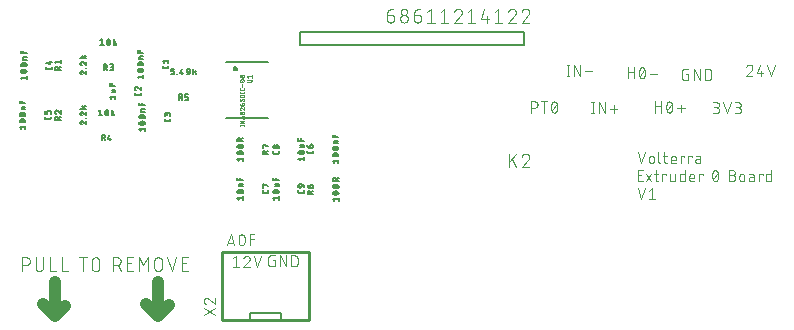
<source format=gbr>
G04 EAGLE Gerber X2 export*
%TF.Part,Single*%
%TF.FileFunction,Legend,Top,1*%
%TF.FilePolarity,Positive*%
%TF.GenerationSoftware,Autodesk,EAGLE,9.1.3*%
%TF.CreationDate,2019-04-17T09:40:26Z*%
G75*
%MOMM*%
%FSLAX34Y34*%
%LPD*%
%AMOC8*
5,1,8,0,0,1.08239X$1,22.5*%
G01*
%ADD10C,0.076200*%
%ADD11C,0.101600*%
%ADD12C,1.016000*%
%ADD13C,0.127000*%
%ADD14C,0.254000*%
%ADD15C,0.200000*%
%ADD16C,0.152400*%
%ADD17C,0.203200*%
%ADD18C,0.025400*%


D10*
X514759Y282829D02*
X514759Y273431D01*
X513715Y273431D02*
X515803Y273431D01*
X515803Y282829D02*
X513715Y282829D01*
X519769Y282829D02*
X519769Y273431D01*
X524990Y273431D02*
X519769Y282829D01*
X524990Y282829D02*
X524990Y273431D01*
X529305Y277086D02*
X535570Y277086D01*
X532438Y280218D02*
X532438Y273953D01*
X544449Y302895D02*
X544449Y312293D01*
X544449Y308116D02*
X549670Y308116D01*
X549670Y312293D02*
X549670Y302895D01*
X553897Y307594D02*
X553899Y307779D01*
X553906Y307964D01*
X553917Y308148D01*
X553932Y308332D01*
X553952Y308516D01*
X553976Y308700D01*
X554005Y308882D01*
X554038Y309064D01*
X554075Y309245D01*
X554117Y309425D01*
X554163Y309605D01*
X554213Y309783D01*
X554267Y309959D01*
X554326Y310135D01*
X554388Y310309D01*
X554455Y310481D01*
X554526Y310652D01*
X554601Y310821D01*
X554680Y310988D01*
X554710Y311068D01*
X554743Y311147D01*
X554780Y311224D01*
X554820Y311300D01*
X554863Y311374D01*
X554909Y311446D01*
X554959Y311515D01*
X555011Y311583D01*
X555067Y311648D01*
X555125Y311711D01*
X555187Y311770D01*
X555250Y311828D01*
X555317Y311882D01*
X555385Y311933D01*
X555456Y311981D01*
X555529Y312026D01*
X555603Y312068D01*
X555680Y312106D01*
X555758Y312141D01*
X555837Y312173D01*
X555918Y312201D01*
X556000Y312225D01*
X556084Y312246D01*
X556167Y312263D01*
X556252Y312276D01*
X556337Y312285D01*
X556422Y312291D01*
X556508Y312293D01*
X556594Y312291D01*
X556679Y312285D01*
X556764Y312276D01*
X556849Y312263D01*
X556932Y312246D01*
X557016Y312225D01*
X557098Y312201D01*
X557179Y312173D01*
X557258Y312141D01*
X557336Y312106D01*
X557413Y312068D01*
X557487Y312026D01*
X557560Y311981D01*
X557631Y311933D01*
X557699Y311882D01*
X557766Y311828D01*
X557829Y311770D01*
X557891Y311711D01*
X557949Y311648D01*
X558005Y311583D01*
X558057Y311515D01*
X558107Y311446D01*
X558153Y311374D01*
X558196Y311300D01*
X558236Y311224D01*
X558273Y311147D01*
X558306Y311068D01*
X558336Y310988D01*
X558415Y310821D01*
X558490Y310652D01*
X558561Y310481D01*
X558628Y310309D01*
X558690Y310135D01*
X558749Y309959D01*
X558803Y309783D01*
X558853Y309605D01*
X558899Y309425D01*
X558941Y309245D01*
X558978Y309064D01*
X559011Y308882D01*
X559040Y308700D01*
X559064Y308516D01*
X559084Y308332D01*
X559099Y308148D01*
X559110Y307964D01*
X559117Y307779D01*
X559119Y307594D01*
X553898Y307594D02*
X553900Y307409D01*
X553907Y307224D01*
X553918Y307040D01*
X553933Y306856D01*
X553953Y306672D01*
X553977Y306488D01*
X554006Y306306D01*
X554039Y306124D01*
X554076Y305943D01*
X554118Y305763D01*
X554164Y305583D01*
X554214Y305405D01*
X554268Y305229D01*
X554327Y305053D01*
X554389Y304879D01*
X554456Y304707D01*
X554527Y304536D01*
X554602Y304367D01*
X554681Y304200D01*
X554680Y304200D02*
X554710Y304120D01*
X554743Y304041D01*
X554780Y303964D01*
X554820Y303888D01*
X554863Y303814D01*
X554909Y303742D01*
X554959Y303673D01*
X555012Y303605D01*
X555067Y303540D01*
X555126Y303477D01*
X555187Y303418D01*
X555250Y303360D01*
X555317Y303306D01*
X555385Y303255D01*
X555456Y303207D01*
X555529Y303162D01*
X555603Y303120D01*
X555680Y303082D01*
X555758Y303047D01*
X555837Y303015D01*
X555918Y302987D01*
X556000Y302963D01*
X556084Y302942D01*
X556167Y302925D01*
X556252Y302912D01*
X556337Y302903D01*
X556422Y302897D01*
X556508Y302895D01*
X558336Y304200D02*
X558415Y304367D01*
X558490Y304536D01*
X558561Y304707D01*
X558628Y304879D01*
X558690Y305053D01*
X558749Y305229D01*
X558803Y305405D01*
X558853Y305583D01*
X558899Y305763D01*
X558941Y305943D01*
X558978Y306124D01*
X559011Y306306D01*
X559040Y306488D01*
X559064Y306672D01*
X559084Y306856D01*
X559099Y307040D01*
X559110Y307224D01*
X559117Y307409D01*
X559119Y307594D01*
X558336Y304200D02*
X558306Y304120D01*
X558273Y304041D01*
X558236Y303964D01*
X558196Y303888D01*
X558153Y303814D01*
X558107Y303742D01*
X558057Y303673D01*
X558005Y303605D01*
X557949Y303540D01*
X557891Y303477D01*
X557829Y303418D01*
X557766Y303360D01*
X557699Y303306D01*
X557631Y303255D01*
X557560Y303207D01*
X557487Y303162D01*
X557413Y303120D01*
X557336Y303082D01*
X557258Y303047D01*
X557179Y303015D01*
X557098Y302987D01*
X557016Y302963D01*
X556932Y302942D01*
X556849Y302925D01*
X556764Y302912D01*
X556679Y302903D01*
X556594Y302897D01*
X556508Y302895D01*
X554420Y304983D02*
X558597Y310205D01*
X563129Y306550D02*
X569395Y306550D01*
X567563Y283337D02*
X567563Y273939D01*
X567563Y279160D02*
X572784Y279160D01*
X572784Y283337D02*
X572784Y273939D01*
X577011Y278638D02*
X577013Y278823D01*
X577020Y279008D01*
X577031Y279192D01*
X577046Y279376D01*
X577066Y279560D01*
X577090Y279744D01*
X577119Y279926D01*
X577152Y280108D01*
X577189Y280289D01*
X577231Y280469D01*
X577277Y280649D01*
X577327Y280827D01*
X577381Y281003D01*
X577440Y281179D01*
X577502Y281353D01*
X577569Y281525D01*
X577640Y281696D01*
X577715Y281865D01*
X577794Y282032D01*
X577824Y282112D01*
X577857Y282191D01*
X577894Y282268D01*
X577934Y282344D01*
X577977Y282418D01*
X578023Y282490D01*
X578073Y282559D01*
X578125Y282627D01*
X578181Y282692D01*
X578239Y282755D01*
X578301Y282814D01*
X578364Y282872D01*
X578431Y282926D01*
X578499Y282977D01*
X578570Y283025D01*
X578643Y283070D01*
X578717Y283112D01*
X578794Y283150D01*
X578872Y283185D01*
X578951Y283217D01*
X579032Y283245D01*
X579114Y283269D01*
X579198Y283290D01*
X579281Y283307D01*
X579366Y283320D01*
X579451Y283329D01*
X579536Y283335D01*
X579622Y283337D01*
X579708Y283335D01*
X579793Y283329D01*
X579878Y283320D01*
X579963Y283307D01*
X580046Y283290D01*
X580130Y283269D01*
X580212Y283245D01*
X580293Y283217D01*
X580372Y283185D01*
X580450Y283150D01*
X580527Y283112D01*
X580601Y283070D01*
X580674Y283025D01*
X580745Y282977D01*
X580813Y282926D01*
X580880Y282872D01*
X580943Y282814D01*
X581005Y282755D01*
X581063Y282692D01*
X581119Y282627D01*
X581171Y282559D01*
X581221Y282490D01*
X581267Y282418D01*
X581310Y282344D01*
X581350Y282268D01*
X581387Y282191D01*
X581420Y282112D01*
X581450Y282032D01*
X581529Y281865D01*
X581604Y281696D01*
X581675Y281525D01*
X581742Y281353D01*
X581804Y281179D01*
X581863Y281003D01*
X581917Y280827D01*
X581967Y280649D01*
X582013Y280469D01*
X582055Y280289D01*
X582092Y280108D01*
X582125Y279926D01*
X582154Y279744D01*
X582178Y279560D01*
X582198Y279376D01*
X582213Y279192D01*
X582224Y279008D01*
X582231Y278823D01*
X582233Y278638D01*
X577012Y278638D02*
X577014Y278453D01*
X577021Y278268D01*
X577032Y278084D01*
X577047Y277900D01*
X577067Y277716D01*
X577091Y277532D01*
X577120Y277350D01*
X577153Y277168D01*
X577190Y276987D01*
X577232Y276807D01*
X577278Y276627D01*
X577328Y276449D01*
X577382Y276273D01*
X577441Y276097D01*
X577503Y275923D01*
X577570Y275751D01*
X577641Y275580D01*
X577716Y275411D01*
X577795Y275244D01*
X577794Y275244D02*
X577824Y275164D01*
X577857Y275085D01*
X577894Y275008D01*
X577934Y274932D01*
X577977Y274858D01*
X578023Y274786D01*
X578073Y274717D01*
X578126Y274649D01*
X578181Y274584D01*
X578240Y274521D01*
X578301Y274462D01*
X578364Y274404D01*
X578431Y274350D01*
X578499Y274299D01*
X578570Y274251D01*
X578643Y274206D01*
X578717Y274164D01*
X578794Y274126D01*
X578872Y274091D01*
X578951Y274059D01*
X579032Y274031D01*
X579114Y274007D01*
X579198Y273986D01*
X579281Y273969D01*
X579366Y273956D01*
X579451Y273947D01*
X579536Y273941D01*
X579622Y273939D01*
X581450Y275244D02*
X581529Y275411D01*
X581604Y275580D01*
X581675Y275751D01*
X581742Y275923D01*
X581804Y276097D01*
X581863Y276273D01*
X581917Y276449D01*
X581967Y276627D01*
X582013Y276807D01*
X582055Y276987D01*
X582092Y277168D01*
X582125Y277350D01*
X582154Y277532D01*
X582178Y277716D01*
X582198Y277900D01*
X582213Y278084D01*
X582224Y278268D01*
X582231Y278453D01*
X582233Y278638D01*
X581450Y275244D02*
X581420Y275164D01*
X581387Y275085D01*
X581350Y275008D01*
X581310Y274932D01*
X581267Y274858D01*
X581221Y274786D01*
X581171Y274717D01*
X581119Y274649D01*
X581063Y274584D01*
X581005Y274521D01*
X580943Y274462D01*
X580880Y274404D01*
X580813Y274350D01*
X580745Y274299D01*
X580674Y274251D01*
X580601Y274206D01*
X580527Y274164D01*
X580450Y274126D01*
X580372Y274091D01*
X580293Y274059D01*
X580212Y274031D01*
X580130Y274007D01*
X580046Y273986D01*
X579963Y273969D01*
X579878Y273956D01*
X579793Y273947D01*
X579708Y273941D01*
X579622Y273939D01*
X577534Y276027D02*
X581711Y281249D01*
X586243Y277594D02*
X592509Y277594D01*
X589376Y274461D02*
X589376Y280726D01*
X594078Y306592D02*
X595644Y306592D01*
X595644Y301371D01*
X592511Y301371D01*
X592422Y301373D01*
X592334Y301379D01*
X592246Y301388D01*
X592158Y301401D01*
X592071Y301418D01*
X591985Y301438D01*
X591900Y301463D01*
X591815Y301490D01*
X591732Y301522D01*
X591651Y301556D01*
X591571Y301595D01*
X591493Y301636D01*
X591416Y301681D01*
X591342Y301729D01*
X591269Y301780D01*
X591199Y301834D01*
X591132Y301892D01*
X591066Y301952D01*
X591004Y302014D01*
X590944Y302080D01*
X590886Y302147D01*
X590832Y302217D01*
X590781Y302290D01*
X590733Y302364D01*
X590688Y302441D01*
X590647Y302519D01*
X590608Y302599D01*
X590574Y302680D01*
X590542Y302763D01*
X590515Y302848D01*
X590490Y302933D01*
X590470Y303019D01*
X590453Y303106D01*
X590440Y303194D01*
X590431Y303282D01*
X590425Y303370D01*
X590423Y303459D01*
X590423Y308681D01*
X590425Y308772D01*
X590431Y308863D01*
X590441Y308954D01*
X590455Y309044D01*
X590472Y309133D01*
X590494Y309221D01*
X590520Y309309D01*
X590549Y309395D01*
X590582Y309480D01*
X590619Y309563D01*
X590659Y309645D01*
X590703Y309725D01*
X590750Y309803D01*
X590801Y309879D01*
X590854Y309952D01*
X590911Y310023D01*
X590972Y310092D01*
X591035Y310157D01*
X591100Y310220D01*
X591169Y310280D01*
X591240Y310338D01*
X591313Y310391D01*
X591389Y310442D01*
X591467Y310489D01*
X591547Y310533D01*
X591629Y310573D01*
X591712Y310610D01*
X591797Y310643D01*
X591883Y310672D01*
X591971Y310698D01*
X592059Y310720D01*
X592148Y310737D01*
X592238Y310751D01*
X592329Y310761D01*
X592420Y310767D01*
X592511Y310769D01*
X595644Y310769D01*
X600177Y310769D02*
X600177Y301371D01*
X605398Y301371D02*
X600177Y310769D01*
X605398Y310769D02*
X605398Y301371D01*
X609930Y301371D02*
X609930Y310769D01*
X612541Y310769D01*
X612641Y310767D01*
X612741Y310761D01*
X612840Y310752D01*
X612940Y310738D01*
X613038Y310721D01*
X613136Y310700D01*
X613233Y310676D01*
X613329Y310647D01*
X613424Y310615D01*
X613517Y310580D01*
X613609Y310541D01*
X613700Y310498D01*
X613788Y310452D01*
X613875Y310402D01*
X613960Y310350D01*
X614043Y310294D01*
X614124Y310235D01*
X614202Y310172D01*
X614278Y310107D01*
X614352Y310039D01*
X614422Y309969D01*
X614490Y309895D01*
X614555Y309819D01*
X614618Y309741D01*
X614677Y309660D01*
X614733Y309577D01*
X614785Y309492D01*
X614835Y309405D01*
X614881Y309317D01*
X614924Y309226D01*
X614963Y309134D01*
X614998Y309041D01*
X615030Y308946D01*
X615059Y308850D01*
X615083Y308753D01*
X615104Y308655D01*
X615121Y308557D01*
X615135Y308457D01*
X615144Y308358D01*
X615150Y308258D01*
X615152Y308158D01*
X615151Y308158D02*
X615151Y303982D01*
X615152Y303982D02*
X615150Y303882D01*
X615144Y303782D01*
X615135Y303683D01*
X615121Y303583D01*
X615104Y303485D01*
X615083Y303387D01*
X615059Y303290D01*
X615030Y303194D01*
X614998Y303099D01*
X614963Y303006D01*
X614924Y302914D01*
X614881Y302823D01*
X614835Y302735D01*
X614785Y302648D01*
X614733Y302563D01*
X614677Y302480D01*
X614618Y302399D01*
X614555Y302321D01*
X614490Y302245D01*
X614422Y302171D01*
X614352Y302101D01*
X614278Y302033D01*
X614202Y301968D01*
X614124Y301905D01*
X614043Y301846D01*
X613960Y301790D01*
X613875Y301738D01*
X613788Y301688D01*
X613700Y301642D01*
X613609Y301599D01*
X613517Y301560D01*
X613424Y301525D01*
X613329Y301493D01*
X613233Y301464D01*
X613136Y301440D01*
X613038Y301419D01*
X612940Y301402D01*
X612840Y301388D01*
X612741Y301379D01*
X612641Y301373D01*
X612541Y301371D01*
X609930Y301371D01*
X647651Y314580D02*
X647746Y314578D01*
X647840Y314572D01*
X647934Y314563D01*
X648028Y314550D01*
X648121Y314533D01*
X648213Y314512D01*
X648305Y314487D01*
X648395Y314459D01*
X648484Y314427D01*
X648572Y314392D01*
X648658Y314353D01*
X648743Y314311D01*
X648826Y314265D01*
X648907Y314216D01*
X648986Y314164D01*
X649063Y314109D01*
X649137Y314050D01*
X649209Y313989D01*
X649279Y313925D01*
X649346Y313858D01*
X649410Y313788D01*
X649471Y313716D01*
X649530Y313642D01*
X649585Y313565D01*
X649637Y313486D01*
X649686Y313405D01*
X649732Y313322D01*
X649774Y313237D01*
X649813Y313151D01*
X649848Y313063D01*
X649880Y312974D01*
X649908Y312884D01*
X649933Y312792D01*
X649954Y312700D01*
X649971Y312607D01*
X649984Y312513D01*
X649993Y312419D01*
X649999Y312325D01*
X650001Y312230D01*
X647651Y314579D02*
X647543Y314577D01*
X647434Y314571D01*
X647326Y314561D01*
X647219Y314548D01*
X647112Y314530D01*
X647005Y314509D01*
X646900Y314484D01*
X646795Y314455D01*
X646692Y314423D01*
X646590Y314386D01*
X646489Y314346D01*
X646390Y314303D01*
X646292Y314256D01*
X646196Y314205D01*
X646102Y314151D01*
X646010Y314094D01*
X645920Y314033D01*
X645832Y313969D01*
X645747Y313903D01*
X645664Y313833D01*
X645584Y313760D01*
X645506Y313684D01*
X645431Y313606D01*
X645359Y313525D01*
X645290Y313441D01*
X645224Y313355D01*
X645161Y313267D01*
X645102Y313176D01*
X645045Y313084D01*
X644992Y312989D01*
X644943Y312893D01*
X644897Y312794D01*
X644854Y312695D01*
X644815Y312593D01*
X644780Y312491D01*
X649217Y310402D02*
X649286Y310471D01*
X649352Y310542D01*
X649416Y310615D01*
X649477Y310691D01*
X649535Y310770D01*
X649589Y310850D01*
X649641Y310933D01*
X649689Y311017D01*
X649735Y311103D01*
X649776Y311191D01*
X649815Y311281D01*
X649850Y311372D01*
X649881Y311464D01*
X649909Y311557D01*
X649933Y311651D01*
X649953Y311746D01*
X649970Y311842D01*
X649983Y311939D01*
X649992Y312036D01*
X649998Y312133D01*
X650000Y312230D01*
X649217Y310402D02*
X644779Y305181D01*
X650000Y305181D01*
X653923Y307269D02*
X656011Y314579D01*
X653923Y307269D02*
X659144Y307269D01*
X657578Y309358D02*
X657578Y305181D01*
X665677Y305181D02*
X662545Y314579D01*
X668810Y314579D02*
X665677Y305181D01*
X245378Y148858D02*
X243812Y148858D01*
X245378Y148858D02*
X245378Y143637D01*
X242245Y143637D01*
X242156Y143639D01*
X242068Y143645D01*
X241980Y143654D01*
X241892Y143667D01*
X241805Y143684D01*
X241719Y143704D01*
X241634Y143729D01*
X241549Y143756D01*
X241466Y143788D01*
X241385Y143822D01*
X241305Y143861D01*
X241227Y143902D01*
X241150Y143947D01*
X241076Y143995D01*
X241003Y144046D01*
X240933Y144100D01*
X240866Y144158D01*
X240800Y144218D01*
X240738Y144280D01*
X240678Y144346D01*
X240620Y144413D01*
X240566Y144483D01*
X240515Y144556D01*
X240467Y144630D01*
X240422Y144707D01*
X240381Y144785D01*
X240342Y144865D01*
X240308Y144946D01*
X240276Y145029D01*
X240249Y145114D01*
X240224Y145199D01*
X240204Y145285D01*
X240187Y145372D01*
X240174Y145460D01*
X240165Y145548D01*
X240159Y145636D01*
X240157Y145725D01*
X240157Y150947D01*
X240159Y151038D01*
X240165Y151129D01*
X240175Y151220D01*
X240189Y151310D01*
X240206Y151399D01*
X240228Y151487D01*
X240254Y151575D01*
X240283Y151661D01*
X240316Y151746D01*
X240353Y151829D01*
X240393Y151911D01*
X240437Y151991D01*
X240484Y152069D01*
X240535Y152145D01*
X240588Y152218D01*
X240645Y152289D01*
X240706Y152358D01*
X240769Y152423D01*
X240834Y152486D01*
X240903Y152546D01*
X240974Y152604D01*
X241047Y152657D01*
X241123Y152708D01*
X241201Y152755D01*
X241281Y152799D01*
X241363Y152839D01*
X241446Y152876D01*
X241531Y152909D01*
X241617Y152938D01*
X241705Y152964D01*
X241793Y152986D01*
X241882Y153003D01*
X241972Y153017D01*
X242063Y153027D01*
X242154Y153033D01*
X242245Y153035D01*
X245378Y153035D01*
X249911Y153035D02*
X249911Y143637D01*
X255132Y143637D02*
X249911Y153035D01*
X255132Y153035D02*
X255132Y143637D01*
X259664Y143637D02*
X259664Y153035D01*
X262275Y153035D01*
X262375Y153033D01*
X262475Y153027D01*
X262574Y153018D01*
X262674Y153004D01*
X262772Y152987D01*
X262870Y152966D01*
X262967Y152942D01*
X263063Y152913D01*
X263158Y152881D01*
X263251Y152846D01*
X263343Y152807D01*
X263434Y152764D01*
X263522Y152718D01*
X263609Y152668D01*
X263694Y152616D01*
X263777Y152560D01*
X263858Y152501D01*
X263936Y152438D01*
X264012Y152373D01*
X264086Y152305D01*
X264156Y152235D01*
X264224Y152161D01*
X264289Y152085D01*
X264352Y152007D01*
X264411Y151926D01*
X264467Y151843D01*
X264519Y151758D01*
X264569Y151671D01*
X264615Y151583D01*
X264658Y151492D01*
X264697Y151400D01*
X264732Y151307D01*
X264764Y151212D01*
X264793Y151116D01*
X264817Y151019D01*
X264838Y150921D01*
X264855Y150823D01*
X264869Y150723D01*
X264878Y150624D01*
X264884Y150524D01*
X264886Y150424D01*
X264885Y150424D02*
X264885Y146248D01*
X264886Y146248D02*
X264884Y146148D01*
X264878Y146048D01*
X264869Y145949D01*
X264855Y145849D01*
X264838Y145751D01*
X264817Y145653D01*
X264793Y145556D01*
X264764Y145460D01*
X264732Y145365D01*
X264697Y145272D01*
X264658Y145180D01*
X264615Y145089D01*
X264569Y145001D01*
X264519Y144914D01*
X264467Y144829D01*
X264411Y144746D01*
X264352Y144665D01*
X264289Y144587D01*
X264224Y144511D01*
X264156Y144437D01*
X264086Y144367D01*
X264012Y144299D01*
X263936Y144234D01*
X263858Y144171D01*
X263777Y144112D01*
X263694Y144056D01*
X263609Y144004D01*
X263522Y143954D01*
X263434Y143908D01*
X263343Y143865D01*
X263251Y143826D01*
X263158Y143791D01*
X263063Y143759D01*
X262967Y143730D01*
X262870Y143706D01*
X262772Y143685D01*
X262674Y143668D01*
X262574Y143654D01*
X262475Y143645D01*
X262375Y143639D01*
X262275Y143637D01*
X259664Y143637D01*
X212542Y152527D02*
X209931Y150439D01*
X212542Y152527D02*
X212542Y143129D01*
X215152Y143129D02*
X209931Y143129D01*
X221947Y152528D02*
X222042Y152526D01*
X222136Y152520D01*
X222230Y152511D01*
X222324Y152498D01*
X222417Y152481D01*
X222509Y152460D01*
X222601Y152435D01*
X222691Y152407D01*
X222780Y152375D01*
X222868Y152340D01*
X222954Y152301D01*
X223039Y152259D01*
X223122Y152213D01*
X223203Y152164D01*
X223282Y152112D01*
X223359Y152057D01*
X223433Y151998D01*
X223505Y151937D01*
X223575Y151873D01*
X223642Y151806D01*
X223706Y151736D01*
X223767Y151664D01*
X223826Y151590D01*
X223881Y151513D01*
X223933Y151434D01*
X223982Y151353D01*
X224028Y151270D01*
X224070Y151185D01*
X224109Y151099D01*
X224144Y151011D01*
X224176Y150922D01*
X224204Y150832D01*
X224229Y150740D01*
X224250Y150648D01*
X224267Y150555D01*
X224280Y150461D01*
X224289Y150367D01*
X224295Y150273D01*
X224297Y150178D01*
X221947Y152527D02*
X221839Y152525D01*
X221730Y152519D01*
X221622Y152509D01*
X221515Y152496D01*
X221408Y152478D01*
X221301Y152457D01*
X221196Y152432D01*
X221091Y152403D01*
X220988Y152371D01*
X220886Y152334D01*
X220785Y152294D01*
X220686Y152251D01*
X220588Y152204D01*
X220492Y152153D01*
X220398Y152099D01*
X220306Y152042D01*
X220216Y151981D01*
X220128Y151917D01*
X220043Y151851D01*
X219960Y151781D01*
X219880Y151708D01*
X219802Y151632D01*
X219727Y151554D01*
X219655Y151473D01*
X219586Y151389D01*
X219520Y151303D01*
X219457Y151215D01*
X219398Y151124D01*
X219341Y151032D01*
X219288Y150937D01*
X219239Y150841D01*
X219193Y150742D01*
X219150Y150643D01*
X219111Y150541D01*
X219076Y150439D01*
X223513Y148350D02*
X223582Y148419D01*
X223648Y148490D01*
X223712Y148563D01*
X223773Y148639D01*
X223831Y148718D01*
X223885Y148798D01*
X223937Y148881D01*
X223985Y148965D01*
X224031Y149051D01*
X224072Y149139D01*
X224111Y149229D01*
X224146Y149320D01*
X224177Y149412D01*
X224205Y149505D01*
X224229Y149599D01*
X224249Y149694D01*
X224266Y149790D01*
X224279Y149887D01*
X224288Y149984D01*
X224294Y150081D01*
X224296Y150178D01*
X223513Y148350D02*
X219075Y143129D01*
X224296Y143129D01*
X230829Y143129D02*
X227697Y152527D01*
X233962Y152527D02*
X230829Y143129D01*
X552831Y240411D02*
X555964Y231013D01*
X559096Y240411D01*
X562410Y235190D02*
X562410Y233101D01*
X562410Y235190D02*
X562412Y235280D01*
X562418Y235369D01*
X562427Y235459D01*
X562441Y235548D01*
X562458Y235636D01*
X562479Y235723D01*
X562504Y235810D01*
X562533Y235895D01*
X562565Y235979D01*
X562600Y236061D01*
X562640Y236142D01*
X562682Y236221D01*
X562728Y236298D01*
X562778Y236373D01*
X562830Y236446D01*
X562886Y236517D01*
X562944Y236585D01*
X563006Y236650D01*
X563070Y236713D01*
X563137Y236773D01*
X563206Y236830D01*
X563278Y236884D01*
X563352Y236935D01*
X563428Y236983D01*
X563506Y237027D01*
X563586Y237068D01*
X563668Y237106D01*
X563751Y237140D01*
X563836Y237170D01*
X563922Y237197D01*
X564008Y237220D01*
X564096Y237239D01*
X564185Y237254D01*
X564274Y237266D01*
X564363Y237274D01*
X564453Y237278D01*
X564543Y237278D01*
X564633Y237274D01*
X564722Y237266D01*
X564811Y237254D01*
X564900Y237239D01*
X564988Y237220D01*
X565074Y237197D01*
X565160Y237170D01*
X565245Y237140D01*
X565328Y237106D01*
X565410Y237068D01*
X565490Y237027D01*
X565568Y236983D01*
X565644Y236935D01*
X565718Y236884D01*
X565790Y236830D01*
X565859Y236773D01*
X565926Y236713D01*
X565990Y236650D01*
X566052Y236585D01*
X566110Y236517D01*
X566166Y236446D01*
X566218Y236373D01*
X566268Y236298D01*
X566314Y236221D01*
X566356Y236142D01*
X566396Y236061D01*
X566431Y235979D01*
X566463Y235895D01*
X566492Y235810D01*
X566517Y235723D01*
X566538Y235636D01*
X566555Y235548D01*
X566569Y235459D01*
X566578Y235369D01*
X566584Y235280D01*
X566586Y235190D01*
X566586Y233101D01*
X566584Y233011D01*
X566578Y232922D01*
X566569Y232832D01*
X566555Y232743D01*
X566538Y232655D01*
X566517Y232568D01*
X566492Y232481D01*
X566463Y232396D01*
X566431Y232312D01*
X566396Y232230D01*
X566356Y232149D01*
X566314Y232070D01*
X566268Y231993D01*
X566218Y231918D01*
X566166Y231845D01*
X566110Y231774D01*
X566052Y231706D01*
X565990Y231641D01*
X565926Y231578D01*
X565859Y231518D01*
X565790Y231461D01*
X565718Y231407D01*
X565644Y231356D01*
X565568Y231308D01*
X565490Y231264D01*
X565410Y231223D01*
X565328Y231185D01*
X565245Y231151D01*
X565160Y231121D01*
X565074Y231094D01*
X564988Y231071D01*
X564900Y231052D01*
X564811Y231037D01*
X564722Y231025D01*
X564633Y231017D01*
X564543Y231013D01*
X564453Y231013D01*
X564363Y231017D01*
X564274Y231025D01*
X564185Y231037D01*
X564096Y231052D01*
X564008Y231071D01*
X563922Y231094D01*
X563836Y231121D01*
X563751Y231151D01*
X563668Y231185D01*
X563586Y231223D01*
X563506Y231264D01*
X563428Y231308D01*
X563352Y231356D01*
X563278Y231407D01*
X563206Y231461D01*
X563137Y231518D01*
X563070Y231578D01*
X563006Y231641D01*
X562944Y231706D01*
X562886Y231774D01*
X562830Y231845D01*
X562778Y231918D01*
X562728Y231993D01*
X562682Y232070D01*
X562640Y232149D01*
X562600Y232230D01*
X562565Y232312D01*
X562533Y232396D01*
X562504Y232481D01*
X562479Y232568D01*
X562458Y232655D01*
X562441Y232743D01*
X562427Y232832D01*
X562418Y232922D01*
X562412Y233011D01*
X562410Y233101D01*
X570460Y232579D02*
X570460Y240411D01*
X570460Y232579D02*
X570462Y232502D01*
X570468Y232426D01*
X570477Y232349D01*
X570490Y232273D01*
X570507Y232198D01*
X570527Y232124D01*
X570552Y232051D01*
X570579Y231980D01*
X570610Y231909D01*
X570645Y231841D01*
X570683Y231774D01*
X570724Y231709D01*
X570768Y231646D01*
X570815Y231586D01*
X570866Y231527D01*
X570919Y231472D01*
X570974Y231419D01*
X571033Y231368D01*
X571093Y231321D01*
X571156Y231277D01*
X571221Y231236D01*
X571288Y231198D01*
X571356Y231163D01*
X571427Y231132D01*
X571498Y231105D01*
X571571Y231080D01*
X571645Y231060D01*
X571720Y231043D01*
X571796Y231030D01*
X571873Y231021D01*
X571949Y231015D01*
X572026Y231013D01*
X574442Y237278D02*
X577575Y237278D01*
X575487Y240411D02*
X575487Y232579D01*
X575489Y232502D01*
X575495Y232426D01*
X575504Y232349D01*
X575517Y232273D01*
X575534Y232198D01*
X575554Y232124D01*
X575579Y232051D01*
X575606Y231980D01*
X575637Y231909D01*
X575672Y231841D01*
X575710Y231774D01*
X575751Y231709D01*
X575795Y231646D01*
X575842Y231586D01*
X575893Y231527D01*
X575946Y231472D01*
X576001Y231419D01*
X576060Y231368D01*
X576120Y231321D01*
X576183Y231277D01*
X576248Y231236D01*
X576315Y231198D01*
X576383Y231163D01*
X576454Y231132D01*
X576525Y231105D01*
X576598Y231080D01*
X576672Y231060D01*
X576747Y231043D01*
X576823Y231030D01*
X576900Y231021D01*
X576976Y231015D01*
X577053Y231013D01*
X577575Y231013D01*
X582569Y231013D02*
X585179Y231013D01*
X582569Y231013D02*
X582492Y231015D01*
X582416Y231021D01*
X582339Y231030D01*
X582263Y231043D01*
X582188Y231060D01*
X582114Y231080D01*
X582041Y231105D01*
X581970Y231132D01*
X581899Y231163D01*
X581831Y231198D01*
X581764Y231236D01*
X581699Y231277D01*
X581636Y231321D01*
X581576Y231368D01*
X581517Y231419D01*
X581462Y231472D01*
X581409Y231527D01*
X581358Y231586D01*
X581311Y231646D01*
X581267Y231709D01*
X581226Y231774D01*
X581188Y231841D01*
X581153Y231909D01*
X581122Y231980D01*
X581095Y232051D01*
X581070Y232124D01*
X581050Y232198D01*
X581033Y232273D01*
X581020Y232349D01*
X581011Y232426D01*
X581005Y232502D01*
X581003Y232579D01*
X581002Y232579D02*
X581002Y235190D01*
X581003Y235190D02*
X581005Y235280D01*
X581011Y235369D01*
X581020Y235459D01*
X581034Y235548D01*
X581051Y235636D01*
X581072Y235723D01*
X581097Y235810D01*
X581126Y235895D01*
X581158Y235979D01*
X581193Y236061D01*
X581233Y236142D01*
X581275Y236221D01*
X581321Y236298D01*
X581371Y236373D01*
X581423Y236446D01*
X581479Y236517D01*
X581537Y236585D01*
X581599Y236650D01*
X581663Y236713D01*
X581730Y236773D01*
X581799Y236830D01*
X581871Y236884D01*
X581945Y236935D01*
X582021Y236983D01*
X582099Y237027D01*
X582179Y237068D01*
X582261Y237106D01*
X582344Y237140D01*
X582429Y237170D01*
X582515Y237197D01*
X582601Y237220D01*
X582689Y237239D01*
X582778Y237254D01*
X582867Y237266D01*
X582956Y237274D01*
X583046Y237278D01*
X583136Y237278D01*
X583226Y237274D01*
X583315Y237266D01*
X583404Y237254D01*
X583493Y237239D01*
X583581Y237220D01*
X583667Y237197D01*
X583753Y237170D01*
X583838Y237140D01*
X583921Y237106D01*
X584003Y237068D01*
X584083Y237027D01*
X584161Y236983D01*
X584237Y236935D01*
X584311Y236884D01*
X584383Y236830D01*
X584452Y236773D01*
X584519Y236713D01*
X584583Y236650D01*
X584645Y236585D01*
X584703Y236517D01*
X584759Y236446D01*
X584811Y236373D01*
X584861Y236298D01*
X584907Y236221D01*
X584949Y236142D01*
X584989Y236061D01*
X585024Y235979D01*
X585056Y235895D01*
X585085Y235810D01*
X585110Y235723D01*
X585131Y235636D01*
X585148Y235548D01*
X585162Y235459D01*
X585171Y235369D01*
X585177Y235280D01*
X585179Y235190D01*
X585179Y234146D01*
X581002Y234146D01*
X589283Y231013D02*
X589283Y237278D01*
X592416Y237278D01*
X592416Y236234D01*
X595684Y237278D02*
X595684Y231013D01*
X595684Y237278D02*
X598817Y237278D01*
X598817Y236234D01*
X603510Y234668D02*
X605860Y234668D01*
X603510Y234667D02*
X603426Y234665D01*
X603341Y234659D01*
X603258Y234649D01*
X603174Y234636D01*
X603092Y234618D01*
X603010Y234597D01*
X602929Y234572D01*
X602850Y234544D01*
X602772Y234511D01*
X602696Y234475D01*
X602621Y234436D01*
X602548Y234393D01*
X602477Y234347D01*
X602409Y234298D01*
X602343Y234246D01*
X602279Y234190D01*
X602218Y234132D01*
X602160Y234071D01*
X602104Y234007D01*
X602052Y233941D01*
X602003Y233873D01*
X601957Y233802D01*
X601914Y233729D01*
X601875Y233654D01*
X601839Y233578D01*
X601806Y233500D01*
X601778Y233421D01*
X601753Y233340D01*
X601732Y233258D01*
X601714Y233176D01*
X601701Y233092D01*
X601691Y233009D01*
X601685Y232924D01*
X601683Y232840D01*
X601685Y232756D01*
X601691Y232671D01*
X601701Y232588D01*
X601714Y232504D01*
X601732Y232422D01*
X601753Y232340D01*
X601778Y232259D01*
X601806Y232180D01*
X601839Y232102D01*
X601875Y232026D01*
X601914Y231951D01*
X601957Y231878D01*
X602003Y231807D01*
X602052Y231739D01*
X602104Y231673D01*
X602160Y231609D01*
X602218Y231548D01*
X602279Y231490D01*
X602343Y231434D01*
X602409Y231382D01*
X602477Y231333D01*
X602548Y231287D01*
X602621Y231244D01*
X602696Y231205D01*
X602772Y231169D01*
X602850Y231136D01*
X602929Y231108D01*
X603010Y231083D01*
X603092Y231062D01*
X603174Y231044D01*
X603258Y231031D01*
X603341Y231021D01*
X603426Y231015D01*
X603510Y231013D01*
X605860Y231013D01*
X605860Y235712D01*
X605859Y235712D02*
X605857Y235789D01*
X605851Y235865D01*
X605842Y235942D01*
X605829Y236018D01*
X605812Y236093D01*
X605792Y236167D01*
X605767Y236240D01*
X605740Y236311D01*
X605709Y236382D01*
X605674Y236450D01*
X605636Y236517D01*
X605595Y236582D01*
X605551Y236645D01*
X605504Y236705D01*
X605453Y236764D01*
X605400Y236819D01*
X605345Y236872D01*
X605286Y236923D01*
X605226Y236970D01*
X605163Y237014D01*
X605098Y237055D01*
X605031Y237093D01*
X604963Y237128D01*
X604892Y237159D01*
X604821Y237186D01*
X604748Y237211D01*
X604674Y237231D01*
X604599Y237248D01*
X604523Y237261D01*
X604446Y237270D01*
X604370Y237276D01*
X604293Y237278D01*
X602205Y237278D01*
X557008Y215773D02*
X552831Y215773D01*
X552831Y225171D01*
X557008Y225171D01*
X555964Y220994D02*
X552831Y220994D01*
X560041Y215773D02*
X564218Y222038D01*
X560041Y222038D02*
X564218Y215773D01*
X566892Y222038D02*
X570025Y222038D01*
X567937Y225171D02*
X567937Y217339D01*
X567939Y217262D01*
X567945Y217186D01*
X567954Y217109D01*
X567967Y217033D01*
X567984Y216958D01*
X568004Y216884D01*
X568029Y216811D01*
X568056Y216740D01*
X568087Y216669D01*
X568122Y216601D01*
X568160Y216534D01*
X568201Y216469D01*
X568245Y216406D01*
X568292Y216346D01*
X568343Y216287D01*
X568396Y216232D01*
X568451Y216179D01*
X568510Y216128D01*
X568570Y216081D01*
X568633Y216037D01*
X568698Y215996D01*
X568765Y215958D01*
X568833Y215923D01*
X568904Y215892D01*
X568975Y215865D01*
X569048Y215840D01*
X569122Y215820D01*
X569197Y215803D01*
X569273Y215790D01*
X569350Y215781D01*
X569426Y215775D01*
X569503Y215773D01*
X570025Y215773D01*
X573809Y215773D02*
X573809Y222038D01*
X576941Y222038D01*
X576941Y220994D01*
X580158Y222038D02*
X580158Y217339D01*
X580160Y217262D01*
X580166Y217186D01*
X580175Y217109D01*
X580188Y217033D01*
X580205Y216958D01*
X580225Y216884D01*
X580250Y216811D01*
X580277Y216740D01*
X580308Y216669D01*
X580343Y216601D01*
X580381Y216534D01*
X580422Y216469D01*
X580466Y216406D01*
X580513Y216346D01*
X580564Y216287D01*
X580617Y216232D01*
X580672Y216179D01*
X580731Y216128D01*
X580791Y216081D01*
X580854Y216037D01*
X580919Y215996D01*
X580986Y215958D01*
X581054Y215923D01*
X581125Y215892D01*
X581196Y215865D01*
X581269Y215840D01*
X581343Y215820D01*
X581418Y215803D01*
X581494Y215790D01*
X581571Y215781D01*
X581647Y215775D01*
X581724Y215773D01*
X584335Y215773D01*
X584335Y222038D01*
X592519Y225171D02*
X592519Y215773D01*
X589908Y215773D01*
X589831Y215775D01*
X589755Y215781D01*
X589678Y215790D01*
X589602Y215803D01*
X589527Y215820D01*
X589453Y215840D01*
X589380Y215865D01*
X589309Y215892D01*
X589238Y215923D01*
X589170Y215958D01*
X589103Y215996D01*
X589038Y216037D01*
X588975Y216081D01*
X588915Y216128D01*
X588856Y216179D01*
X588801Y216232D01*
X588748Y216287D01*
X588697Y216346D01*
X588650Y216406D01*
X588606Y216469D01*
X588565Y216534D01*
X588527Y216601D01*
X588492Y216669D01*
X588461Y216740D01*
X588434Y216811D01*
X588409Y216884D01*
X588389Y216958D01*
X588372Y217033D01*
X588359Y217109D01*
X588350Y217186D01*
X588344Y217262D01*
X588342Y217339D01*
X588342Y220472D01*
X588344Y220549D01*
X588350Y220625D01*
X588359Y220702D01*
X588372Y220778D01*
X588389Y220853D01*
X588409Y220927D01*
X588434Y221000D01*
X588461Y221071D01*
X588492Y221142D01*
X588527Y221210D01*
X588565Y221277D01*
X588606Y221342D01*
X588650Y221405D01*
X588697Y221465D01*
X588748Y221524D01*
X588801Y221579D01*
X588856Y221632D01*
X588915Y221683D01*
X588975Y221730D01*
X589038Y221774D01*
X589103Y221815D01*
X589170Y221853D01*
X589238Y221888D01*
X589309Y221919D01*
X589380Y221946D01*
X589453Y221971D01*
X589527Y221991D01*
X589602Y222008D01*
X589678Y222021D01*
X589755Y222030D01*
X589831Y222036D01*
X589908Y222038D01*
X592519Y222038D01*
X598183Y215773D02*
X600794Y215773D01*
X598183Y215773D02*
X598106Y215775D01*
X598030Y215781D01*
X597953Y215790D01*
X597877Y215803D01*
X597802Y215820D01*
X597728Y215840D01*
X597655Y215865D01*
X597584Y215892D01*
X597513Y215923D01*
X597445Y215958D01*
X597378Y215996D01*
X597313Y216037D01*
X597250Y216081D01*
X597190Y216128D01*
X597131Y216179D01*
X597076Y216232D01*
X597023Y216287D01*
X596972Y216346D01*
X596925Y216406D01*
X596881Y216469D01*
X596840Y216534D01*
X596802Y216601D01*
X596767Y216669D01*
X596736Y216740D01*
X596709Y216811D01*
X596684Y216884D01*
X596664Y216958D01*
X596647Y217033D01*
X596634Y217109D01*
X596625Y217186D01*
X596619Y217262D01*
X596617Y217339D01*
X596617Y219950D01*
X596619Y220040D01*
X596625Y220129D01*
X596634Y220219D01*
X596648Y220308D01*
X596665Y220396D01*
X596686Y220483D01*
X596711Y220570D01*
X596740Y220655D01*
X596772Y220739D01*
X596807Y220821D01*
X596847Y220902D01*
X596889Y220981D01*
X596935Y221058D01*
X596985Y221133D01*
X597037Y221206D01*
X597093Y221277D01*
X597151Y221345D01*
X597213Y221410D01*
X597277Y221473D01*
X597344Y221533D01*
X597413Y221590D01*
X597485Y221644D01*
X597559Y221695D01*
X597635Y221743D01*
X597713Y221787D01*
X597793Y221828D01*
X597875Y221866D01*
X597958Y221900D01*
X598043Y221930D01*
X598129Y221957D01*
X598215Y221980D01*
X598303Y221999D01*
X598392Y222014D01*
X598481Y222026D01*
X598570Y222034D01*
X598660Y222038D01*
X598750Y222038D01*
X598840Y222034D01*
X598929Y222026D01*
X599018Y222014D01*
X599107Y221999D01*
X599195Y221980D01*
X599281Y221957D01*
X599367Y221930D01*
X599452Y221900D01*
X599535Y221866D01*
X599617Y221828D01*
X599697Y221787D01*
X599775Y221743D01*
X599851Y221695D01*
X599925Y221644D01*
X599997Y221590D01*
X600066Y221533D01*
X600133Y221473D01*
X600197Y221410D01*
X600259Y221345D01*
X600317Y221277D01*
X600373Y221206D01*
X600425Y221133D01*
X600475Y221058D01*
X600521Y220981D01*
X600563Y220902D01*
X600603Y220821D01*
X600638Y220739D01*
X600670Y220655D01*
X600699Y220570D01*
X600724Y220483D01*
X600745Y220396D01*
X600762Y220308D01*
X600776Y220219D01*
X600785Y220129D01*
X600791Y220040D01*
X600793Y219950D01*
X600794Y219950D02*
X600794Y218906D01*
X596617Y218906D01*
X604898Y215773D02*
X604898Y222038D01*
X608031Y222038D01*
X608031Y220994D01*
X615906Y220472D02*
X615908Y220657D01*
X615915Y220842D01*
X615926Y221026D01*
X615941Y221210D01*
X615961Y221394D01*
X615985Y221578D01*
X616014Y221760D01*
X616047Y221942D01*
X616084Y222123D01*
X616126Y222303D01*
X616172Y222483D01*
X616222Y222661D01*
X616276Y222837D01*
X616335Y223013D01*
X616397Y223187D01*
X616464Y223359D01*
X616535Y223530D01*
X616610Y223699D01*
X616689Y223866D01*
X616719Y223946D01*
X616752Y224025D01*
X616789Y224102D01*
X616829Y224178D01*
X616872Y224252D01*
X616918Y224324D01*
X616968Y224393D01*
X617020Y224461D01*
X617076Y224526D01*
X617134Y224589D01*
X617196Y224648D01*
X617259Y224706D01*
X617326Y224760D01*
X617394Y224811D01*
X617465Y224859D01*
X617538Y224904D01*
X617612Y224946D01*
X617689Y224984D01*
X617767Y225019D01*
X617846Y225051D01*
X617927Y225079D01*
X618009Y225103D01*
X618093Y225124D01*
X618176Y225141D01*
X618261Y225154D01*
X618346Y225163D01*
X618431Y225169D01*
X618517Y225171D01*
X618603Y225169D01*
X618688Y225163D01*
X618773Y225154D01*
X618858Y225141D01*
X618941Y225124D01*
X619025Y225103D01*
X619107Y225079D01*
X619188Y225051D01*
X619267Y225019D01*
X619345Y224984D01*
X619422Y224946D01*
X619496Y224904D01*
X619569Y224859D01*
X619640Y224811D01*
X619708Y224760D01*
X619775Y224706D01*
X619838Y224648D01*
X619900Y224589D01*
X619958Y224526D01*
X620014Y224461D01*
X620066Y224393D01*
X620116Y224324D01*
X620162Y224252D01*
X620205Y224178D01*
X620245Y224102D01*
X620282Y224025D01*
X620315Y223946D01*
X620345Y223866D01*
X620424Y223699D01*
X620499Y223530D01*
X620570Y223359D01*
X620637Y223187D01*
X620699Y223013D01*
X620758Y222837D01*
X620812Y222661D01*
X620862Y222483D01*
X620908Y222303D01*
X620950Y222123D01*
X620987Y221942D01*
X621020Y221760D01*
X621049Y221578D01*
X621073Y221394D01*
X621093Y221210D01*
X621108Y221026D01*
X621119Y220842D01*
X621126Y220657D01*
X621128Y220472D01*
X615907Y220472D02*
X615909Y220287D01*
X615916Y220102D01*
X615927Y219918D01*
X615942Y219734D01*
X615962Y219550D01*
X615986Y219366D01*
X616015Y219184D01*
X616048Y219002D01*
X616085Y218821D01*
X616127Y218641D01*
X616173Y218461D01*
X616223Y218283D01*
X616277Y218107D01*
X616336Y217931D01*
X616398Y217757D01*
X616465Y217585D01*
X616536Y217414D01*
X616611Y217245D01*
X616690Y217078D01*
X616689Y217078D02*
X616719Y216998D01*
X616752Y216919D01*
X616789Y216842D01*
X616829Y216766D01*
X616872Y216692D01*
X616918Y216620D01*
X616968Y216551D01*
X617021Y216483D01*
X617076Y216418D01*
X617135Y216355D01*
X617196Y216296D01*
X617259Y216238D01*
X617326Y216184D01*
X617394Y216133D01*
X617465Y216085D01*
X617538Y216040D01*
X617612Y215998D01*
X617689Y215960D01*
X617767Y215925D01*
X617846Y215893D01*
X617927Y215865D01*
X618009Y215841D01*
X618093Y215820D01*
X618176Y215803D01*
X618261Y215790D01*
X618346Y215781D01*
X618431Y215775D01*
X618517Y215773D01*
X620345Y217078D02*
X620424Y217245D01*
X620499Y217414D01*
X620570Y217585D01*
X620637Y217757D01*
X620699Y217931D01*
X620758Y218107D01*
X620812Y218283D01*
X620862Y218461D01*
X620908Y218641D01*
X620950Y218821D01*
X620987Y219002D01*
X621020Y219184D01*
X621049Y219366D01*
X621073Y219550D01*
X621093Y219734D01*
X621108Y219918D01*
X621119Y220102D01*
X621126Y220287D01*
X621128Y220472D01*
X620345Y217078D02*
X620315Y216998D01*
X620282Y216919D01*
X620245Y216842D01*
X620205Y216766D01*
X620162Y216692D01*
X620116Y216620D01*
X620066Y216551D01*
X620014Y216483D01*
X619958Y216418D01*
X619900Y216355D01*
X619838Y216296D01*
X619775Y216238D01*
X619708Y216184D01*
X619640Y216133D01*
X619569Y216085D01*
X619496Y216040D01*
X619422Y215998D01*
X619345Y215960D01*
X619267Y215925D01*
X619188Y215893D01*
X619107Y215865D01*
X619025Y215841D01*
X618941Y215820D01*
X618858Y215803D01*
X618773Y215790D01*
X618688Y215781D01*
X618603Y215775D01*
X618517Y215773D01*
X616429Y217861D02*
X620606Y223083D01*
X630363Y220994D02*
X632974Y220994D01*
X632974Y220995D02*
X633075Y220993D01*
X633176Y220987D01*
X633277Y220977D01*
X633377Y220964D01*
X633477Y220946D01*
X633576Y220925D01*
X633674Y220899D01*
X633771Y220870D01*
X633867Y220838D01*
X633961Y220801D01*
X634054Y220761D01*
X634146Y220717D01*
X634235Y220670D01*
X634323Y220619D01*
X634409Y220565D01*
X634492Y220508D01*
X634574Y220448D01*
X634652Y220384D01*
X634729Y220318D01*
X634802Y220248D01*
X634873Y220176D01*
X634941Y220101D01*
X635006Y220023D01*
X635068Y219943D01*
X635127Y219861D01*
X635183Y219776D01*
X635235Y219689D01*
X635284Y219601D01*
X635330Y219510D01*
X635371Y219418D01*
X635410Y219324D01*
X635444Y219229D01*
X635475Y219133D01*
X635502Y219035D01*
X635526Y218937D01*
X635545Y218837D01*
X635561Y218737D01*
X635573Y218637D01*
X635581Y218536D01*
X635585Y218435D01*
X635585Y218333D01*
X635581Y218232D01*
X635573Y218131D01*
X635561Y218031D01*
X635545Y217931D01*
X635526Y217831D01*
X635502Y217733D01*
X635475Y217635D01*
X635444Y217539D01*
X635410Y217444D01*
X635371Y217350D01*
X635330Y217258D01*
X635284Y217167D01*
X635235Y217078D01*
X635183Y216992D01*
X635127Y216907D01*
X635068Y216825D01*
X635006Y216745D01*
X634941Y216667D01*
X634873Y216592D01*
X634802Y216520D01*
X634729Y216450D01*
X634652Y216384D01*
X634574Y216320D01*
X634492Y216260D01*
X634409Y216203D01*
X634323Y216149D01*
X634235Y216098D01*
X634146Y216051D01*
X634054Y216007D01*
X633961Y215967D01*
X633867Y215930D01*
X633771Y215898D01*
X633674Y215869D01*
X633576Y215843D01*
X633477Y215822D01*
X633377Y215804D01*
X633277Y215791D01*
X633176Y215781D01*
X633075Y215775D01*
X632974Y215773D01*
X630363Y215773D01*
X630363Y225171D01*
X632974Y225171D01*
X633064Y225169D01*
X633153Y225163D01*
X633243Y225154D01*
X633332Y225140D01*
X633420Y225123D01*
X633507Y225102D01*
X633594Y225077D01*
X633679Y225048D01*
X633763Y225016D01*
X633845Y224981D01*
X633926Y224941D01*
X634005Y224899D01*
X634082Y224853D01*
X634157Y224803D01*
X634230Y224751D01*
X634301Y224695D01*
X634369Y224637D01*
X634434Y224575D01*
X634497Y224511D01*
X634557Y224444D01*
X634614Y224375D01*
X634668Y224303D01*
X634719Y224229D01*
X634767Y224153D01*
X634811Y224075D01*
X634852Y223995D01*
X634890Y223913D01*
X634924Y223830D01*
X634954Y223745D01*
X634981Y223659D01*
X635004Y223573D01*
X635023Y223485D01*
X635038Y223396D01*
X635050Y223307D01*
X635058Y223218D01*
X635062Y223128D01*
X635062Y223038D01*
X635058Y222948D01*
X635050Y222859D01*
X635038Y222770D01*
X635023Y222681D01*
X635004Y222593D01*
X634981Y222507D01*
X634954Y222421D01*
X634924Y222336D01*
X634890Y222253D01*
X634852Y222171D01*
X634811Y222091D01*
X634767Y222013D01*
X634719Y221937D01*
X634668Y221863D01*
X634614Y221791D01*
X634557Y221722D01*
X634497Y221655D01*
X634434Y221591D01*
X634369Y221529D01*
X634301Y221471D01*
X634230Y221415D01*
X634157Y221363D01*
X634082Y221313D01*
X634005Y221267D01*
X633926Y221225D01*
X633845Y221185D01*
X633763Y221150D01*
X633679Y221118D01*
X633594Y221089D01*
X633507Y221064D01*
X633420Y221043D01*
X633332Y221026D01*
X633243Y221012D01*
X633153Y221003D01*
X633064Y220997D01*
X632974Y220995D01*
X638984Y219950D02*
X638984Y217861D01*
X638984Y219950D02*
X638986Y220040D01*
X638992Y220129D01*
X639001Y220219D01*
X639015Y220308D01*
X639032Y220396D01*
X639053Y220483D01*
X639078Y220570D01*
X639107Y220655D01*
X639139Y220739D01*
X639174Y220821D01*
X639214Y220902D01*
X639256Y220981D01*
X639302Y221058D01*
X639352Y221133D01*
X639404Y221206D01*
X639460Y221277D01*
X639518Y221345D01*
X639580Y221410D01*
X639644Y221473D01*
X639711Y221533D01*
X639780Y221590D01*
X639852Y221644D01*
X639926Y221695D01*
X640002Y221743D01*
X640080Y221787D01*
X640160Y221828D01*
X640242Y221866D01*
X640325Y221900D01*
X640410Y221930D01*
X640496Y221957D01*
X640582Y221980D01*
X640670Y221999D01*
X640759Y222014D01*
X640848Y222026D01*
X640937Y222034D01*
X641027Y222038D01*
X641117Y222038D01*
X641207Y222034D01*
X641296Y222026D01*
X641385Y222014D01*
X641474Y221999D01*
X641562Y221980D01*
X641648Y221957D01*
X641734Y221930D01*
X641819Y221900D01*
X641902Y221866D01*
X641984Y221828D01*
X642064Y221787D01*
X642142Y221743D01*
X642218Y221695D01*
X642292Y221644D01*
X642364Y221590D01*
X642433Y221533D01*
X642500Y221473D01*
X642564Y221410D01*
X642626Y221345D01*
X642684Y221277D01*
X642740Y221206D01*
X642792Y221133D01*
X642842Y221058D01*
X642888Y220981D01*
X642930Y220902D01*
X642970Y220821D01*
X643005Y220739D01*
X643037Y220655D01*
X643066Y220570D01*
X643091Y220483D01*
X643112Y220396D01*
X643129Y220308D01*
X643143Y220219D01*
X643152Y220129D01*
X643158Y220040D01*
X643160Y219950D01*
X643161Y219950D02*
X643161Y217861D01*
X643160Y217861D02*
X643158Y217771D01*
X643152Y217682D01*
X643143Y217592D01*
X643129Y217503D01*
X643112Y217415D01*
X643091Y217328D01*
X643066Y217241D01*
X643037Y217156D01*
X643005Y217072D01*
X642970Y216990D01*
X642930Y216909D01*
X642888Y216830D01*
X642842Y216753D01*
X642792Y216678D01*
X642740Y216605D01*
X642684Y216534D01*
X642626Y216466D01*
X642564Y216401D01*
X642500Y216338D01*
X642433Y216278D01*
X642364Y216221D01*
X642292Y216167D01*
X642218Y216116D01*
X642142Y216068D01*
X642064Y216024D01*
X641984Y215983D01*
X641902Y215945D01*
X641819Y215911D01*
X641734Y215881D01*
X641648Y215854D01*
X641562Y215831D01*
X641474Y215812D01*
X641385Y215797D01*
X641296Y215785D01*
X641207Y215777D01*
X641117Y215773D01*
X641027Y215773D01*
X640937Y215777D01*
X640848Y215785D01*
X640759Y215797D01*
X640670Y215812D01*
X640582Y215831D01*
X640496Y215854D01*
X640410Y215881D01*
X640325Y215911D01*
X640242Y215945D01*
X640160Y215983D01*
X640080Y216024D01*
X640002Y216068D01*
X639926Y216116D01*
X639852Y216167D01*
X639780Y216221D01*
X639711Y216278D01*
X639644Y216338D01*
X639580Y216401D01*
X639518Y216466D01*
X639460Y216534D01*
X639404Y216605D01*
X639352Y216678D01*
X639302Y216753D01*
X639256Y216830D01*
X639214Y216909D01*
X639174Y216990D01*
X639139Y217072D01*
X639107Y217156D01*
X639078Y217241D01*
X639053Y217328D01*
X639032Y217415D01*
X639015Y217503D01*
X639001Y217592D01*
X638992Y217682D01*
X638986Y217771D01*
X638984Y217861D01*
X648690Y219428D02*
X651040Y219428D01*
X648690Y219427D02*
X648606Y219425D01*
X648521Y219419D01*
X648438Y219409D01*
X648354Y219396D01*
X648272Y219378D01*
X648190Y219357D01*
X648109Y219332D01*
X648030Y219304D01*
X647952Y219271D01*
X647876Y219235D01*
X647801Y219196D01*
X647728Y219153D01*
X647657Y219107D01*
X647589Y219058D01*
X647523Y219006D01*
X647459Y218950D01*
X647398Y218892D01*
X647340Y218831D01*
X647284Y218767D01*
X647232Y218701D01*
X647183Y218633D01*
X647137Y218562D01*
X647094Y218489D01*
X647055Y218414D01*
X647019Y218338D01*
X646986Y218260D01*
X646958Y218181D01*
X646933Y218100D01*
X646912Y218018D01*
X646894Y217936D01*
X646881Y217852D01*
X646871Y217769D01*
X646865Y217684D01*
X646863Y217600D01*
X646865Y217516D01*
X646871Y217431D01*
X646881Y217348D01*
X646894Y217264D01*
X646912Y217182D01*
X646933Y217100D01*
X646958Y217019D01*
X646986Y216940D01*
X647019Y216862D01*
X647055Y216786D01*
X647094Y216711D01*
X647137Y216638D01*
X647183Y216567D01*
X647232Y216499D01*
X647284Y216433D01*
X647340Y216369D01*
X647398Y216308D01*
X647459Y216250D01*
X647523Y216194D01*
X647589Y216142D01*
X647657Y216093D01*
X647728Y216047D01*
X647801Y216004D01*
X647876Y215965D01*
X647952Y215929D01*
X648030Y215896D01*
X648109Y215868D01*
X648190Y215843D01*
X648272Y215822D01*
X648354Y215804D01*
X648438Y215791D01*
X648521Y215781D01*
X648606Y215775D01*
X648690Y215773D01*
X651040Y215773D01*
X651040Y220472D01*
X651038Y220549D01*
X651032Y220625D01*
X651023Y220702D01*
X651010Y220778D01*
X650993Y220853D01*
X650973Y220927D01*
X650948Y221000D01*
X650921Y221071D01*
X650890Y221142D01*
X650855Y221210D01*
X650817Y221277D01*
X650776Y221342D01*
X650732Y221405D01*
X650685Y221465D01*
X650634Y221524D01*
X650581Y221579D01*
X650526Y221632D01*
X650467Y221683D01*
X650407Y221730D01*
X650344Y221774D01*
X650279Y221815D01*
X650212Y221853D01*
X650144Y221888D01*
X650073Y221919D01*
X650002Y221946D01*
X649929Y221971D01*
X649855Y221991D01*
X649780Y222008D01*
X649704Y222021D01*
X649627Y222030D01*
X649551Y222036D01*
X649474Y222038D01*
X647385Y222038D01*
X655494Y222038D02*
X655494Y215773D01*
X655494Y222038D02*
X658627Y222038D01*
X658627Y220994D01*
X665670Y225171D02*
X665670Y215773D01*
X663060Y215773D01*
X662983Y215775D01*
X662907Y215781D01*
X662830Y215790D01*
X662754Y215803D01*
X662679Y215820D01*
X662605Y215840D01*
X662532Y215865D01*
X662461Y215892D01*
X662390Y215923D01*
X662322Y215958D01*
X662255Y215996D01*
X662190Y216037D01*
X662127Y216081D01*
X662067Y216128D01*
X662008Y216179D01*
X661953Y216232D01*
X661900Y216287D01*
X661849Y216346D01*
X661802Y216406D01*
X661758Y216469D01*
X661717Y216534D01*
X661679Y216601D01*
X661644Y216669D01*
X661613Y216740D01*
X661586Y216811D01*
X661561Y216884D01*
X661541Y216958D01*
X661524Y217033D01*
X661511Y217109D01*
X661502Y217186D01*
X661496Y217262D01*
X661494Y217339D01*
X661493Y217339D02*
X661493Y220472D01*
X661494Y220472D02*
X661496Y220549D01*
X661502Y220625D01*
X661511Y220702D01*
X661524Y220778D01*
X661541Y220853D01*
X661561Y220927D01*
X661586Y221000D01*
X661613Y221071D01*
X661644Y221142D01*
X661679Y221210D01*
X661717Y221277D01*
X661758Y221342D01*
X661802Y221405D01*
X661849Y221465D01*
X661900Y221524D01*
X661953Y221579D01*
X662008Y221632D01*
X662067Y221683D01*
X662127Y221730D01*
X662190Y221774D01*
X662255Y221815D01*
X662322Y221853D01*
X662390Y221888D01*
X662461Y221919D01*
X662532Y221946D01*
X662605Y221971D01*
X662679Y221991D01*
X662754Y222008D01*
X662830Y222021D01*
X662907Y222030D01*
X662983Y222036D01*
X663060Y222038D01*
X665670Y222038D01*
X555964Y200533D02*
X552831Y209931D01*
X559096Y209931D02*
X555964Y200533D01*
X562497Y207843D02*
X565108Y209931D01*
X565108Y200533D01*
X567718Y200533D02*
X562497Y200533D01*
D11*
X31750Y151384D02*
X31750Y139700D01*
X31750Y151384D02*
X34996Y151384D01*
X35109Y151382D01*
X35222Y151376D01*
X35335Y151366D01*
X35448Y151352D01*
X35560Y151335D01*
X35671Y151313D01*
X35781Y151288D01*
X35891Y151258D01*
X35999Y151225D01*
X36106Y151188D01*
X36212Y151148D01*
X36316Y151103D01*
X36419Y151055D01*
X36520Y151004D01*
X36619Y150949D01*
X36716Y150891D01*
X36811Y150829D01*
X36904Y150764D01*
X36994Y150696D01*
X37082Y150625D01*
X37168Y150550D01*
X37251Y150473D01*
X37331Y150393D01*
X37408Y150310D01*
X37483Y150224D01*
X37554Y150136D01*
X37622Y150046D01*
X37687Y149953D01*
X37749Y149858D01*
X37807Y149761D01*
X37862Y149662D01*
X37913Y149561D01*
X37961Y149458D01*
X38006Y149354D01*
X38046Y149248D01*
X38083Y149141D01*
X38116Y149033D01*
X38146Y148923D01*
X38171Y148813D01*
X38193Y148702D01*
X38210Y148590D01*
X38224Y148477D01*
X38234Y148364D01*
X38240Y148251D01*
X38242Y148138D01*
X38240Y148025D01*
X38234Y147912D01*
X38224Y147799D01*
X38210Y147686D01*
X38193Y147574D01*
X38171Y147463D01*
X38146Y147353D01*
X38116Y147243D01*
X38083Y147135D01*
X38046Y147028D01*
X38006Y146922D01*
X37961Y146818D01*
X37913Y146715D01*
X37862Y146614D01*
X37807Y146515D01*
X37749Y146418D01*
X37687Y146323D01*
X37622Y146230D01*
X37554Y146140D01*
X37483Y146052D01*
X37408Y145966D01*
X37331Y145883D01*
X37251Y145803D01*
X37168Y145726D01*
X37082Y145651D01*
X36994Y145580D01*
X36904Y145512D01*
X36811Y145447D01*
X36716Y145385D01*
X36619Y145327D01*
X36520Y145272D01*
X36419Y145221D01*
X36316Y145173D01*
X36212Y145128D01*
X36106Y145088D01*
X35999Y145051D01*
X35891Y145018D01*
X35781Y144988D01*
X35671Y144963D01*
X35560Y144941D01*
X35448Y144924D01*
X35335Y144910D01*
X35222Y144900D01*
X35109Y144894D01*
X34996Y144892D01*
X34996Y144893D02*
X31750Y144893D01*
X43011Y142946D02*
X43011Y151384D01*
X43010Y142946D02*
X43012Y142833D01*
X43018Y142720D01*
X43028Y142607D01*
X43042Y142494D01*
X43059Y142382D01*
X43081Y142271D01*
X43106Y142161D01*
X43136Y142051D01*
X43169Y141943D01*
X43206Y141836D01*
X43246Y141730D01*
X43291Y141626D01*
X43339Y141523D01*
X43390Y141422D01*
X43445Y141323D01*
X43503Y141226D01*
X43565Y141131D01*
X43630Y141038D01*
X43698Y140948D01*
X43769Y140860D01*
X43844Y140774D01*
X43921Y140691D01*
X44001Y140611D01*
X44084Y140534D01*
X44170Y140459D01*
X44258Y140388D01*
X44348Y140320D01*
X44441Y140255D01*
X44536Y140193D01*
X44633Y140135D01*
X44732Y140080D01*
X44833Y140029D01*
X44936Y139981D01*
X45040Y139936D01*
X45146Y139896D01*
X45253Y139859D01*
X45361Y139826D01*
X45471Y139796D01*
X45581Y139771D01*
X45692Y139749D01*
X45804Y139732D01*
X45917Y139718D01*
X46030Y139708D01*
X46143Y139702D01*
X46256Y139700D01*
X46369Y139702D01*
X46482Y139708D01*
X46595Y139718D01*
X46708Y139732D01*
X46820Y139749D01*
X46931Y139771D01*
X47041Y139796D01*
X47151Y139826D01*
X47259Y139859D01*
X47366Y139896D01*
X47472Y139936D01*
X47576Y139981D01*
X47679Y140029D01*
X47780Y140080D01*
X47879Y140135D01*
X47976Y140193D01*
X48071Y140255D01*
X48164Y140320D01*
X48254Y140388D01*
X48342Y140459D01*
X48428Y140534D01*
X48511Y140611D01*
X48591Y140691D01*
X48668Y140774D01*
X48743Y140860D01*
X48814Y140948D01*
X48882Y141038D01*
X48947Y141131D01*
X49009Y141226D01*
X49067Y141323D01*
X49122Y141422D01*
X49173Y141523D01*
X49221Y141626D01*
X49266Y141730D01*
X49306Y141836D01*
X49343Y141943D01*
X49376Y142051D01*
X49406Y142161D01*
X49431Y142271D01*
X49453Y142382D01*
X49470Y142494D01*
X49484Y142607D01*
X49494Y142720D01*
X49500Y142833D01*
X49502Y142946D01*
X49502Y151384D01*
X55225Y151384D02*
X55225Y139700D01*
X60418Y139700D01*
X65131Y139700D02*
X65131Y151384D01*
X65131Y139700D02*
X70324Y139700D01*
X83213Y139700D02*
X83213Y151384D01*
X79968Y151384D02*
X86459Y151384D01*
X90636Y148138D02*
X90636Y142946D01*
X90635Y148138D02*
X90637Y148251D01*
X90643Y148364D01*
X90653Y148477D01*
X90667Y148590D01*
X90684Y148702D01*
X90706Y148813D01*
X90731Y148923D01*
X90761Y149033D01*
X90794Y149141D01*
X90831Y149248D01*
X90871Y149354D01*
X90916Y149458D01*
X90964Y149561D01*
X91015Y149662D01*
X91070Y149761D01*
X91128Y149858D01*
X91190Y149953D01*
X91255Y150046D01*
X91323Y150136D01*
X91394Y150224D01*
X91469Y150310D01*
X91546Y150393D01*
X91626Y150473D01*
X91709Y150550D01*
X91795Y150625D01*
X91883Y150696D01*
X91973Y150764D01*
X92066Y150829D01*
X92161Y150891D01*
X92258Y150949D01*
X92357Y151004D01*
X92458Y151055D01*
X92561Y151103D01*
X92665Y151148D01*
X92771Y151188D01*
X92878Y151225D01*
X92986Y151258D01*
X93096Y151288D01*
X93206Y151313D01*
X93317Y151335D01*
X93429Y151352D01*
X93542Y151366D01*
X93655Y151376D01*
X93768Y151382D01*
X93881Y151384D01*
X93994Y151382D01*
X94107Y151376D01*
X94220Y151366D01*
X94333Y151352D01*
X94445Y151335D01*
X94556Y151313D01*
X94666Y151288D01*
X94776Y151258D01*
X94884Y151225D01*
X94991Y151188D01*
X95097Y151148D01*
X95201Y151103D01*
X95304Y151055D01*
X95405Y151004D01*
X95504Y150949D01*
X95601Y150891D01*
X95696Y150829D01*
X95789Y150764D01*
X95879Y150696D01*
X95967Y150625D01*
X96053Y150550D01*
X96136Y150473D01*
X96216Y150393D01*
X96293Y150310D01*
X96368Y150224D01*
X96439Y150136D01*
X96507Y150046D01*
X96572Y149953D01*
X96634Y149858D01*
X96692Y149761D01*
X96747Y149662D01*
X96798Y149561D01*
X96846Y149458D01*
X96891Y149354D01*
X96931Y149248D01*
X96968Y149141D01*
X97001Y149033D01*
X97031Y148923D01*
X97056Y148813D01*
X97078Y148702D01*
X97095Y148590D01*
X97109Y148477D01*
X97119Y148364D01*
X97125Y148251D01*
X97127Y148138D01*
X97127Y142946D01*
X97125Y142833D01*
X97119Y142720D01*
X97109Y142607D01*
X97095Y142494D01*
X97078Y142382D01*
X97056Y142271D01*
X97031Y142161D01*
X97001Y142051D01*
X96968Y141943D01*
X96931Y141836D01*
X96891Y141730D01*
X96846Y141626D01*
X96798Y141523D01*
X96747Y141422D01*
X96692Y141323D01*
X96634Y141226D01*
X96572Y141131D01*
X96507Y141038D01*
X96439Y140948D01*
X96368Y140860D01*
X96293Y140774D01*
X96216Y140691D01*
X96136Y140611D01*
X96053Y140534D01*
X95967Y140459D01*
X95879Y140388D01*
X95789Y140320D01*
X95696Y140255D01*
X95601Y140193D01*
X95504Y140135D01*
X95405Y140080D01*
X95304Y140029D01*
X95201Y139981D01*
X95097Y139936D01*
X94991Y139896D01*
X94884Y139859D01*
X94776Y139826D01*
X94666Y139796D01*
X94556Y139771D01*
X94445Y139749D01*
X94333Y139732D01*
X94220Y139718D01*
X94107Y139708D01*
X93994Y139702D01*
X93881Y139700D01*
X93768Y139702D01*
X93655Y139708D01*
X93542Y139718D01*
X93429Y139732D01*
X93317Y139749D01*
X93206Y139771D01*
X93096Y139796D01*
X92986Y139826D01*
X92878Y139859D01*
X92771Y139896D01*
X92665Y139936D01*
X92561Y139981D01*
X92458Y140029D01*
X92357Y140080D01*
X92258Y140135D01*
X92161Y140193D01*
X92066Y140255D01*
X91973Y140320D01*
X91883Y140388D01*
X91795Y140459D01*
X91709Y140534D01*
X91626Y140611D01*
X91546Y140691D01*
X91469Y140774D01*
X91394Y140860D01*
X91323Y140948D01*
X91255Y141038D01*
X91190Y141131D01*
X91128Y141226D01*
X91070Y141323D01*
X91015Y141422D01*
X90964Y141523D01*
X90916Y141626D01*
X90871Y141730D01*
X90831Y141836D01*
X90794Y141943D01*
X90761Y142051D01*
X90731Y142161D01*
X90706Y142271D01*
X90684Y142382D01*
X90667Y142494D01*
X90653Y142607D01*
X90643Y142720D01*
X90637Y142833D01*
X90635Y142946D01*
X108616Y139700D02*
X108616Y151384D01*
X111862Y151384D01*
X111975Y151382D01*
X112088Y151376D01*
X112201Y151366D01*
X112314Y151352D01*
X112426Y151335D01*
X112537Y151313D01*
X112647Y151288D01*
X112757Y151258D01*
X112865Y151225D01*
X112972Y151188D01*
X113078Y151148D01*
X113182Y151103D01*
X113285Y151055D01*
X113386Y151004D01*
X113485Y150949D01*
X113582Y150891D01*
X113677Y150829D01*
X113770Y150764D01*
X113860Y150696D01*
X113948Y150625D01*
X114034Y150550D01*
X114117Y150473D01*
X114197Y150393D01*
X114274Y150310D01*
X114349Y150224D01*
X114420Y150136D01*
X114488Y150046D01*
X114553Y149953D01*
X114615Y149858D01*
X114673Y149761D01*
X114728Y149662D01*
X114779Y149561D01*
X114827Y149458D01*
X114872Y149354D01*
X114912Y149248D01*
X114949Y149141D01*
X114982Y149033D01*
X115012Y148923D01*
X115037Y148813D01*
X115059Y148702D01*
X115076Y148590D01*
X115090Y148477D01*
X115100Y148364D01*
X115106Y148251D01*
X115108Y148138D01*
X115106Y148025D01*
X115100Y147912D01*
X115090Y147799D01*
X115076Y147686D01*
X115059Y147574D01*
X115037Y147463D01*
X115012Y147353D01*
X114982Y147243D01*
X114949Y147135D01*
X114912Y147028D01*
X114872Y146922D01*
X114827Y146818D01*
X114779Y146715D01*
X114728Y146614D01*
X114673Y146515D01*
X114615Y146418D01*
X114553Y146323D01*
X114488Y146230D01*
X114420Y146140D01*
X114349Y146052D01*
X114274Y145966D01*
X114197Y145883D01*
X114117Y145803D01*
X114034Y145726D01*
X113948Y145651D01*
X113860Y145580D01*
X113770Y145512D01*
X113677Y145447D01*
X113582Y145385D01*
X113485Y145327D01*
X113386Y145272D01*
X113285Y145221D01*
X113182Y145173D01*
X113078Y145128D01*
X112972Y145088D01*
X112865Y145051D01*
X112757Y145018D01*
X112647Y144988D01*
X112537Y144963D01*
X112426Y144941D01*
X112314Y144924D01*
X112201Y144910D01*
X112088Y144900D01*
X111975Y144894D01*
X111862Y144892D01*
X111862Y144893D02*
X108616Y144893D01*
X112511Y144893D02*
X115107Y139700D01*
X120376Y139700D02*
X125569Y139700D01*
X120376Y139700D02*
X120376Y151384D01*
X125569Y151384D01*
X124271Y146191D02*
X120376Y146191D01*
X130372Y151384D02*
X130372Y139700D01*
X134267Y144893D02*
X130372Y151384D01*
X134267Y144893D02*
X138162Y151384D01*
X138162Y139700D01*
X143595Y142946D02*
X143595Y148138D01*
X143594Y148138D02*
X143596Y148251D01*
X143602Y148364D01*
X143612Y148477D01*
X143626Y148590D01*
X143643Y148702D01*
X143665Y148813D01*
X143690Y148923D01*
X143720Y149033D01*
X143753Y149141D01*
X143790Y149248D01*
X143830Y149354D01*
X143875Y149458D01*
X143923Y149561D01*
X143974Y149662D01*
X144029Y149761D01*
X144087Y149858D01*
X144149Y149953D01*
X144214Y150046D01*
X144282Y150136D01*
X144353Y150224D01*
X144428Y150310D01*
X144505Y150393D01*
X144585Y150473D01*
X144668Y150550D01*
X144754Y150625D01*
X144842Y150696D01*
X144932Y150764D01*
X145025Y150829D01*
X145120Y150891D01*
X145217Y150949D01*
X145316Y151004D01*
X145417Y151055D01*
X145520Y151103D01*
X145624Y151148D01*
X145730Y151188D01*
X145837Y151225D01*
X145945Y151258D01*
X146055Y151288D01*
X146165Y151313D01*
X146276Y151335D01*
X146388Y151352D01*
X146501Y151366D01*
X146614Y151376D01*
X146727Y151382D01*
X146840Y151384D01*
X146953Y151382D01*
X147066Y151376D01*
X147179Y151366D01*
X147292Y151352D01*
X147404Y151335D01*
X147515Y151313D01*
X147625Y151288D01*
X147735Y151258D01*
X147843Y151225D01*
X147950Y151188D01*
X148056Y151148D01*
X148160Y151103D01*
X148263Y151055D01*
X148364Y151004D01*
X148463Y150949D01*
X148560Y150891D01*
X148655Y150829D01*
X148748Y150764D01*
X148838Y150696D01*
X148926Y150625D01*
X149012Y150550D01*
X149095Y150473D01*
X149175Y150393D01*
X149252Y150310D01*
X149327Y150224D01*
X149398Y150136D01*
X149466Y150046D01*
X149531Y149953D01*
X149593Y149858D01*
X149651Y149761D01*
X149706Y149662D01*
X149757Y149561D01*
X149805Y149458D01*
X149850Y149354D01*
X149890Y149248D01*
X149927Y149141D01*
X149960Y149033D01*
X149990Y148923D01*
X150015Y148813D01*
X150037Y148702D01*
X150054Y148590D01*
X150068Y148477D01*
X150078Y148364D01*
X150084Y148251D01*
X150086Y148138D01*
X150086Y142946D01*
X150084Y142833D01*
X150078Y142720D01*
X150068Y142607D01*
X150054Y142494D01*
X150037Y142382D01*
X150015Y142271D01*
X149990Y142161D01*
X149960Y142051D01*
X149927Y141943D01*
X149890Y141836D01*
X149850Y141730D01*
X149805Y141626D01*
X149757Y141523D01*
X149706Y141422D01*
X149651Y141323D01*
X149593Y141226D01*
X149531Y141131D01*
X149466Y141038D01*
X149398Y140948D01*
X149327Y140860D01*
X149252Y140774D01*
X149175Y140691D01*
X149095Y140611D01*
X149012Y140534D01*
X148926Y140459D01*
X148838Y140388D01*
X148748Y140320D01*
X148655Y140255D01*
X148560Y140193D01*
X148463Y140135D01*
X148364Y140080D01*
X148263Y140029D01*
X148160Y139981D01*
X148056Y139936D01*
X147950Y139896D01*
X147843Y139859D01*
X147735Y139826D01*
X147625Y139796D01*
X147515Y139771D01*
X147404Y139749D01*
X147292Y139732D01*
X147179Y139718D01*
X147066Y139708D01*
X146953Y139702D01*
X146840Y139700D01*
X146727Y139702D01*
X146614Y139708D01*
X146501Y139718D01*
X146388Y139732D01*
X146276Y139749D01*
X146165Y139771D01*
X146055Y139796D01*
X145945Y139826D01*
X145837Y139859D01*
X145730Y139896D01*
X145624Y139936D01*
X145520Y139981D01*
X145417Y140029D01*
X145316Y140080D01*
X145217Y140135D01*
X145120Y140193D01*
X145025Y140255D01*
X144932Y140320D01*
X144842Y140388D01*
X144754Y140459D01*
X144668Y140534D01*
X144585Y140611D01*
X144505Y140691D01*
X144428Y140774D01*
X144353Y140860D01*
X144282Y140948D01*
X144214Y141038D01*
X144149Y141131D01*
X144087Y141226D01*
X144029Y141323D01*
X143974Y141422D01*
X143923Y141523D01*
X143875Y141626D01*
X143830Y141730D01*
X143790Y141836D01*
X143753Y141943D01*
X143720Y142051D01*
X143690Y142161D01*
X143665Y142271D01*
X143643Y142382D01*
X143626Y142494D01*
X143612Y142607D01*
X143602Y142720D01*
X143596Y142833D01*
X143594Y142946D01*
X154375Y151384D02*
X158270Y139700D01*
X162165Y151384D01*
X166858Y139700D02*
X172051Y139700D01*
X166858Y139700D02*
X166858Y151384D01*
X172051Y151384D01*
X170753Y146191D02*
X166858Y146191D01*
D10*
X493677Y305181D02*
X493677Y314579D01*
X492633Y305181D02*
X494721Y305181D01*
X494721Y314579D02*
X492633Y314579D01*
X498687Y314579D02*
X498687Y305181D01*
X503908Y305181D02*
X498687Y314579D01*
X503908Y314579D02*
X503908Y305181D01*
X508223Y308836D02*
X514488Y308836D01*
X462915Y283337D02*
X462915Y273939D01*
X462915Y283337D02*
X465526Y283337D01*
X465627Y283335D01*
X465728Y283329D01*
X465829Y283319D01*
X465929Y283306D01*
X466029Y283288D01*
X466128Y283267D01*
X466226Y283241D01*
X466323Y283212D01*
X466419Y283180D01*
X466513Y283143D01*
X466606Y283103D01*
X466698Y283059D01*
X466787Y283012D01*
X466875Y282961D01*
X466961Y282907D01*
X467044Y282850D01*
X467126Y282790D01*
X467204Y282726D01*
X467281Y282660D01*
X467354Y282590D01*
X467425Y282518D01*
X467493Y282443D01*
X467558Y282365D01*
X467620Y282285D01*
X467679Y282203D01*
X467735Y282118D01*
X467787Y282031D01*
X467836Y281943D01*
X467882Y281852D01*
X467923Y281760D01*
X467962Y281666D01*
X467996Y281571D01*
X468027Y281475D01*
X468054Y281377D01*
X468078Y281279D01*
X468097Y281179D01*
X468113Y281079D01*
X468125Y280979D01*
X468133Y280878D01*
X468137Y280777D01*
X468137Y280675D01*
X468133Y280574D01*
X468125Y280473D01*
X468113Y280373D01*
X468097Y280273D01*
X468078Y280173D01*
X468054Y280075D01*
X468027Y279977D01*
X467996Y279881D01*
X467962Y279786D01*
X467923Y279692D01*
X467882Y279600D01*
X467836Y279509D01*
X467787Y279421D01*
X467735Y279334D01*
X467679Y279249D01*
X467620Y279167D01*
X467558Y279087D01*
X467493Y279009D01*
X467425Y278934D01*
X467354Y278862D01*
X467281Y278792D01*
X467204Y278726D01*
X467126Y278662D01*
X467044Y278602D01*
X466961Y278545D01*
X466875Y278491D01*
X466787Y278440D01*
X466698Y278393D01*
X466606Y278349D01*
X466513Y278309D01*
X466419Y278272D01*
X466323Y278240D01*
X466226Y278211D01*
X466128Y278185D01*
X466029Y278164D01*
X465929Y278146D01*
X465829Y278133D01*
X465728Y278123D01*
X465627Y278117D01*
X465526Y278115D01*
X465526Y278116D02*
X462915Y278116D01*
X473624Y273939D02*
X473624Y283337D01*
X476234Y283337D02*
X471013Y283337D01*
X480330Y282032D02*
X480251Y281865D01*
X480176Y281696D01*
X480105Y281525D01*
X480038Y281353D01*
X479976Y281179D01*
X479917Y281003D01*
X479863Y280827D01*
X479813Y280649D01*
X479767Y280469D01*
X479725Y280289D01*
X479688Y280108D01*
X479655Y279926D01*
X479626Y279744D01*
X479602Y279560D01*
X479582Y279376D01*
X479567Y279192D01*
X479556Y279008D01*
X479549Y278823D01*
X479547Y278638D01*
X480330Y282032D02*
X480360Y282112D01*
X480393Y282191D01*
X480430Y282268D01*
X480470Y282344D01*
X480513Y282418D01*
X480559Y282490D01*
X480609Y282559D01*
X480661Y282627D01*
X480717Y282692D01*
X480775Y282755D01*
X480837Y282814D01*
X480900Y282872D01*
X480967Y282926D01*
X481035Y282977D01*
X481106Y283025D01*
X481179Y283070D01*
X481253Y283112D01*
X481330Y283150D01*
X481408Y283185D01*
X481487Y283217D01*
X481568Y283245D01*
X481650Y283269D01*
X481734Y283290D01*
X481817Y283307D01*
X481902Y283320D01*
X481987Y283329D01*
X482072Y283335D01*
X482158Y283337D01*
X482244Y283335D01*
X482329Y283329D01*
X482414Y283320D01*
X482499Y283307D01*
X482582Y283290D01*
X482666Y283269D01*
X482748Y283245D01*
X482829Y283217D01*
X482908Y283185D01*
X482986Y283150D01*
X483063Y283112D01*
X483137Y283070D01*
X483210Y283025D01*
X483281Y282977D01*
X483349Y282926D01*
X483416Y282872D01*
X483479Y282814D01*
X483541Y282755D01*
X483599Y282692D01*
X483655Y282627D01*
X483707Y282559D01*
X483757Y282490D01*
X483803Y282418D01*
X483846Y282344D01*
X483886Y282268D01*
X483923Y282191D01*
X483956Y282112D01*
X483986Y282032D01*
X484065Y281865D01*
X484140Y281696D01*
X484211Y281525D01*
X484278Y281353D01*
X484340Y281179D01*
X484399Y281003D01*
X484453Y280827D01*
X484503Y280649D01*
X484549Y280469D01*
X484591Y280289D01*
X484628Y280108D01*
X484661Y279926D01*
X484690Y279744D01*
X484714Y279560D01*
X484734Y279376D01*
X484749Y279192D01*
X484760Y279008D01*
X484767Y278823D01*
X484769Y278638D01*
X479548Y278638D02*
X479550Y278453D01*
X479557Y278268D01*
X479568Y278084D01*
X479583Y277900D01*
X479603Y277716D01*
X479627Y277532D01*
X479656Y277350D01*
X479689Y277168D01*
X479726Y276987D01*
X479768Y276807D01*
X479814Y276627D01*
X479864Y276449D01*
X479918Y276273D01*
X479977Y276097D01*
X480039Y275923D01*
X480106Y275751D01*
X480177Y275580D01*
X480252Y275411D01*
X480331Y275244D01*
X480330Y275244D02*
X480360Y275164D01*
X480393Y275085D01*
X480430Y275008D01*
X480470Y274932D01*
X480513Y274858D01*
X480559Y274786D01*
X480609Y274717D01*
X480662Y274649D01*
X480717Y274584D01*
X480776Y274521D01*
X480837Y274462D01*
X480900Y274404D01*
X480967Y274350D01*
X481035Y274299D01*
X481106Y274251D01*
X481179Y274206D01*
X481253Y274164D01*
X481330Y274126D01*
X481408Y274091D01*
X481487Y274059D01*
X481568Y274031D01*
X481650Y274007D01*
X481734Y273986D01*
X481817Y273969D01*
X481902Y273956D01*
X481987Y273947D01*
X482072Y273941D01*
X482158Y273939D01*
X483986Y275244D02*
X484065Y275411D01*
X484140Y275580D01*
X484211Y275751D01*
X484278Y275923D01*
X484340Y276097D01*
X484399Y276273D01*
X484453Y276449D01*
X484503Y276627D01*
X484549Y276807D01*
X484591Y276987D01*
X484628Y277168D01*
X484661Y277350D01*
X484690Y277532D01*
X484714Y277716D01*
X484734Y277900D01*
X484749Y278084D01*
X484760Y278268D01*
X484767Y278453D01*
X484769Y278638D01*
X483986Y275244D02*
X483956Y275164D01*
X483923Y275085D01*
X483886Y275008D01*
X483846Y274932D01*
X483803Y274858D01*
X483757Y274786D01*
X483707Y274717D01*
X483655Y274649D01*
X483599Y274584D01*
X483541Y274521D01*
X483479Y274462D01*
X483416Y274404D01*
X483349Y274350D01*
X483281Y274299D01*
X483210Y274251D01*
X483137Y274206D01*
X483063Y274164D01*
X482986Y274126D01*
X482908Y274091D01*
X482829Y274059D01*
X482748Y274031D01*
X482666Y274007D01*
X482582Y273986D01*
X482499Y273969D01*
X482414Y273956D01*
X482329Y273947D01*
X482244Y273941D01*
X482158Y273939D01*
X480070Y276027D02*
X484247Y281249D01*
X616585Y273177D02*
X619196Y273177D01*
X619297Y273179D01*
X619398Y273185D01*
X619499Y273195D01*
X619599Y273208D01*
X619699Y273226D01*
X619798Y273247D01*
X619896Y273273D01*
X619993Y273302D01*
X620089Y273334D01*
X620183Y273371D01*
X620276Y273411D01*
X620368Y273455D01*
X620457Y273502D01*
X620545Y273553D01*
X620631Y273607D01*
X620714Y273664D01*
X620796Y273724D01*
X620874Y273788D01*
X620951Y273854D01*
X621024Y273924D01*
X621095Y273996D01*
X621163Y274071D01*
X621228Y274149D01*
X621290Y274229D01*
X621349Y274311D01*
X621405Y274396D01*
X621457Y274483D01*
X621506Y274571D01*
X621552Y274662D01*
X621593Y274754D01*
X621632Y274848D01*
X621666Y274943D01*
X621697Y275039D01*
X621724Y275137D01*
X621748Y275235D01*
X621767Y275335D01*
X621783Y275435D01*
X621795Y275535D01*
X621803Y275636D01*
X621807Y275737D01*
X621807Y275839D01*
X621803Y275940D01*
X621795Y276041D01*
X621783Y276141D01*
X621767Y276241D01*
X621748Y276341D01*
X621724Y276439D01*
X621697Y276537D01*
X621666Y276633D01*
X621632Y276728D01*
X621593Y276822D01*
X621552Y276914D01*
X621506Y277005D01*
X621457Y277093D01*
X621405Y277180D01*
X621349Y277265D01*
X621290Y277347D01*
X621228Y277427D01*
X621163Y277505D01*
X621095Y277580D01*
X621024Y277652D01*
X620951Y277722D01*
X620874Y277788D01*
X620796Y277852D01*
X620714Y277912D01*
X620631Y277969D01*
X620545Y278023D01*
X620457Y278074D01*
X620368Y278121D01*
X620276Y278165D01*
X620183Y278205D01*
X620089Y278242D01*
X619993Y278274D01*
X619896Y278303D01*
X619798Y278329D01*
X619699Y278350D01*
X619599Y278368D01*
X619499Y278381D01*
X619398Y278391D01*
X619297Y278397D01*
X619196Y278399D01*
X619718Y282575D02*
X616585Y282575D01*
X619718Y282575D02*
X619808Y282573D01*
X619897Y282567D01*
X619987Y282558D01*
X620076Y282544D01*
X620164Y282527D01*
X620251Y282506D01*
X620338Y282481D01*
X620423Y282452D01*
X620507Y282420D01*
X620589Y282385D01*
X620670Y282345D01*
X620749Y282303D01*
X620826Y282257D01*
X620901Y282207D01*
X620974Y282155D01*
X621045Y282099D01*
X621113Y282041D01*
X621178Y281979D01*
X621241Y281915D01*
X621301Y281848D01*
X621358Y281779D01*
X621412Y281707D01*
X621463Y281633D01*
X621511Y281557D01*
X621555Y281479D01*
X621596Y281399D01*
X621634Y281317D01*
X621668Y281234D01*
X621698Y281149D01*
X621725Y281063D01*
X621748Y280977D01*
X621767Y280889D01*
X621782Y280800D01*
X621794Y280711D01*
X621802Y280622D01*
X621806Y280532D01*
X621806Y280442D01*
X621802Y280352D01*
X621794Y280263D01*
X621782Y280174D01*
X621767Y280085D01*
X621748Y279997D01*
X621725Y279911D01*
X621698Y279825D01*
X621668Y279740D01*
X621634Y279657D01*
X621596Y279575D01*
X621555Y279495D01*
X621511Y279417D01*
X621463Y279341D01*
X621412Y279267D01*
X621358Y279195D01*
X621301Y279126D01*
X621241Y279059D01*
X621178Y278995D01*
X621113Y278933D01*
X621045Y278875D01*
X620974Y278819D01*
X620901Y278767D01*
X620826Y278717D01*
X620749Y278671D01*
X620670Y278629D01*
X620589Y278589D01*
X620507Y278554D01*
X620423Y278522D01*
X620338Y278493D01*
X620251Y278468D01*
X620164Y278447D01*
X620076Y278430D01*
X619987Y278416D01*
X619897Y278407D01*
X619808Y278401D01*
X619718Y278399D01*
X619718Y278398D02*
X617629Y278398D01*
X625207Y282575D02*
X628340Y273177D01*
X631472Y282575D01*
X634873Y273177D02*
X637483Y273177D01*
X637584Y273179D01*
X637685Y273185D01*
X637786Y273195D01*
X637886Y273208D01*
X637986Y273226D01*
X638085Y273247D01*
X638183Y273273D01*
X638280Y273302D01*
X638376Y273334D01*
X638470Y273371D01*
X638563Y273411D01*
X638655Y273455D01*
X638744Y273502D01*
X638832Y273553D01*
X638918Y273607D01*
X639001Y273664D01*
X639083Y273724D01*
X639161Y273788D01*
X639238Y273854D01*
X639311Y273924D01*
X639382Y273996D01*
X639450Y274071D01*
X639515Y274149D01*
X639577Y274229D01*
X639636Y274311D01*
X639692Y274396D01*
X639744Y274483D01*
X639793Y274571D01*
X639839Y274662D01*
X639880Y274754D01*
X639919Y274848D01*
X639953Y274943D01*
X639984Y275039D01*
X640011Y275137D01*
X640035Y275235D01*
X640054Y275335D01*
X640070Y275435D01*
X640082Y275535D01*
X640090Y275636D01*
X640094Y275737D01*
X640094Y275839D01*
X640090Y275940D01*
X640082Y276041D01*
X640070Y276141D01*
X640054Y276241D01*
X640035Y276341D01*
X640011Y276439D01*
X639984Y276537D01*
X639953Y276633D01*
X639919Y276728D01*
X639880Y276822D01*
X639839Y276914D01*
X639793Y277005D01*
X639744Y277093D01*
X639692Y277180D01*
X639636Y277265D01*
X639577Y277347D01*
X639515Y277427D01*
X639450Y277505D01*
X639382Y277580D01*
X639311Y277652D01*
X639238Y277722D01*
X639161Y277788D01*
X639083Y277852D01*
X639001Y277912D01*
X638918Y277969D01*
X638832Y278023D01*
X638744Y278074D01*
X638655Y278121D01*
X638563Y278165D01*
X638470Y278205D01*
X638376Y278242D01*
X638280Y278274D01*
X638183Y278303D01*
X638085Y278329D01*
X637986Y278350D01*
X637886Y278368D01*
X637786Y278381D01*
X637685Y278391D01*
X637584Y278397D01*
X637483Y278399D01*
X638006Y282575D02*
X634873Y282575D01*
X638006Y282575D02*
X638096Y282573D01*
X638185Y282567D01*
X638275Y282558D01*
X638364Y282544D01*
X638452Y282527D01*
X638539Y282506D01*
X638626Y282481D01*
X638711Y282452D01*
X638795Y282420D01*
X638877Y282385D01*
X638958Y282345D01*
X639037Y282303D01*
X639114Y282257D01*
X639189Y282207D01*
X639262Y282155D01*
X639333Y282099D01*
X639401Y282041D01*
X639466Y281979D01*
X639529Y281915D01*
X639589Y281848D01*
X639646Y281779D01*
X639700Y281707D01*
X639751Y281633D01*
X639799Y281557D01*
X639843Y281479D01*
X639884Y281399D01*
X639922Y281317D01*
X639956Y281234D01*
X639986Y281149D01*
X640013Y281063D01*
X640036Y280977D01*
X640055Y280889D01*
X640070Y280800D01*
X640082Y280711D01*
X640090Y280622D01*
X640094Y280532D01*
X640094Y280442D01*
X640090Y280352D01*
X640082Y280263D01*
X640070Y280174D01*
X640055Y280085D01*
X640036Y279997D01*
X640013Y279911D01*
X639986Y279825D01*
X639956Y279740D01*
X639922Y279657D01*
X639884Y279575D01*
X639843Y279495D01*
X639799Y279417D01*
X639751Y279341D01*
X639700Y279267D01*
X639646Y279195D01*
X639589Y279126D01*
X639529Y279059D01*
X639466Y278995D01*
X639401Y278933D01*
X639333Y278875D01*
X639262Y278819D01*
X639189Y278767D01*
X639114Y278717D01*
X639037Y278671D01*
X638958Y278629D01*
X638877Y278589D01*
X638795Y278554D01*
X638711Y278522D01*
X638626Y278493D01*
X638539Y278468D01*
X638452Y278447D01*
X638364Y278430D01*
X638275Y278416D01*
X638185Y278407D01*
X638096Y278401D01*
X638006Y278399D01*
X638006Y278398D02*
X635917Y278398D01*
D12*
X59182Y130556D02*
X59182Y101854D01*
X59182Y101600D02*
X49276Y111506D01*
X59182Y101600D02*
X68072Y110490D01*
X146812Y102108D02*
X146812Y130810D01*
X136906Y111760D02*
X146812Y101854D01*
X155702Y110744D01*
D13*
X266978Y331544D02*
X456978Y331544D01*
X266978Y331544D02*
X266978Y342544D01*
X456978Y342544D01*
X456978Y331544D01*
D11*
X443715Y239151D02*
X443715Y227467D01*
X443715Y232011D02*
X450206Y239151D01*
X446312Y234607D02*
X450206Y227467D01*
X461086Y236230D02*
X461084Y236337D01*
X461078Y236443D01*
X461068Y236549D01*
X461055Y236655D01*
X461037Y236761D01*
X461016Y236865D01*
X460991Y236969D01*
X460962Y237072D01*
X460930Y237173D01*
X460893Y237273D01*
X460853Y237372D01*
X460810Y237470D01*
X460763Y237566D01*
X460712Y237660D01*
X460658Y237752D01*
X460601Y237842D01*
X460541Y237930D01*
X460477Y238015D01*
X460410Y238098D01*
X460340Y238179D01*
X460268Y238257D01*
X460192Y238333D01*
X460114Y238405D01*
X460033Y238475D01*
X459950Y238542D01*
X459865Y238606D01*
X459777Y238666D01*
X459687Y238723D01*
X459595Y238777D01*
X459501Y238828D01*
X459405Y238875D01*
X459307Y238918D01*
X459208Y238958D01*
X459108Y238995D01*
X459007Y239027D01*
X458904Y239056D01*
X458800Y239081D01*
X458696Y239102D01*
X458590Y239120D01*
X458484Y239133D01*
X458378Y239143D01*
X458272Y239149D01*
X458165Y239151D01*
X458044Y239149D01*
X457923Y239143D01*
X457803Y239133D01*
X457682Y239120D01*
X457563Y239102D01*
X457443Y239081D01*
X457325Y239056D01*
X457208Y239027D01*
X457091Y238994D01*
X456976Y238958D01*
X456862Y238917D01*
X456749Y238874D01*
X456637Y238826D01*
X456528Y238775D01*
X456420Y238720D01*
X456313Y238662D01*
X456209Y238601D01*
X456107Y238536D01*
X456007Y238468D01*
X455909Y238397D01*
X455813Y238323D01*
X455720Y238246D01*
X455630Y238165D01*
X455542Y238082D01*
X455457Y237996D01*
X455374Y237907D01*
X455295Y237816D01*
X455218Y237722D01*
X455145Y237626D01*
X455075Y237528D01*
X455008Y237427D01*
X454944Y237324D01*
X454884Y237219D01*
X454827Y237112D01*
X454773Y237004D01*
X454723Y236894D01*
X454677Y236782D01*
X454634Y236669D01*
X454595Y236554D01*
X460113Y233958D02*
X460192Y234035D01*
X460268Y234116D01*
X460341Y234199D01*
X460411Y234284D01*
X460478Y234372D01*
X460542Y234462D01*
X460602Y234554D01*
X460659Y234649D01*
X460713Y234745D01*
X460764Y234843D01*
X460811Y234943D01*
X460855Y235045D01*
X460895Y235148D01*
X460931Y235252D01*
X460963Y235358D01*
X460992Y235464D01*
X461017Y235572D01*
X461039Y235680D01*
X461056Y235790D01*
X461070Y235899D01*
X461079Y236009D01*
X461085Y236120D01*
X461087Y236230D01*
X460112Y233958D02*
X454595Y227467D01*
X461086Y227467D01*
X344190Y356677D02*
X340295Y356677D01*
X344190Y356677D02*
X344289Y356675D01*
X344389Y356669D01*
X344488Y356660D01*
X344586Y356647D01*
X344684Y356630D01*
X344782Y356609D01*
X344878Y356584D01*
X344973Y356556D01*
X345067Y356524D01*
X345160Y356489D01*
X345252Y356450D01*
X345342Y356407D01*
X345430Y356362D01*
X345517Y356312D01*
X345601Y356260D01*
X345684Y356204D01*
X345764Y356146D01*
X345842Y356084D01*
X345917Y356019D01*
X345990Y355951D01*
X346060Y355881D01*
X346128Y355808D01*
X346193Y355733D01*
X346255Y355655D01*
X346313Y355575D01*
X346369Y355492D01*
X346421Y355408D01*
X346471Y355321D01*
X346516Y355233D01*
X346559Y355143D01*
X346598Y355051D01*
X346633Y354958D01*
X346665Y354864D01*
X346693Y354769D01*
X346718Y354673D01*
X346739Y354575D01*
X346756Y354477D01*
X346769Y354379D01*
X346778Y354280D01*
X346784Y354180D01*
X346786Y354081D01*
X346786Y353432D01*
X346787Y353432D02*
X346785Y353319D01*
X346779Y353206D01*
X346769Y353093D01*
X346755Y352980D01*
X346738Y352868D01*
X346716Y352757D01*
X346691Y352647D01*
X346661Y352537D01*
X346628Y352429D01*
X346591Y352322D01*
X346551Y352216D01*
X346506Y352112D01*
X346458Y352009D01*
X346407Y351908D01*
X346352Y351809D01*
X346294Y351712D01*
X346232Y351617D01*
X346167Y351524D01*
X346099Y351434D01*
X346028Y351346D01*
X345953Y351260D01*
X345876Y351177D01*
X345796Y351097D01*
X345713Y351020D01*
X345627Y350945D01*
X345539Y350874D01*
X345449Y350806D01*
X345356Y350741D01*
X345261Y350679D01*
X345164Y350621D01*
X345065Y350566D01*
X344964Y350515D01*
X344861Y350467D01*
X344757Y350422D01*
X344651Y350382D01*
X344544Y350345D01*
X344436Y350312D01*
X344326Y350282D01*
X344216Y350257D01*
X344105Y350235D01*
X343993Y350218D01*
X343880Y350204D01*
X343767Y350194D01*
X343654Y350188D01*
X343541Y350186D01*
X343428Y350188D01*
X343315Y350194D01*
X343202Y350204D01*
X343089Y350218D01*
X342977Y350235D01*
X342866Y350257D01*
X342756Y350282D01*
X342646Y350312D01*
X342538Y350345D01*
X342431Y350382D01*
X342325Y350422D01*
X342221Y350467D01*
X342118Y350515D01*
X342017Y350566D01*
X341918Y350621D01*
X341821Y350679D01*
X341726Y350741D01*
X341633Y350806D01*
X341543Y350874D01*
X341455Y350945D01*
X341369Y351020D01*
X341286Y351097D01*
X341206Y351177D01*
X341129Y351260D01*
X341054Y351346D01*
X340983Y351434D01*
X340915Y351524D01*
X340850Y351617D01*
X340788Y351712D01*
X340730Y351809D01*
X340675Y351908D01*
X340624Y352009D01*
X340576Y352112D01*
X340531Y352216D01*
X340491Y352322D01*
X340454Y352429D01*
X340421Y352537D01*
X340391Y352647D01*
X340366Y352757D01*
X340344Y352868D01*
X340327Y352980D01*
X340313Y353093D01*
X340303Y353206D01*
X340297Y353319D01*
X340295Y353432D01*
X340295Y356677D01*
X340297Y356820D01*
X340303Y356963D01*
X340313Y357106D01*
X340327Y357248D01*
X340344Y357390D01*
X340366Y357532D01*
X340391Y357673D01*
X340421Y357813D01*
X340454Y357952D01*
X340491Y358090D01*
X340532Y358227D01*
X340576Y358363D01*
X340625Y358498D01*
X340677Y358631D01*
X340732Y358763D01*
X340792Y358893D01*
X340855Y359022D01*
X340921Y359149D01*
X340991Y359273D01*
X341064Y359396D01*
X341141Y359517D01*
X341221Y359636D01*
X341304Y359752D01*
X341390Y359867D01*
X341479Y359978D01*
X341572Y360088D01*
X341667Y360194D01*
X341766Y360298D01*
X341867Y360399D01*
X341971Y360498D01*
X342077Y360593D01*
X342187Y360686D01*
X342298Y360775D01*
X342413Y360861D01*
X342529Y360944D01*
X342648Y361024D01*
X342769Y361101D01*
X342891Y361174D01*
X343016Y361244D01*
X343143Y361310D01*
X343272Y361373D01*
X343402Y361433D01*
X343534Y361488D01*
X343667Y361540D01*
X343802Y361589D01*
X343938Y361633D01*
X344075Y361674D01*
X344213Y361711D01*
X344352Y361744D01*
X344492Y361774D01*
X344633Y361799D01*
X344775Y361821D01*
X344917Y361838D01*
X345059Y361852D01*
X345202Y361862D01*
X345345Y361868D01*
X345488Y361870D01*
X351725Y353432D02*
X351727Y353545D01*
X351733Y353658D01*
X351743Y353771D01*
X351757Y353884D01*
X351774Y353996D01*
X351796Y354107D01*
X351821Y354217D01*
X351851Y354327D01*
X351884Y354435D01*
X351921Y354542D01*
X351961Y354648D01*
X352006Y354752D01*
X352054Y354855D01*
X352105Y354956D01*
X352160Y355055D01*
X352218Y355152D01*
X352280Y355247D01*
X352345Y355340D01*
X352413Y355430D01*
X352484Y355518D01*
X352559Y355604D01*
X352636Y355687D01*
X352716Y355767D01*
X352799Y355844D01*
X352885Y355919D01*
X352973Y355990D01*
X353063Y356058D01*
X353156Y356123D01*
X353251Y356185D01*
X353348Y356243D01*
X353447Y356298D01*
X353548Y356349D01*
X353651Y356397D01*
X353755Y356442D01*
X353861Y356482D01*
X353968Y356519D01*
X354076Y356552D01*
X354186Y356582D01*
X354296Y356607D01*
X354407Y356629D01*
X354519Y356646D01*
X354632Y356660D01*
X354745Y356670D01*
X354858Y356676D01*
X354971Y356678D01*
X355084Y356676D01*
X355197Y356670D01*
X355310Y356660D01*
X355423Y356646D01*
X355535Y356629D01*
X355646Y356607D01*
X355756Y356582D01*
X355866Y356552D01*
X355974Y356519D01*
X356081Y356482D01*
X356187Y356442D01*
X356291Y356397D01*
X356394Y356349D01*
X356495Y356298D01*
X356594Y356243D01*
X356691Y356185D01*
X356786Y356123D01*
X356879Y356058D01*
X356969Y355990D01*
X357057Y355919D01*
X357143Y355844D01*
X357226Y355767D01*
X357306Y355687D01*
X357383Y355604D01*
X357458Y355518D01*
X357529Y355430D01*
X357597Y355340D01*
X357662Y355247D01*
X357724Y355152D01*
X357782Y355055D01*
X357837Y354956D01*
X357888Y354855D01*
X357936Y354752D01*
X357981Y354648D01*
X358021Y354542D01*
X358058Y354435D01*
X358091Y354327D01*
X358121Y354217D01*
X358146Y354107D01*
X358168Y353996D01*
X358185Y353884D01*
X358199Y353771D01*
X358209Y353658D01*
X358215Y353545D01*
X358217Y353432D01*
X358215Y353319D01*
X358209Y353206D01*
X358199Y353093D01*
X358185Y352980D01*
X358168Y352868D01*
X358146Y352757D01*
X358121Y352647D01*
X358091Y352537D01*
X358058Y352429D01*
X358021Y352322D01*
X357981Y352216D01*
X357936Y352112D01*
X357888Y352009D01*
X357837Y351908D01*
X357782Y351809D01*
X357724Y351712D01*
X357662Y351617D01*
X357597Y351524D01*
X357529Y351434D01*
X357458Y351346D01*
X357383Y351260D01*
X357306Y351177D01*
X357226Y351097D01*
X357143Y351020D01*
X357057Y350945D01*
X356969Y350874D01*
X356879Y350806D01*
X356786Y350741D01*
X356691Y350679D01*
X356594Y350621D01*
X356495Y350566D01*
X356394Y350515D01*
X356291Y350467D01*
X356187Y350422D01*
X356081Y350382D01*
X355974Y350345D01*
X355866Y350312D01*
X355756Y350282D01*
X355646Y350257D01*
X355535Y350235D01*
X355423Y350218D01*
X355310Y350204D01*
X355197Y350194D01*
X355084Y350188D01*
X354971Y350186D01*
X354858Y350188D01*
X354745Y350194D01*
X354632Y350204D01*
X354519Y350218D01*
X354407Y350235D01*
X354296Y350257D01*
X354186Y350282D01*
X354076Y350312D01*
X353968Y350345D01*
X353861Y350382D01*
X353755Y350422D01*
X353651Y350467D01*
X353548Y350515D01*
X353447Y350566D01*
X353348Y350621D01*
X353251Y350679D01*
X353156Y350741D01*
X353063Y350806D01*
X352973Y350874D01*
X352885Y350945D01*
X352799Y351020D01*
X352716Y351097D01*
X352636Y351177D01*
X352559Y351260D01*
X352484Y351346D01*
X352413Y351434D01*
X352345Y351524D01*
X352280Y351617D01*
X352218Y351712D01*
X352160Y351809D01*
X352105Y351908D01*
X352054Y352009D01*
X352006Y352112D01*
X351961Y352216D01*
X351921Y352322D01*
X351884Y352429D01*
X351851Y352537D01*
X351821Y352647D01*
X351796Y352757D01*
X351774Y352868D01*
X351757Y352980D01*
X351743Y353093D01*
X351733Y353206D01*
X351727Y353319D01*
X351725Y353432D01*
X352375Y359274D02*
X352377Y359375D01*
X352383Y359475D01*
X352393Y359575D01*
X352406Y359675D01*
X352424Y359774D01*
X352445Y359873D01*
X352470Y359970D01*
X352499Y360067D01*
X352532Y360162D01*
X352568Y360256D01*
X352608Y360348D01*
X352651Y360439D01*
X352698Y360528D01*
X352748Y360615D01*
X352802Y360701D01*
X352859Y360784D01*
X352919Y360864D01*
X352982Y360943D01*
X353049Y361019D01*
X353118Y361092D01*
X353190Y361162D01*
X353264Y361230D01*
X353341Y361295D01*
X353421Y361356D01*
X353503Y361415D01*
X353587Y361470D01*
X353673Y361522D01*
X353761Y361571D01*
X353851Y361616D01*
X353943Y361658D01*
X354036Y361696D01*
X354131Y361730D01*
X354226Y361761D01*
X354323Y361788D01*
X354421Y361811D01*
X354520Y361831D01*
X354620Y361846D01*
X354720Y361858D01*
X354820Y361866D01*
X354921Y361870D01*
X355021Y361870D01*
X355122Y361866D01*
X355222Y361858D01*
X355322Y361846D01*
X355422Y361831D01*
X355521Y361811D01*
X355619Y361788D01*
X355716Y361761D01*
X355811Y361730D01*
X355906Y361696D01*
X355999Y361658D01*
X356091Y361616D01*
X356181Y361571D01*
X356269Y361522D01*
X356355Y361470D01*
X356439Y361415D01*
X356521Y361356D01*
X356601Y361295D01*
X356678Y361230D01*
X356752Y361162D01*
X356824Y361092D01*
X356893Y361019D01*
X356960Y360943D01*
X357023Y360864D01*
X357083Y360784D01*
X357140Y360701D01*
X357194Y360615D01*
X357244Y360528D01*
X357291Y360439D01*
X357334Y360348D01*
X357374Y360256D01*
X357410Y360162D01*
X357443Y360067D01*
X357472Y359970D01*
X357497Y359873D01*
X357518Y359774D01*
X357536Y359675D01*
X357549Y359575D01*
X357559Y359475D01*
X357565Y359375D01*
X357567Y359274D01*
X357565Y359173D01*
X357559Y359073D01*
X357549Y358973D01*
X357536Y358873D01*
X357518Y358774D01*
X357497Y358675D01*
X357472Y358578D01*
X357443Y358481D01*
X357410Y358386D01*
X357374Y358292D01*
X357334Y358200D01*
X357291Y358109D01*
X357244Y358020D01*
X357194Y357933D01*
X357140Y357847D01*
X357083Y357764D01*
X357023Y357684D01*
X356960Y357605D01*
X356893Y357529D01*
X356824Y357456D01*
X356752Y357386D01*
X356678Y357318D01*
X356601Y357253D01*
X356521Y357192D01*
X356439Y357133D01*
X356355Y357078D01*
X356269Y357026D01*
X356181Y356977D01*
X356091Y356932D01*
X355999Y356890D01*
X355906Y356852D01*
X355811Y356818D01*
X355716Y356787D01*
X355619Y356760D01*
X355521Y356737D01*
X355422Y356717D01*
X355322Y356702D01*
X355222Y356690D01*
X355122Y356682D01*
X355021Y356678D01*
X354921Y356678D01*
X354820Y356682D01*
X354720Y356690D01*
X354620Y356702D01*
X354520Y356717D01*
X354421Y356737D01*
X354323Y356760D01*
X354226Y356787D01*
X354131Y356818D01*
X354036Y356852D01*
X353943Y356890D01*
X353851Y356932D01*
X353761Y356977D01*
X353673Y357026D01*
X353587Y357078D01*
X353503Y357133D01*
X353421Y357192D01*
X353341Y357253D01*
X353264Y357318D01*
X353190Y357386D01*
X353118Y357456D01*
X353049Y357529D01*
X352982Y357605D01*
X352919Y357684D01*
X352859Y357764D01*
X352802Y357847D01*
X352748Y357933D01*
X352698Y358020D01*
X352651Y358109D01*
X352608Y358200D01*
X352568Y358292D01*
X352532Y358386D01*
X352499Y358481D01*
X352470Y358578D01*
X352445Y358675D01*
X352424Y358774D01*
X352406Y358873D01*
X352393Y358973D01*
X352383Y359073D01*
X352377Y359173D01*
X352375Y359274D01*
X363155Y356677D02*
X367050Y356677D01*
X367149Y356675D01*
X367249Y356669D01*
X367348Y356660D01*
X367446Y356647D01*
X367544Y356630D01*
X367642Y356609D01*
X367738Y356584D01*
X367833Y356556D01*
X367927Y356524D01*
X368020Y356489D01*
X368112Y356450D01*
X368202Y356407D01*
X368290Y356362D01*
X368377Y356312D01*
X368461Y356260D01*
X368544Y356204D01*
X368624Y356146D01*
X368702Y356084D01*
X368777Y356019D01*
X368850Y355951D01*
X368920Y355881D01*
X368988Y355808D01*
X369053Y355733D01*
X369115Y355655D01*
X369173Y355575D01*
X369229Y355492D01*
X369281Y355408D01*
X369331Y355321D01*
X369376Y355233D01*
X369419Y355143D01*
X369458Y355051D01*
X369493Y354958D01*
X369525Y354864D01*
X369553Y354769D01*
X369578Y354673D01*
X369599Y354575D01*
X369616Y354477D01*
X369629Y354379D01*
X369638Y354280D01*
X369644Y354180D01*
X369646Y354081D01*
X369646Y353432D01*
X369647Y353432D02*
X369645Y353319D01*
X369639Y353206D01*
X369629Y353093D01*
X369615Y352980D01*
X369598Y352868D01*
X369576Y352757D01*
X369551Y352647D01*
X369521Y352537D01*
X369488Y352429D01*
X369451Y352322D01*
X369411Y352216D01*
X369366Y352112D01*
X369318Y352009D01*
X369267Y351908D01*
X369212Y351809D01*
X369154Y351712D01*
X369092Y351617D01*
X369027Y351524D01*
X368959Y351434D01*
X368888Y351346D01*
X368813Y351260D01*
X368736Y351177D01*
X368656Y351097D01*
X368573Y351020D01*
X368487Y350945D01*
X368399Y350874D01*
X368309Y350806D01*
X368216Y350741D01*
X368121Y350679D01*
X368024Y350621D01*
X367925Y350566D01*
X367824Y350515D01*
X367721Y350467D01*
X367617Y350422D01*
X367511Y350382D01*
X367404Y350345D01*
X367296Y350312D01*
X367186Y350282D01*
X367076Y350257D01*
X366965Y350235D01*
X366853Y350218D01*
X366740Y350204D01*
X366627Y350194D01*
X366514Y350188D01*
X366401Y350186D01*
X366288Y350188D01*
X366175Y350194D01*
X366062Y350204D01*
X365949Y350218D01*
X365837Y350235D01*
X365726Y350257D01*
X365616Y350282D01*
X365506Y350312D01*
X365398Y350345D01*
X365291Y350382D01*
X365185Y350422D01*
X365081Y350467D01*
X364978Y350515D01*
X364877Y350566D01*
X364778Y350621D01*
X364681Y350679D01*
X364586Y350741D01*
X364493Y350806D01*
X364403Y350874D01*
X364315Y350945D01*
X364229Y351020D01*
X364146Y351097D01*
X364066Y351177D01*
X363989Y351260D01*
X363914Y351346D01*
X363843Y351434D01*
X363775Y351524D01*
X363710Y351617D01*
X363648Y351712D01*
X363590Y351809D01*
X363535Y351908D01*
X363484Y352009D01*
X363436Y352112D01*
X363391Y352216D01*
X363351Y352322D01*
X363314Y352429D01*
X363281Y352537D01*
X363251Y352647D01*
X363226Y352757D01*
X363204Y352868D01*
X363187Y352980D01*
X363173Y353093D01*
X363163Y353206D01*
X363157Y353319D01*
X363155Y353432D01*
X363155Y356677D01*
X363157Y356820D01*
X363163Y356963D01*
X363173Y357106D01*
X363187Y357248D01*
X363204Y357390D01*
X363226Y357532D01*
X363251Y357673D01*
X363281Y357813D01*
X363314Y357952D01*
X363351Y358090D01*
X363392Y358227D01*
X363436Y358363D01*
X363485Y358498D01*
X363537Y358631D01*
X363592Y358763D01*
X363652Y358893D01*
X363715Y359022D01*
X363781Y359149D01*
X363851Y359273D01*
X363924Y359396D01*
X364001Y359517D01*
X364081Y359636D01*
X364164Y359752D01*
X364250Y359867D01*
X364339Y359978D01*
X364432Y360088D01*
X364527Y360194D01*
X364626Y360298D01*
X364727Y360399D01*
X364831Y360498D01*
X364937Y360593D01*
X365047Y360686D01*
X365158Y360775D01*
X365273Y360861D01*
X365389Y360944D01*
X365508Y361024D01*
X365629Y361101D01*
X365751Y361174D01*
X365876Y361244D01*
X366003Y361310D01*
X366132Y361373D01*
X366262Y361433D01*
X366394Y361488D01*
X366527Y361540D01*
X366662Y361589D01*
X366798Y361633D01*
X366935Y361674D01*
X367073Y361711D01*
X367212Y361744D01*
X367352Y361774D01*
X367493Y361799D01*
X367635Y361821D01*
X367777Y361838D01*
X367919Y361852D01*
X368062Y361862D01*
X368205Y361868D01*
X368348Y361870D01*
X374585Y359274D02*
X377831Y361870D01*
X377831Y350186D01*
X381076Y350186D02*
X374585Y350186D01*
X386015Y359274D02*
X389261Y361870D01*
X389261Y350186D01*
X392506Y350186D02*
X386015Y350186D01*
X401015Y361870D02*
X401122Y361868D01*
X401228Y361862D01*
X401334Y361852D01*
X401440Y361839D01*
X401546Y361821D01*
X401650Y361800D01*
X401754Y361775D01*
X401857Y361746D01*
X401958Y361714D01*
X402058Y361677D01*
X402157Y361637D01*
X402255Y361594D01*
X402351Y361547D01*
X402445Y361496D01*
X402537Y361442D01*
X402627Y361385D01*
X402715Y361325D01*
X402800Y361261D01*
X402883Y361194D01*
X402964Y361124D01*
X403042Y361052D01*
X403118Y360976D01*
X403190Y360898D01*
X403260Y360817D01*
X403327Y360734D01*
X403391Y360649D01*
X403451Y360561D01*
X403508Y360471D01*
X403562Y360379D01*
X403613Y360285D01*
X403660Y360189D01*
X403703Y360091D01*
X403743Y359992D01*
X403780Y359892D01*
X403812Y359791D01*
X403841Y359688D01*
X403866Y359584D01*
X403887Y359480D01*
X403905Y359374D01*
X403918Y359268D01*
X403928Y359162D01*
X403934Y359056D01*
X403936Y358949D01*
X401015Y361870D02*
X400894Y361868D01*
X400773Y361862D01*
X400653Y361852D01*
X400532Y361839D01*
X400413Y361821D01*
X400293Y361800D01*
X400175Y361775D01*
X400058Y361746D01*
X399941Y361713D01*
X399826Y361677D01*
X399712Y361636D01*
X399599Y361593D01*
X399487Y361545D01*
X399378Y361494D01*
X399270Y361439D01*
X399163Y361381D01*
X399059Y361320D01*
X398957Y361255D01*
X398857Y361187D01*
X398759Y361116D01*
X398663Y361042D01*
X398570Y360965D01*
X398480Y360884D01*
X398392Y360801D01*
X398307Y360715D01*
X398224Y360626D01*
X398145Y360535D01*
X398068Y360441D01*
X397995Y360345D01*
X397925Y360247D01*
X397858Y360146D01*
X397794Y360043D01*
X397734Y359938D01*
X397677Y359831D01*
X397623Y359723D01*
X397573Y359613D01*
X397527Y359501D01*
X397484Y359388D01*
X397445Y359273D01*
X402963Y356677D02*
X403042Y356754D01*
X403118Y356835D01*
X403191Y356918D01*
X403261Y357003D01*
X403328Y357091D01*
X403392Y357181D01*
X403452Y357273D01*
X403509Y357368D01*
X403563Y357464D01*
X403614Y357562D01*
X403661Y357662D01*
X403705Y357764D01*
X403745Y357867D01*
X403781Y357971D01*
X403813Y358077D01*
X403842Y358183D01*
X403867Y358291D01*
X403889Y358399D01*
X403906Y358509D01*
X403920Y358618D01*
X403929Y358728D01*
X403935Y358839D01*
X403937Y358949D01*
X402963Y356677D02*
X397445Y350186D01*
X403936Y350186D01*
X408875Y359274D02*
X412121Y361870D01*
X412121Y350186D01*
X415366Y350186D02*
X408875Y350186D01*
X420305Y352782D02*
X422901Y361870D01*
X420305Y352782D02*
X426796Y352782D01*
X424849Y355379D02*
X424849Y350186D01*
X431735Y359274D02*
X434981Y361870D01*
X434981Y350186D01*
X438226Y350186D02*
X431735Y350186D01*
X446735Y361870D02*
X446842Y361868D01*
X446948Y361862D01*
X447054Y361852D01*
X447160Y361839D01*
X447266Y361821D01*
X447370Y361800D01*
X447474Y361775D01*
X447577Y361746D01*
X447678Y361714D01*
X447778Y361677D01*
X447877Y361637D01*
X447975Y361594D01*
X448071Y361547D01*
X448165Y361496D01*
X448257Y361442D01*
X448347Y361385D01*
X448435Y361325D01*
X448520Y361261D01*
X448603Y361194D01*
X448684Y361124D01*
X448762Y361052D01*
X448838Y360976D01*
X448910Y360898D01*
X448980Y360817D01*
X449047Y360734D01*
X449111Y360649D01*
X449171Y360561D01*
X449228Y360471D01*
X449282Y360379D01*
X449333Y360285D01*
X449380Y360189D01*
X449423Y360091D01*
X449463Y359992D01*
X449500Y359892D01*
X449532Y359791D01*
X449561Y359688D01*
X449586Y359584D01*
X449607Y359480D01*
X449625Y359374D01*
X449638Y359268D01*
X449648Y359162D01*
X449654Y359056D01*
X449656Y358949D01*
X446735Y361870D02*
X446614Y361868D01*
X446493Y361862D01*
X446373Y361852D01*
X446252Y361839D01*
X446133Y361821D01*
X446013Y361800D01*
X445895Y361775D01*
X445778Y361746D01*
X445661Y361713D01*
X445546Y361677D01*
X445432Y361636D01*
X445319Y361593D01*
X445207Y361545D01*
X445098Y361494D01*
X444990Y361439D01*
X444883Y361381D01*
X444779Y361320D01*
X444677Y361255D01*
X444577Y361187D01*
X444479Y361116D01*
X444383Y361042D01*
X444290Y360965D01*
X444200Y360884D01*
X444112Y360801D01*
X444027Y360715D01*
X443944Y360626D01*
X443865Y360535D01*
X443788Y360441D01*
X443715Y360345D01*
X443645Y360247D01*
X443578Y360146D01*
X443514Y360043D01*
X443454Y359938D01*
X443397Y359831D01*
X443343Y359723D01*
X443293Y359613D01*
X443247Y359501D01*
X443204Y359388D01*
X443165Y359273D01*
X448683Y356677D02*
X448762Y356754D01*
X448838Y356835D01*
X448911Y356918D01*
X448981Y357003D01*
X449048Y357091D01*
X449112Y357181D01*
X449172Y357273D01*
X449229Y357368D01*
X449283Y357464D01*
X449334Y357562D01*
X449381Y357662D01*
X449425Y357764D01*
X449465Y357867D01*
X449501Y357971D01*
X449533Y358077D01*
X449562Y358183D01*
X449587Y358291D01*
X449609Y358399D01*
X449626Y358509D01*
X449640Y358618D01*
X449649Y358728D01*
X449655Y358839D01*
X449657Y358949D01*
X448682Y356677D02*
X443165Y350186D01*
X449656Y350186D01*
X461086Y358949D02*
X461084Y359056D01*
X461078Y359162D01*
X461068Y359268D01*
X461055Y359374D01*
X461037Y359480D01*
X461016Y359584D01*
X460991Y359688D01*
X460962Y359791D01*
X460930Y359892D01*
X460893Y359992D01*
X460853Y360091D01*
X460810Y360189D01*
X460763Y360285D01*
X460712Y360379D01*
X460658Y360471D01*
X460601Y360561D01*
X460541Y360649D01*
X460477Y360734D01*
X460410Y360817D01*
X460340Y360898D01*
X460268Y360976D01*
X460192Y361052D01*
X460114Y361124D01*
X460033Y361194D01*
X459950Y361261D01*
X459865Y361325D01*
X459777Y361385D01*
X459687Y361442D01*
X459595Y361496D01*
X459501Y361547D01*
X459405Y361594D01*
X459307Y361637D01*
X459208Y361677D01*
X459108Y361714D01*
X459007Y361746D01*
X458904Y361775D01*
X458800Y361800D01*
X458696Y361821D01*
X458590Y361839D01*
X458484Y361852D01*
X458378Y361862D01*
X458272Y361868D01*
X458165Y361870D01*
X458044Y361868D01*
X457923Y361862D01*
X457803Y361852D01*
X457682Y361839D01*
X457563Y361821D01*
X457443Y361800D01*
X457325Y361775D01*
X457208Y361746D01*
X457091Y361713D01*
X456976Y361677D01*
X456862Y361636D01*
X456749Y361593D01*
X456637Y361545D01*
X456528Y361494D01*
X456420Y361439D01*
X456313Y361381D01*
X456209Y361320D01*
X456107Y361255D01*
X456007Y361187D01*
X455909Y361116D01*
X455813Y361042D01*
X455720Y360965D01*
X455630Y360884D01*
X455542Y360801D01*
X455457Y360715D01*
X455374Y360626D01*
X455295Y360535D01*
X455218Y360441D01*
X455145Y360345D01*
X455075Y360247D01*
X455008Y360146D01*
X454944Y360043D01*
X454884Y359938D01*
X454827Y359831D01*
X454773Y359723D01*
X454723Y359613D01*
X454677Y359501D01*
X454634Y359388D01*
X454595Y359273D01*
X460113Y356677D02*
X460192Y356754D01*
X460268Y356835D01*
X460341Y356918D01*
X460411Y357003D01*
X460478Y357091D01*
X460542Y357181D01*
X460602Y357273D01*
X460659Y357368D01*
X460713Y357464D01*
X460764Y357562D01*
X460811Y357662D01*
X460855Y357764D01*
X460895Y357867D01*
X460931Y357971D01*
X460963Y358077D01*
X460992Y358183D01*
X461017Y358291D01*
X461039Y358399D01*
X461056Y358509D01*
X461070Y358618D01*
X461079Y358728D01*
X461085Y358839D01*
X461087Y358949D01*
X460112Y356677D02*
X454595Y350186D01*
X461086Y350186D01*
D14*
X274744Y156099D02*
X274744Y98599D01*
X274744Y156099D02*
X200744Y156099D01*
X200744Y98599D01*
X274744Y98599D01*
D11*
X194686Y102282D02*
X185542Y108378D01*
X185542Y102282D02*
X194686Y108378D01*
X187828Y117014D02*
X187734Y117012D01*
X187639Y117006D01*
X187545Y116996D01*
X187452Y116983D01*
X187359Y116965D01*
X187267Y116944D01*
X187176Y116919D01*
X187086Y116890D01*
X186997Y116858D01*
X186910Y116821D01*
X186824Y116782D01*
X186740Y116738D01*
X186658Y116692D01*
X186578Y116642D01*
X186500Y116588D01*
X186424Y116532D01*
X186351Y116472D01*
X186280Y116410D01*
X186212Y116344D01*
X186146Y116276D01*
X186084Y116205D01*
X186024Y116132D01*
X185968Y116056D01*
X185914Y115978D01*
X185864Y115898D01*
X185818Y115816D01*
X185774Y115732D01*
X185735Y115646D01*
X185698Y115559D01*
X185666Y115470D01*
X185637Y115380D01*
X185612Y115289D01*
X185591Y115197D01*
X185573Y115104D01*
X185560Y115011D01*
X185550Y114917D01*
X185544Y114822D01*
X185542Y114728D01*
X185544Y114622D01*
X185550Y114517D01*
X185559Y114412D01*
X185572Y114307D01*
X185589Y114203D01*
X185610Y114100D01*
X185634Y113997D01*
X185663Y113895D01*
X185694Y113795D01*
X185730Y113695D01*
X185768Y113597D01*
X185811Y113501D01*
X185857Y113405D01*
X185906Y113312D01*
X185958Y113221D01*
X186014Y113131D01*
X186073Y113043D01*
X186135Y112958D01*
X186200Y112875D01*
X186268Y112794D01*
X186339Y112716D01*
X186413Y112641D01*
X186489Y112568D01*
X186568Y112498D01*
X186649Y112431D01*
X186733Y112366D01*
X186819Y112305D01*
X186907Y112247D01*
X186997Y112192D01*
X187089Y112141D01*
X187183Y112092D01*
X187279Y112047D01*
X187376Y112006D01*
X187474Y111968D01*
X187574Y111934D01*
X189606Y116252D02*
X189539Y116319D01*
X189470Y116384D01*
X189398Y116446D01*
X189325Y116505D01*
X189248Y116561D01*
X189170Y116615D01*
X189090Y116665D01*
X189008Y116712D01*
X188924Y116756D01*
X188838Y116796D01*
X188751Y116834D01*
X188663Y116868D01*
X188573Y116898D01*
X188483Y116925D01*
X188391Y116949D01*
X188298Y116969D01*
X188205Y116985D01*
X188111Y116998D01*
X188017Y117007D01*
X187923Y117012D01*
X187828Y117014D01*
X189606Y116252D02*
X194686Y111934D01*
X194686Y117014D01*
X205227Y161607D02*
X208275Y170751D01*
X211323Y161607D01*
X210561Y163893D02*
X205989Y163893D01*
X214879Y164147D02*
X214879Y168211D01*
X214881Y168311D01*
X214887Y168410D01*
X214897Y168510D01*
X214910Y168608D01*
X214928Y168707D01*
X214949Y168804D01*
X214974Y168900D01*
X215003Y168996D01*
X215036Y169090D01*
X215072Y169183D01*
X215112Y169274D01*
X215156Y169364D01*
X215203Y169452D01*
X215253Y169538D01*
X215307Y169622D01*
X215364Y169704D01*
X215424Y169783D01*
X215488Y169861D01*
X215554Y169935D01*
X215623Y170007D01*
X215695Y170076D01*
X215769Y170142D01*
X215847Y170206D01*
X215926Y170266D01*
X216008Y170323D01*
X216092Y170377D01*
X216178Y170427D01*
X216266Y170474D01*
X216356Y170518D01*
X216447Y170558D01*
X216540Y170594D01*
X216634Y170627D01*
X216730Y170656D01*
X216826Y170681D01*
X216923Y170702D01*
X217022Y170720D01*
X217120Y170733D01*
X217220Y170743D01*
X217319Y170749D01*
X217419Y170751D01*
X217519Y170749D01*
X217618Y170743D01*
X217718Y170733D01*
X217816Y170720D01*
X217915Y170702D01*
X218012Y170681D01*
X218108Y170656D01*
X218204Y170627D01*
X218298Y170594D01*
X218391Y170558D01*
X218482Y170518D01*
X218572Y170474D01*
X218660Y170427D01*
X218746Y170377D01*
X218830Y170323D01*
X218912Y170266D01*
X218991Y170206D01*
X219069Y170142D01*
X219143Y170076D01*
X219215Y170007D01*
X219284Y169935D01*
X219350Y169861D01*
X219414Y169783D01*
X219474Y169704D01*
X219531Y169622D01*
X219585Y169538D01*
X219635Y169452D01*
X219682Y169364D01*
X219726Y169274D01*
X219766Y169183D01*
X219802Y169090D01*
X219835Y168996D01*
X219864Y168900D01*
X219889Y168804D01*
X219910Y168707D01*
X219928Y168608D01*
X219941Y168510D01*
X219951Y168410D01*
X219957Y168311D01*
X219959Y168211D01*
X219959Y164147D01*
X219957Y164047D01*
X219951Y163948D01*
X219941Y163848D01*
X219928Y163750D01*
X219910Y163651D01*
X219889Y163554D01*
X219864Y163458D01*
X219835Y163362D01*
X219802Y163268D01*
X219766Y163175D01*
X219726Y163084D01*
X219682Y162994D01*
X219635Y162906D01*
X219585Y162820D01*
X219531Y162736D01*
X219474Y162654D01*
X219414Y162575D01*
X219350Y162497D01*
X219284Y162423D01*
X219215Y162351D01*
X219143Y162282D01*
X219069Y162216D01*
X218991Y162152D01*
X218912Y162092D01*
X218830Y162035D01*
X218746Y161981D01*
X218660Y161931D01*
X218572Y161884D01*
X218482Y161840D01*
X218391Y161800D01*
X218298Y161764D01*
X218204Y161731D01*
X218108Y161702D01*
X218012Y161677D01*
X217915Y161656D01*
X217816Y161638D01*
X217718Y161625D01*
X217618Y161615D01*
X217519Y161609D01*
X217419Y161607D01*
X217319Y161609D01*
X217220Y161615D01*
X217120Y161625D01*
X217022Y161638D01*
X216923Y161656D01*
X216826Y161677D01*
X216730Y161702D01*
X216634Y161731D01*
X216540Y161764D01*
X216447Y161800D01*
X216356Y161840D01*
X216266Y161884D01*
X216178Y161931D01*
X216092Y161981D01*
X216008Y162035D01*
X215926Y162092D01*
X215847Y162152D01*
X215769Y162216D01*
X215695Y162282D01*
X215623Y162351D01*
X215554Y162423D01*
X215488Y162497D01*
X215424Y162575D01*
X215364Y162654D01*
X215307Y162736D01*
X215253Y162820D01*
X215203Y162906D01*
X215156Y162994D01*
X215112Y163084D01*
X215072Y163175D01*
X215036Y163268D01*
X215003Y163362D01*
X214974Y163458D01*
X214949Y163554D01*
X214928Y163651D01*
X214910Y163750D01*
X214897Y163848D01*
X214887Y163948D01*
X214881Y164047D01*
X214879Y164147D01*
X224348Y161607D02*
X224348Y170751D01*
X228412Y170751D01*
X228412Y166687D02*
X224348Y166687D01*
D15*
X224744Y104174D02*
X224744Y99174D01*
X250744Y99174D02*
X250744Y104174D01*
X224744Y104174D01*
D16*
X240026Y269496D02*
X203966Y269496D01*
X203966Y316736D02*
X240026Y316736D01*
D17*
X210654Y311150D02*
X210656Y311225D01*
X210662Y311300D01*
X210672Y311375D01*
X210685Y311449D01*
X210703Y311522D01*
X210724Y311594D01*
X210749Y311665D01*
X210778Y311734D01*
X210811Y311802D01*
X210846Y311868D01*
X210886Y311932D01*
X210928Y311994D01*
X210974Y312054D01*
X211023Y312111D01*
X211075Y312165D01*
X211129Y312217D01*
X211186Y312266D01*
X211246Y312312D01*
X211308Y312354D01*
X211372Y312394D01*
X211438Y312429D01*
X211506Y312462D01*
X211575Y312491D01*
X211646Y312516D01*
X211718Y312537D01*
X211791Y312555D01*
X211865Y312568D01*
X211940Y312578D01*
X212015Y312584D01*
X212090Y312586D01*
X212165Y312584D01*
X212240Y312578D01*
X212315Y312568D01*
X212389Y312555D01*
X212462Y312537D01*
X212534Y312516D01*
X212605Y312491D01*
X212674Y312462D01*
X212742Y312429D01*
X212808Y312394D01*
X212872Y312354D01*
X212934Y312312D01*
X212994Y312266D01*
X213051Y312217D01*
X213105Y312165D01*
X213157Y312111D01*
X213206Y312054D01*
X213252Y311994D01*
X213294Y311932D01*
X213334Y311868D01*
X213369Y311802D01*
X213402Y311734D01*
X213431Y311665D01*
X213456Y311594D01*
X213477Y311522D01*
X213495Y311449D01*
X213508Y311375D01*
X213518Y311300D01*
X213524Y311225D01*
X213526Y311150D01*
X213524Y311075D01*
X213518Y311000D01*
X213508Y310925D01*
X213495Y310851D01*
X213477Y310778D01*
X213456Y310706D01*
X213431Y310635D01*
X213402Y310566D01*
X213369Y310498D01*
X213334Y310432D01*
X213294Y310368D01*
X213252Y310306D01*
X213206Y310246D01*
X213157Y310189D01*
X213105Y310135D01*
X213051Y310083D01*
X212994Y310034D01*
X212934Y309988D01*
X212872Y309946D01*
X212808Y309906D01*
X212742Y309871D01*
X212674Y309838D01*
X212605Y309809D01*
X212534Y309784D01*
X212462Y309763D01*
X212389Y309745D01*
X212315Y309732D01*
X212240Y309722D01*
X212165Y309716D01*
X212090Y309714D01*
X212015Y309716D01*
X211940Y309722D01*
X211865Y309732D01*
X211791Y309745D01*
X211718Y309763D01*
X211646Y309784D01*
X211575Y309809D01*
X211506Y309838D01*
X211438Y309871D01*
X211372Y309906D01*
X211308Y309946D01*
X211246Y309988D01*
X211186Y310034D01*
X211129Y310083D01*
X211075Y310135D01*
X211023Y310189D01*
X210974Y310246D01*
X210928Y310306D01*
X210886Y310368D01*
X210846Y310432D01*
X210811Y310498D01*
X210778Y310566D01*
X210749Y310635D01*
X210724Y310706D01*
X210703Y310778D01*
X210685Y310851D01*
X210672Y310925D01*
X210662Y311000D01*
X210656Y311075D01*
X210654Y311150D01*
D18*
X215773Y263056D02*
X219583Y263056D01*
X219583Y262633D02*
X219583Y263480D01*
X215773Y263480D02*
X215773Y262633D01*
X215773Y265046D02*
X219583Y265046D01*
X219583Y267163D02*
X215773Y265046D01*
X215773Y267163D02*
X219583Y267163D01*
X219583Y268614D02*
X215773Y269884D01*
X219583Y271154D01*
X218631Y270836D02*
X218631Y268931D01*
X218525Y272483D02*
X218461Y272485D01*
X218397Y272491D01*
X218334Y272500D01*
X218272Y272514D01*
X218210Y272531D01*
X218150Y272552D01*
X218091Y272576D01*
X218033Y272604D01*
X217978Y272636D01*
X217924Y272670D01*
X217873Y272708D01*
X217823Y272749D01*
X217777Y272793D01*
X217733Y272839D01*
X217692Y272889D01*
X217654Y272940D01*
X217620Y272994D01*
X217588Y273049D01*
X217560Y273107D01*
X217536Y273166D01*
X217515Y273226D01*
X217498Y273288D01*
X217484Y273350D01*
X217475Y273413D01*
X217469Y273477D01*
X217467Y273541D01*
X217469Y273605D01*
X217475Y273669D01*
X217484Y273732D01*
X217498Y273794D01*
X217515Y273856D01*
X217536Y273916D01*
X217560Y273975D01*
X217588Y274033D01*
X217620Y274088D01*
X217654Y274142D01*
X217692Y274193D01*
X217733Y274243D01*
X217777Y274289D01*
X217823Y274333D01*
X217873Y274374D01*
X217924Y274412D01*
X217978Y274446D01*
X218033Y274478D01*
X218091Y274506D01*
X218150Y274530D01*
X218210Y274551D01*
X218272Y274568D01*
X218334Y274582D01*
X218397Y274591D01*
X218461Y274597D01*
X218525Y274599D01*
X218589Y274597D01*
X218653Y274591D01*
X218716Y274582D01*
X218778Y274568D01*
X218840Y274551D01*
X218900Y274530D01*
X218959Y274506D01*
X219017Y274478D01*
X219072Y274446D01*
X219126Y274412D01*
X219177Y274374D01*
X219227Y274333D01*
X219273Y274289D01*
X219317Y274243D01*
X219358Y274193D01*
X219396Y274142D01*
X219430Y274088D01*
X219462Y274033D01*
X219490Y273975D01*
X219514Y273916D01*
X219535Y273856D01*
X219552Y273794D01*
X219566Y273732D01*
X219575Y273669D01*
X219581Y273605D01*
X219583Y273541D01*
X219581Y273477D01*
X219575Y273413D01*
X219566Y273350D01*
X219552Y273288D01*
X219535Y273226D01*
X219514Y273166D01*
X219490Y273107D01*
X219462Y273049D01*
X219430Y272994D01*
X219396Y272940D01*
X219358Y272889D01*
X219317Y272839D01*
X219273Y272793D01*
X219227Y272749D01*
X219177Y272708D01*
X219126Y272670D01*
X219072Y272636D01*
X219017Y272604D01*
X218959Y272576D01*
X218900Y272552D01*
X218840Y272531D01*
X218778Y272514D01*
X218716Y272500D01*
X218653Y272491D01*
X218589Y272485D01*
X218525Y272483D01*
X216620Y272694D02*
X216563Y272696D01*
X216507Y272702D01*
X216451Y272711D01*
X216396Y272724D01*
X216342Y272741D01*
X216289Y272761D01*
X216238Y272785D01*
X216188Y272812D01*
X216141Y272843D01*
X216095Y272876D01*
X216052Y272913D01*
X216011Y272952D01*
X215973Y272994D01*
X215938Y273039D01*
X215906Y273085D01*
X215877Y273134D01*
X215852Y273184D01*
X215830Y273237D01*
X215811Y273290D01*
X215796Y273345D01*
X215785Y273400D01*
X215777Y273456D01*
X215773Y273513D01*
X215773Y273569D01*
X215777Y273626D01*
X215785Y273682D01*
X215796Y273737D01*
X215811Y273792D01*
X215830Y273845D01*
X215852Y273898D01*
X215877Y273948D01*
X215906Y273997D01*
X215938Y274043D01*
X215973Y274088D01*
X216011Y274130D01*
X216052Y274169D01*
X216095Y274206D01*
X216141Y274239D01*
X216188Y274270D01*
X216238Y274297D01*
X216289Y274321D01*
X216342Y274341D01*
X216396Y274358D01*
X216451Y274371D01*
X216507Y274380D01*
X216563Y274386D01*
X216620Y274388D01*
X216677Y274386D01*
X216733Y274380D01*
X216789Y274371D01*
X216844Y274358D01*
X216898Y274341D01*
X216951Y274321D01*
X217002Y274297D01*
X217052Y274270D01*
X217099Y274239D01*
X217145Y274206D01*
X217188Y274169D01*
X217229Y274130D01*
X217267Y274088D01*
X217302Y274043D01*
X217334Y273997D01*
X217363Y273948D01*
X217388Y273898D01*
X217410Y273845D01*
X217429Y273792D01*
X217444Y273737D01*
X217455Y273682D01*
X217463Y273626D01*
X217467Y273569D01*
X217467Y273513D01*
X217463Y273456D01*
X217455Y273400D01*
X217444Y273345D01*
X217429Y273290D01*
X217410Y273237D01*
X217388Y273184D01*
X217363Y273134D01*
X217334Y273085D01*
X217302Y273039D01*
X217267Y272994D01*
X217229Y272952D01*
X217188Y272913D01*
X217145Y272876D01*
X217099Y272843D01*
X217052Y272812D01*
X217002Y272785D01*
X216951Y272761D01*
X216898Y272741D01*
X216844Y272724D01*
X216789Y272711D01*
X216733Y272702D01*
X216677Y272696D01*
X216620Y272694D01*
X215773Y277305D02*
X215775Y277365D01*
X215781Y277424D01*
X215790Y277484D01*
X215803Y277542D01*
X215820Y277599D01*
X215840Y277656D01*
X215864Y277711D01*
X215891Y277764D01*
X215921Y277816D01*
X215955Y277865D01*
X215992Y277912D01*
X216031Y277957D01*
X216074Y278000D01*
X216119Y278039D01*
X216166Y278076D01*
X216215Y278110D01*
X216267Y278140D01*
X216320Y278167D01*
X216375Y278191D01*
X216432Y278211D01*
X216489Y278228D01*
X216547Y278241D01*
X216607Y278250D01*
X216666Y278256D01*
X216726Y278258D01*
X215773Y277305D02*
X215775Y277238D01*
X215780Y277171D01*
X215789Y277105D01*
X215802Y277039D01*
X215818Y276975D01*
X215838Y276911D01*
X215862Y276848D01*
X215888Y276786D01*
X215918Y276727D01*
X215951Y276669D01*
X215988Y276612D01*
X216027Y276558D01*
X216069Y276506D01*
X216114Y276457D01*
X216162Y276410D01*
X216212Y276366D01*
X216265Y276324D01*
X216320Y276286D01*
X216376Y276250D01*
X216435Y276218D01*
X216495Y276189D01*
X216557Y276163D01*
X216620Y276141D01*
X217467Y277939D02*
X217425Y277981D01*
X217380Y278020D01*
X217334Y278057D01*
X217285Y278091D01*
X217235Y278121D01*
X217183Y278149D01*
X217129Y278174D01*
X217074Y278196D01*
X217018Y278215D01*
X216961Y278230D01*
X216903Y278242D01*
X216844Y278250D01*
X216785Y278255D01*
X216726Y278257D01*
X217466Y277940D02*
X219583Y276141D01*
X219583Y278257D01*
X217466Y279798D02*
X217466Y281068D01*
X217468Y281123D01*
X217473Y281179D01*
X217482Y281233D01*
X217495Y281287D01*
X217511Y281340D01*
X217530Y281392D01*
X217553Y281443D01*
X217579Y281492D01*
X217609Y281539D01*
X217641Y281584D01*
X217676Y281626D01*
X217714Y281667D01*
X217755Y281705D01*
X217797Y281740D01*
X217842Y281772D01*
X217890Y281802D01*
X217938Y281828D01*
X217989Y281851D01*
X218041Y281870D01*
X218094Y281886D01*
X218148Y281899D01*
X218202Y281908D01*
X218258Y281913D01*
X218313Y281915D01*
X218525Y281915D01*
X218525Y281914D02*
X218589Y281912D01*
X218653Y281906D01*
X218716Y281897D01*
X218778Y281883D01*
X218840Y281866D01*
X218900Y281845D01*
X218959Y281821D01*
X219017Y281793D01*
X219072Y281761D01*
X219126Y281727D01*
X219177Y281689D01*
X219227Y281648D01*
X219273Y281604D01*
X219317Y281558D01*
X219358Y281508D01*
X219396Y281457D01*
X219430Y281403D01*
X219462Y281348D01*
X219490Y281290D01*
X219514Y281231D01*
X219535Y281171D01*
X219552Y281109D01*
X219566Y281047D01*
X219575Y280984D01*
X219581Y280920D01*
X219583Y280856D01*
X219581Y280792D01*
X219575Y280728D01*
X219566Y280665D01*
X219552Y280603D01*
X219535Y280541D01*
X219514Y280481D01*
X219490Y280422D01*
X219462Y280364D01*
X219430Y280309D01*
X219396Y280255D01*
X219358Y280204D01*
X219317Y280154D01*
X219273Y280108D01*
X219227Y280064D01*
X219177Y280023D01*
X219126Y279985D01*
X219072Y279951D01*
X219017Y279919D01*
X218959Y279891D01*
X218900Y279867D01*
X218840Y279846D01*
X218778Y279829D01*
X218716Y279815D01*
X218653Y279806D01*
X218589Y279800D01*
X218525Y279798D01*
X217466Y279798D01*
X217385Y279800D01*
X217305Y279806D01*
X217225Y279815D01*
X217146Y279829D01*
X217067Y279846D01*
X216989Y279867D01*
X216912Y279891D01*
X216837Y279919D01*
X216763Y279951D01*
X216690Y279986D01*
X216620Y280025D01*
X216551Y280067D01*
X216484Y280112D01*
X216419Y280160D01*
X216357Y280211D01*
X216298Y280266D01*
X216241Y280323D01*
X216187Y280382D01*
X216135Y280444D01*
X216087Y280509D01*
X216042Y280576D01*
X216000Y280644D01*
X215961Y280715D01*
X215926Y280788D01*
X215894Y280862D01*
X215866Y280937D01*
X215842Y281014D01*
X215821Y281092D01*
X215804Y281171D01*
X215790Y281250D01*
X215781Y281330D01*
X215775Y281410D01*
X215773Y281491D01*
X219583Y284604D02*
X219581Y284659D01*
X219576Y284715D01*
X219567Y284769D01*
X219554Y284823D01*
X219538Y284876D01*
X219519Y284928D01*
X219496Y284979D01*
X219470Y285028D01*
X219440Y285075D01*
X219408Y285120D01*
X219373Y285162D01*
X219335Y285203D01*
X219294Y285241D01*
X219252Y285276D01*
X219207Y285308D01*
X219160Y285338D01*
X219111Y285364D01*
X219060Y285387D01*
X219008Y285406D01*
X218955Y285422D01*
X218901Y285435D01*
X218847Y285444D01*
X218791Y285449D01*
X218736Y285451D01*
X219583Y284604D02*
X219581Y284521D01*
X219575Y284438D01*
X219566Y284356D01*
X219552Y284274D01*
X219535Y284192D01*
X219514Y284112D01*
X219489Y284033D01*
X219461Y283954D01*
X219429Y283878D01*
X219393Y283803D01*
X219355Y283729D01*
X219312Y283658D01*
X219267Y283588D01*
X219218Y283521D01*
X219166Y283456D01*
X219111Y283394D01*
X219054Y283334D01*
X216620Y283439D02*
X216565Y283441D01*
X216509Y283446D01*
X216455Y283455D01*
X216401Y283468D01*
X216348Y283484D01*
X216296Y283503D01*
X216245Y283526D01*
X216197Y283552D01*
X216149Y283582D01*
X216104Y283614D01*
X216062Y283649D01*
X216021Y283687D01*
X215983Y283728D01*
X215948Y283770D01*
X215916Y283815D01*
X215886Y283863D01*
X215860Y283911D01*
X215837Y283962D01*
X215818Y284014D01*
X215802Y284067D01*
X215789Y284121D01*
X215780Y284175D01*
X215775Y284231D01*
X215773Y284286D01*
X215775Y284365D01*
X215781Y284443D01*
X215790Y284521D01*
X215804Y284598D01*
X215821Y284675D01*
X215843Y284751D01*
X215867Y284825D01*
X215896Y284899D01*
X215928Y284970D01*
X215964Y285040D01*
X216003Y285109D01*
X216045Y285175D01*
X216091Y285239D01*
X217361Y283862D02*
X217331Y283815D01*
X217298Y283770D01*
X217262Y283727D01*
X217224Y283687D01*
X217183Y283649D01*
X217140Y283614D01*
X217094Y283582D01*
X217047Y283552D01*
X216997Y283526D01*
X216946Y283503D01*
X216894Y283484D01*
X216841Y283468D01*
X216786Y283455D01*
X216731Y283446D01*
X216676Y283441D01*
X216620Y283439D01*
X217995Y285027D02*
X218025Y285074D01*
X218058Y285119D01*
X218094Y285162D01*
X218132Y285202D01*
X218173Y285240D01*
X218216Y285275D01*
X218262Y285307D01*
X218309Y285337D01*
X218359Y285363D01*
X218410Y285386D01*
X218462Y285405D01*
X218515Y285421D01*
X218570Y285434D01*
X218625Y285443D01*
X218680Y285448D01*
X218736Y285450D01*
X217996Y285027D02*
X217361Y283863D01*
X216831Y286869D02*
X218525Y286869D01*
X216831Y286870D02*
X216767Y286872D01*
X216703Y286878D01*
X216640Y286887D01*
X216578Y286901D01*
X216516Y286918D01*
X216456Y286939D01*
X216397Y286963D01*
X216339Y286991D01*
X216284Y287023D01*
X216230Y287057D01*
X216179Y287095D01*
X216129Y287136D01*
X216083Y287180D01*
X216039Y287226D01*
X215998Y287276D01*
X215960Y287327D01*
X215926Y287381D01*
X215894Y287436D01*
X215866Y287494D01*
X215842Y287553D01*
X215821Y287613D01*
X215804Y287675D01*
X215790Y287737D01*
X215781Y287800D01*
X215775Y287864D01*
X215773Y287928D01*
X215775Y287992D01*
X215781Y288056D01*
X215790Y288119D01*
X215804Y288181D01*
X215821Y288243D01*
X215842Y288303D01*
X215866Y288362D01*
X215894Y288420D01*
X215926Y288475D01*
X215960Y288529D01*
X215998Y288580D01*
X216039Y288630D01*
X216083Y288676D01*
X216129Y288720D01*
X216179Y288761D01*
X216230Y288799D01*
X216284Y288833D01*
X216339Y288865D01*
X216397Y288893D01*
X216456Y288917D01*
X216516Y288938D01*
X216578Y288955D01*
X216640Y288969D01*
X216703Y288978D01*
X216767Y288984D01*
X216831Y288986D01*
X218525Y288986D01*
X218589Y288984D01*
X218653Y288978D01*
X218716Y288969D01*
X218778Y288955D01*
X218840Y288938D01*
X218900Y288917D01*
X218959Y288893D01*
X219017Y288865D01*
X219072Y288833D01*
X219126Y288799D01*
X219177Y288761D01*
X219227Y288720D01*
X219273Y288676D01*
X219317Y288630D01*
X219358Y288580D01*
X219396Y288529D01*
X219430Y288475D01*
X219462Y288420D01*
X219490Y288362D01*
X219514Y288303D01*
X219535Y288243D01*
X219552Y288181D01*
X219566Y288119D01*
X219575Y288056D01*
X219581Y287992D01*
X219583Y287928D01*
X219581Y287864D01*
X219575Y287800D01*
X219566Y287737D01*
X219552Y287675D01*
X219535Y287613D01*
X219514Y287553D01*
X219490Y287494D01*
X219462Y287436D01*
X219430Y287381D01*
X219396Y287327D01*
X219358Y287276D01*
X219317Y287226D01*
X219273Y287180D01*
X219227Y287136D01*
X219177Y287095D01*
X219126Y287057D01*
X219072Y287023D01*
X219017Y286991D01*
X218959Y286963D01*
X218900Y286939D01*
X218840Y286918D01*
X218778Y286901D01*
X218716Y286887D01*
X218653Y286878D01*
X218589Y286872D01*
X218525Y286870D01*
X219583Y290854D02*
X215773Y290854D01*
X219583Y290430D02*
X219583Y291277D01*
X215773Y291277D02*
X215773Y290430D01*
X219583Y293559D02*
X219583Y294405D01*
X219583Y293559D02*
X219581Y293501D01*
X219575Y293444D01*
X219565Y293387D01*
X219552Y293330D01*
X219534Y293275D01*
X219513Y293222D01*
X219488Y293169D01*
X219460Y293119D01*
X219428Y293071D01*
X219393Y293024D01*
X219355Y292981D01*
X219314Y292940D01*
X219271Y292902D01*
X219224Y292867D01*
X219176Y292835D01*
X219126Y292807D01*
X219073Y292782D01*
X219020Y292761D01*
X218965Y292743D01*
X218908Y292730D01*
X218851Y292720D01*
X218794Y292714D01*
X218736Y292712D01*
X216620Y292712D01*
X216562Y292714D01*
X216505Y292720D01*
X216448Y292730D01*
X216391Y292743D01*
X216336Y292761D01*
X216283Y292782D01*
X216230Y292807D01*
X216180Y292835D01*
X216132Y292867D01*
X216085Y292902D01*
X216042Y292940D01*
X216001Y292981D01*
X215963Y293024D01*
X215928Y293071D01*
X215896Y293119D01*
X215868Y293169D01*
X215843Y293222D01*
X215822Y293275D01*
X215804Y293330D01*
X215791Y293387D01*
X215781Y293444D01*
X215775Y293501D01*
X215773Y293559D01*
X215773Y294405D01*
X218101Y295802D02*
X218101Y298342D01*
X217678Y299914D02*
X217568Y299916D01*
X217459Y299922D01*
X217350Y299931D01*
X217241Y299945D01*
X217133Y299962D01*
X217025Y299983D01*
X216919Y300007D01*
X216813Y300036D01*
X216708Y300068D01*
X216604Y300103D01*
X216502Y300142D01*
X216401Y300185D01*
X216302Y300232D01*
X216252Y300252D01*
X216203Y300274D01*
X216155Y300300D01*
X216110Y300329D01*
X216067Y300362D01*
X216026Y300397D01*
X215987Y300435D01*
X215952Y300475D01*
X215919Y300518D01*
X215889Y300563D01*
X215862Y300610D01*
X215839Y300658D01*
X215819Y300708D01*
X215803Y300760D01*
X215790Y300812D01*
X215780Y300865D01*
X215775Y300919D01*
X215773Y300973D01*
X215775Y301027D01*
X215780Y301081D01*
X215790Y301134D01*
X215803Y301186D01*
X215819Y301238D01*
X215839Y301288D01*
X215862Y301336D01*
X215889Y301383D01*
X215919Y301428D01*
X215952Y301471D01*
X215987Y301511D01*
X216026Y301549D01*
X216067Y301584D01*
X216110Y301617D01*
X216155Y301646D01*
X216203Y301672D01*
X216252Y301694D01*
X216302Y301714D01*
X216401Y301761D01*
X216502Y301804D01*
X216604Y301843D01*
X216708Y301878D01*
X216813Y301910D01*
X216919Y301939D01*
X217025Y301963D01*
X217133Y301984D01*
X217241Y302001D01*
X217350Y302015D01*
X217459Y302024D01*
X217568Y302030D01*
X217678Y302032D01*
X217678Y299914D02*
X217788Y299916D01*
X217897Y299922D01*
X218006Y299931D01*
X218115Y299945D01*
X218223Y299962D01*
X218331Y299983D01*
X218437Y300007D01*
X218543Y300036D01*
X218648Y300068D01*
X218752Y300103D01*
X218854Y300142D01*
X218955Y300185D01*
X219054Y300232D01*
X219104Y300252D01*
X219153Y300274D01*
X219201Y300300D01*
X219246Y300329D01*
X219289Y300362D01*
X219330Y300397D01*
X219369Y300435D01*
X219404Y300475D01*
X219437Y300518D01*
X219467Y300563D01*
X219494Y300610D01*
X219517Y300658D01*
X219537Y300709D01*
X219553Y300760D01*
X219566Y300812D01*
X219576Y300865D01*
X219581Y300919D01*
X219583Y300973D01*
X219054Y301714D02*
X218955Y301761D01*
X218854Y301804D01*
X218752Y301843D01*
X218648Y301878D01*
X218543Y301910D01*
X218437Y301939D01*
X218331Y301963D01*
X218223Y301984D01*
X218115Y302001D01*
X218006Y302015D01*
X217897Y302024D01*
X217788Y302030D01*
X217678Y302032D01*
X219054Y301714D02*
X219104Y301694D01*
X219153Y301672D01*
X219201Y301646D01*
X219246Y301617D01*
X219289Y301584D01*
X219330Y301549D01*
X219369Y301511D01*
X219404Y301471D01*
X219437Y301428D01*
X219467Y301383D01*
X219494Y301336D01*
X219517Y301288D01*
X219537Y301237D01*
X219553Y301186D01*
X219566Y301134D01*
X219576Y301081D01*
X219581Y301027D01*
X219583Y300973D01*
X218736Y300126D02*
X216620Y301820D01*
X218525Y303573D02*
X218461Y303575D01*
X218397Y303581D01*
X218334Y303590D01*
X218272Y303604D01*
X218210Y303621D01*
X218150Y303642D01*
X218091Y303666D01*
X218033Y303694D01*
X217978Y303726D01*
X217924Y303760D01*
X217873Y303798D01*
X217823Y303839D01*
X217777Y303883D01*
X217733Y303929D01*
X217692Y303979D01*
X217654Y304030D01*
X217620Y304084D01*
X217588Y304139D01*
X217560Y304197D01*
X217536Y304256D01*
X217515Y304316D01*
X217498Y304378D01*
X217484Y304440D01*
X217475Y304503D01*
X217469Y304567D01*
X217467Y304631D01*
X217469Y304695D01*
X217475Y304759D01*
X217484Y304822D01*
X217498Y304884D01*
X217515Y304946D01*
X217536Y305006D01*
X217560Y305065D01*
X217588Y305123D01*
X217620Y305178D01*
X217654Y305232D01*
X217692Y305283D01*
X217733Y305333D01*
X217777Y305379D01*
X217823Y305423D01*
X217873Y305464D01*
X217924Y305502D01*
X217978Y305536D01*
X218033Y305568D01*
X218091Y305596D01*
X218150Y305620D01*
X218210Y305641D01*
X218272Y305658D01*
X218334Y305672D01*
X218397Y305681D01*
X218461Y305687D01*
X218525Y305689D01*
X218589Y305687D01*
X218653Y305681D01*
X218716Y305672D01*
X218778Y305658D01*
X218840Y305641D01*
X218900Y305620D01*
X218959Y305596D01*
X219017Y305568D01*
X219072Y305536D01*
X219126Y305502D01*
X219177Y305464D01*
X219227Y305423D01*
X219273Y305379D01*
X219317Y305333D01*
X219358Y305283D01*
X219396Y305232D01*
X219430Y305178D01*
X219462Y305123D01*
X219490Y305065D01*
X219514Y305006D01*
X219535Y304946D01*
X219552Y304884D01*
X219566Y304822D01*
X219575Y304759D01*
X219581Y304695D01*
X219583Y304631D01*
X219581Y304567D01*
X219575Y304503D01*
X219566Y304440D01*
X219552Y304378D01*
X219535Y304316D01*
X219514Y304256D01*
X219490Y304197D01*
X219462Y304139D01*
X219430Y304084D01*
X219396Y304030D01*
X219358Y303979D01*
X219317Y303929D01*
X219273Y303883D01*
X219227Y303839D01*
X219177Y303798D01*
X219126Y303760D01*
X219072Y303726D01*
X219017Y303694D01*
X218959Y303666D01*
X218900Y303642D01*
X218840Y303621D01*
X218778Y303604D01*
X218716Y303590D01*
X218653Y303581D01*
X218589Y303575D01*
X218525Y303573D01*
X216620Y303784D02*
X216563Y303786D01*
X216507Y303792D01*
X216451Y303801D01*
X216396Y303814D01*
X216342Y303831D01*
X216289Y303851D01*
X216238Y303875D01*
X216188Y303902D01*
X216141Y303933D01*
X216095Y303966D01*
X216052Y304003D01*
X216011Y304042D01*
X215973Y304084D01*
X215938Y304129D01*
X215906Y304175D01*
X215877Y304224D01*
X215852Y304274D01*
X215830Y304327D01*
X215811Y304380D01*
X215796Y304435D01*
X215785Y304490D01*
X215777Y304546D01*
X215773Y304603D01*
X215773Y304659D01*
X215777Y304716D01*
X215785Y304772D01*
X215796Y304827D01*
X215811Y304882D01*
X215830Y304935D01*
X215852Y304988D01*
X215877Y305038D01*
X215906Y305087D01*
X215938Y305133D01*
X215973Y305178D01*
X216011Y305220D01*
X216052Y305259D01*
X216095Y305296D01*
X216141Y305329D01*
X216188Y305360D01*
X216238Y305387D01*
X216289Y305411D01*
X216342Y305431D01*
X216396Y305448D01*
X216451Y305461D01*
X216507Y305470D01*
X216563Y305476D01*
X216620Y305478D01*
X216677Y305476D01*
X216733Y305470D01*
X216789Y305461D01*
X216844Y305448D01*
X216898Y305431D01*
X216951Y305411D01*
X217002Y305387D01*
X217052Y305360D01*
X217099Y305329D01*
X217145Y305296D01*
X217188Y305259D01*
X217229Y305220D01*
X217267Y305178D01*
X217302Y305133D01*
X217334Y305087D01*
X217363Y305038D01*
X217388Y304988D01*
X217410Y304935D01*
X217429Y304882D01*
X217444Y304827D01*
X217455Y304772D01*
X217463Y304716D01*
X217467Y304659D01*
X217467Y304603D01*
X217463Y304546D01*
X217455Y304490D01*
X217444Y304435D01*
X217429Y304380D01*
X217410Y304327D01*
X217388Y304274D01*
X217363Y304224D01*
X217334Y304175D01*
X217302Y304129D01*
X217267Y304084D01*
X217229Y304042D01*
X217188Y304003D01*
X217145Y303966D01*
X217099Y303933D01*
X217052Y303902D01*
X217002Y303875D01*
X216951Y303851D01*
X216898Y303831D01*
X216844Y303814D01*
X216789Y303801D01*
X216733Y303792D01*
X216677Y303786D01*
X216620Y303784D01*
X222123Y299793D02*
X224875Y299793D01*
X224939Y299795D01*
X225003Y299801D01*
X225066Y299810D01*
X225128Y299824D01*
X225190Y299841D01*
X225250Y299862D01*
X225309Y299886D01*
X225367Y299914D01*
X225422Y299946D01*
X225476Y299980D01*
X225527Y300018D01*
X225577Y300059D01*
X225623Y300103D01*
X225667Y300149D01*
X225708Y300199D01*
X225746Y300250D01*
X225780Y300304D01*
X225812Y300359D01*
X225840Y300417D01*
X225864Y300476D01*
X225885Y300536D01*
X225902Y300598D01*
X225916Y300660D01*
X225925Y300723D01*
X225931Y300787D01*
X225933Y300851D01*
X225931Y300915D01*
X225925Y300979D01*
X225916Y301042D01*
X225902Y301104D01*
X225885Y301166D01*
X225864Y301226D01*
X225840Y301285D01*
X225812Y301343D01*
X225780Y301398D01*
X225746Y301452D01*
X225708Y301503D01*
X225667Y301553D01*
X225623Y301599D01*
X225577Y301643D01*
X225527Y301684D01*
X225476Y301722D01*
X225422Y301756D01*
X225367Y301788D01*
X225309Y301816D01*
X225250Y301840D01*
X225190Y301861D01*
X225128Y301878D01*
X225066Y301892D01*
X225003Y301901D01*
X224939Y301907D01*
X224875Y301909D01*
X224875Y301910D02*
X222123Y301910D01*
X222970Y303572D02*
X222123Y304631D01*
X225933Y304631D01*
X225933Y305689D02*
X225933Y303572D01*
D13*
X155575Y312392D02*
X155575Y313464D01*
X155575Y312392D02*
X155573Y312327D01*
X155567Y312263D01*
X155557Y312199D01*
X155544Y312135D01*
X155526Y312073D01*
X155505Y312012D01*
X155481Y311952D01*
X155452Y311894D01*
X155420Y311837D01*
X155385Y311783D01*
X155347Y311731D01*
X155305Y311681D01*
X155261Y311634D01*
X155214Y311590D01*
X155164Y311548D01*
X155112Y311510D01*
X155058Y311475D01*
X155001Y311443D01*
X154943Y311414D01*
X154883Y311390D01*
X154822Y311369D01*
X154760Y311351D01*
X154696Y311338D01*
X154632Y311328D01*
X154568Y311322D01*
X154503Y311320D01*
X154503Y311319D02*
X151821Y311319D01*
X151756Y311321D01*
X151692Y311327D01*
X151628Y311337D01*
X151564Y311350D01*
X151502Y311368D01*
X151441Y311389D01*
X151381Y311414D01*
X151322Y311442D01*
X151266Y311474D01*
X151211Y311509D01*
X151159Y311547D01*
X151109Y311589D01*
X151062Y311633D01*
X151018Y311680D01*
X150976Y311730D01*
X150938Y311782D01*
X150903Y311837D01*
X150871Y311893D01*
X150843Y311952D01*
X150818Y312011D01*
X150797Y312073D01*
X150779Y312135D01*
X150766Y312199D01*
X150756Y312263D01*
X150750Y312327D01*
X150748Y312392D01*
X150749Y312392D02*
X150749Y313464D01*
X151821Y315920D02*
X150749Y317260D01*
X155575Y317260D01*
X155575Y315920D02*
X155575Y318601D01*
X130485Y302997D02*
X129413Y304337D01*
X134239Y304337D01*
X134239Y302997D02*
X134239Y305678D01*
X131826Y308483D02*
X131706Y308485D01*
X131586Y308490D01*
X131466Y308499D01*
X131346Y308512D01*
X131227Y308528D01*
X131108Y308548D01*
X130990Y308572D01*
X130873Y308599D01*
X130757Y308629D01*
X130642Y308663D01*
X130527Y308701D01*
X130414Y308742D01*
X130303Y308786D01*
X130192Y308834D01*
X130083Y308885D01*
X130026Y308906D01*
X129970Y308932D01*
X129915Y308960D01*
X129863Y308992D01*
X129812Y309028D01*
X129764Y309066D01*
X129718Y309107D01*
X129675Y309151D01*
X129635Y309197D01*
X129598Y309246D01*
X129564Y309298D01*
X129533Y309351D01*
X129505Y309406D01*
X129481Y309462D01*
X129460Y309520D01*
X129443Y309579D01*
X129430Y309639D01*
X129421Y309700D01*
X129415Y309762D01*
X129413Y309823D01*
X129415Y309884D01*
X129421Y309946D01*
X129430Y310007D01*
X129443Y310067D01*
X129460Y310126D01*
X129481Y310184D01*
X129505Y310240D01*
X129533Y310295D01*
X129564Y310348D01*
X129598Y310400D01*
X129635Y310449D01*
X129675Y310495D01*
X129718Y310539D01*
X129764Y310580D01*
X129812Y310618D01*
X129863Y310654D01*
X129915Y310686D01*
X129970Y310714D01*
X130026Y310740D01*
X130083Y310761D01*
X130083Y310762D02*
X130192Y310813D01*
X130303Y310861D01*
X130414Y310905D01*
X130527Y310946D01*
X130642Y310984D01*
X130757Y311018D01*
X130873Y311048D01*
X130990Y311075D01*
X131108Y311099D01*
X131227Y311119D01*
X131346Y311135D01*
X131466Y311148D01*
X131586Y311157D01*
X131706Y311162D01*
X131826Y311164D01*
X131826Y308483D02*
X131946Y308485D01*
X132066Y308490D01*
X132186Y308499D01*
X132306Y308512D01*
X132425Y308528D01*
X132544Y308548D01*
X132662Y308572D01*
X132779Y308599D01*
X132895Y308629D01*
X133010Y308663D01*
X133125Y308701D01*
X133238Y308742D01*
X133349Y308786D01*
X133460Y308834D01*
X133569Y308885D01*
X133626Y308906D01*
X133682Y308932D01*
X133737Y308960D01*
X133789Y308992D01*
X133840Y309028D01*
X133888Y309066D01*
X133934Y309107D01*
X133977Y309151D01*
X134017Y309197D01*
X134054Y309246D01*
X134088Y309298D01*
X134119Y309351D01*
X134147Y309406D01*
X134171Y309462D01*
X134192Y309520D01*
X134209Y309579D01*
X134222Y309639D01*
X134231Y309700D01*
X134237Y309762D01*
X134239Y309823D01*
X133569Y310762D02*
X133460Y310813D01*
X133349Y310861D01*
X133238Y310905D01*
X133125Y310946D01*
X133010Y310984D01*
X132895Y311018D01*
X132779Y311048D01*
X132662Y311075D01*
X132544Y311099D01*
X132425Y311119D01*
X132306Y311135D01*
X132186Y311148D01*
X132066Y311157D01*
X131946Y311162D01*
X131826Y311164D01*
X133569Y310761D02*
X133626Y310740D01*
X133682Y310714D01*
X133737Y310686D01*
X133789Y310654D01*
X133840Y310618D01*
X133888Y310580D01*
X133934Y310539D01*
X133977Y310495D01*
X134017Y310448D01*
X134054Y310400D01*
X134088Y310348D01*
X134119Y310295D01*
X134147Y310240D01*
X134171Y310184D01*
X134192Y310126D01*
X134209Y310067D01*
X134222Y310007D01*
X134231Y309946D01*
X134237Y309884D01*
X134239Y309823D01*
X133167Y308751D02*
X130485Y310896D01*
X131826Y313969D02*
X131706Y313971D01*
X131586Y313976D01*
X131466Y313985D01*
X131346Y313998D01*
X131227Y314014D01*
X131108Y314034D01*
X130990Y314058D01*
X130873Y314085D01*
X130757Y314115D01*
X130642Y314149D01*
X130527Y314187D01*
X130414Y314228D01*
X130303Y314272D01*
X130192Y314320D01*
X130083Y314371D01*
X130083Y314372D02*
X130026Y314393D01*
X129970Y314419D01*
X129915Y314447D01*
X129863Y314479D01*
X129812Y314515D01*
X129764Y314553D01*
X129718Y314594D01*
X129675Y314638D01*
X129635Y314684D01*
X129598Y314733D01*
X129564Y314785D01*
X129533Y314838D01*
X129505Y314893D01*
X129481Y314949D01*
X129460Y315007D01*
X129443Y315066D01*
X129430Y315126D01*
X129421Y315187D01*
X129415Y315249D01*
X129413Y315310D01*
X129415Y315371D01*
X129421Y315433D01*
X129430Y315494D01*
X129443Y315554D01*
X129460Y315613D01*
X129481Y315671D01*
X129505Y315727D01*
X129533Y315782D01*
X129564Y315835D01*
X129598Y315887D01*
X129635Y315936D01*
X129675Y315982D01*
X129718Y316026D01*
X129764Y316067D01*
X129812Y316105D01*
X129863Y316141D01*
X129915Y316173D01*
X129970Y316201D01*
X130026Y316227D01*
X130083Y316248D01*
X130192Y316299D01*
X130303Y316347D01*
X130414Y316391D01*
X130527Y316432D01*
X130642Y316470D01*
X130757Y316504D01*
X130873Y316534D01*
X130990Y316561D01*
X131108Y316585D01*
X131227Y316605D01*
X131346Y316621D01*
X131466Y316634D01*
X131586Y316643D01*
X131706Y316648D01*
X131826Y316650D01*
X131826Y313969D02*
X131946Y313971D01*
X132066Y313976D01*
X132186Y313985D01*
X132306Y313998D01*
X132425Y314014D01*
X132544Y314034D01*
X132662Y314058D01*
X132779Y314085D01*
X132895Y314115D01*
X133010Y314149D01*
X133125Y314187D01*
X133238Y314228D01*
X133349Y314272D01*
X133460Y314320D01*
X133569Y314371D01*
X133569Y314372D02*
X133626Y314393D01*
X133682Y314419D01*
X133737Y314447D01*
X133789Y314479D01*
X133840Y314515D01*
X133888Y314553D01*
X133934Y314594D01*
X133977Y314638D01*
X134017Y314684D01*
X134054Y314733D01*
X134088Y314785D01*
X134119Y314838D01*
X134147Y314893D01*
X134171Y314949D01*
X134192Y315007D01*
X134209Y315066D01*
X134222Y315126D01*
X134231Y315187D01*
X134237Y315249D01*
X134239Y315310D01*
X133569Y316248D02*
X133460Y316299D01*
X133349Y316347D01*
X133238Y316391D01*
X133125Y316432D01*
X133010Y316470D01*
X132895Y316504D01*
X132779Y316534D01*
X132662Y316561D01*
X132544Y316585D01*
X132425Y316605D01*
X132306Y316621D01*
X132186Y316634D01*
X132066Y316643D01*
X131946Y316648D01*
X131826Y316650D01*
X133569Y316248D02*
X133626Y316227D01*
X133682Y316201D01*
X133737Y316173D01*
X133789Y316141D01*
X133840Y316105D01*
X133888Y316067D01*
X133934Y316026D01*
X133977Y315982D01*
X134017Y315935D01*
X134054Y315887D01*
X134088Y315835D01*
X134119Y315782D01*
X134147Y315727D01*
X134171Y315671D01*
X134192Y315613D01*
X134209Y315554D01*
X134222Y315494D01*
X134231Y315433D01*
X134237Y315371D01*
X134239Y315310D01*
X133167Y314237D02*
X130485Y316382D01*
X131022Y319541D02*
X134239Y319541D01*
X131022Y319541D02*
X131022Y320881D01*
X131024Y320936D01*
X131029Y320990D01*
X131039Y321045D01*
X131052Y321098D01*
X131068Y321150D01*
X131089Y321201D01*
X131112Y321251D01*
X131139Y321299D01*
X131169Y321345D01*
X131202Y321388D01*
X131238Y321430D01*
X131277Y321469D01*
X131319Y321505D01*
X131362Y321538D01*
X131408Y321568D01*
X131456Y321595D01*
X131506Y321618D01*
X131557Y321639D01*
X131609Y321655D01*
X131662Y321668D01*
X131716Y321678D01*
X131771Y321683D01*
X131826Y321685D01*
X131826Y321686D02*
X134239Y321686D01*
X134239Y324779D02*
X129413Y324779D01*
X129413Y326923D01*
X131558Y326923D02*
X131558Y324779D01*
X131953Y290604D02*
X131953Y289532D01*
X131951Y289467D01*
X131945Y289403D01*
X131935Y289339D01*
X131922Y289275D01*
X131904Y289213D01*
X131883Y289152D01*
X131859Y289092D01*
X131830Y289034D01*
X131798Y288977D01*
X131763Y288923D01*
X131725Y288871D01*
X131683Y288821D01*
X131639Y288774D01*
X131592Y288730D01*
X131542Y288688D01*
X131490Y288650D01*
X131436Y288615D01*
X131379Y288583D01*
X131321Y288554D01*
X131261Y288530D01*
X131200Y288509D01*
X131138Y288491D01*
X131074Y288478D01*
X131010Y288468D01*
X130946Y288462D01*
X130881Y288460D01*
X130881Y288459D02*
X128199Y288459D01*
X128134Y288461D01*
X128070Y288467D01*
X128006Y288477D01*
X127942Y288490D01*
X127880Y288508D01*
X127819Y288529D01*
X127759Y288554D01*
X127700Y288582D01*
X127644Y288614D01*
X127589Y288649D01*
X127537Y288687D01*
X127487Y288729D01*
X127440Y288773D01*
X127396Y288820D01*
X127354Y288870D01*
X127316Y288922D01*
X127281Y288977D01*
X127249Y289033D01*
X127221Y289092D01*
X127196Y289151D01*
X127175Y289213D01*
X127157Y289275D01*
X127144Y289339D01*
X127134Y289403D01*
X127128Y289467D01*
X127126Y289532D01*
X127127Y289532D02*
X127127Y290604D01*
X127127Y294534D02*
X127129Y294602D01*
X127135Y294669D01*
X127144Y294736D01*
X127157Y294803D01*
X127174Y294868D01*
X127195Y294933D01*
X127219Y294996D01*
X127247Y295058D01*
X127278Y295118D01*
X127312Y295176D01*
X127350Y295232D01*
X127390Y295287D01*
X127434Y295338D01*
X127481Y295387D01*
X127530Y295434D01*
X127581Y295478D01*
X127636Y295518D01*
X127692Y295556D01*
X127750Y295590D01*
X127810Y295621D01*
X127872Y295649D01*
X127935Y295673D01*
X128000Y295694D01*
X128065Y295711D01*
X128132Y295724D01*
X128199Y295733D01*
X128266Y295739D01*
X128334Y295741D01*
X127127Y294534D02*
X127129Y294456D01*
X127135Y294378D01*
X127145Y294301D01*
X127158Y294224D01*
X127176Y294148D01*
X127197Y294073D01*
X127222Y293999D01*
X127251Y293927D01*
X127283Y293856D01*
X127319Y293787D01*
X127358Y293719D01*
X127401Y293654D01*
X127447Y293591D01*
X127496Y293530D01*
X127548Y293472D01*
X127603Y293417D01*
X127660Y293364D01*
X127720Y293315D01*
X127783Y293268D01*
X127848Y293225D01*
X127914Y293185D01*
X127983Y293148D01*
X128054Y293115D01*
X128126Y293085D01*
X128200Y293059D01*
X129272Y295339D02*
X129223Y295388D01*
X129171Y295435D01*
X129116Y295478D01*
X129059Y295519D01*
X129000Y295557D01*
X128939Y295591D01*
X128876Y295622D01*
X128812Y295650D01*
X128746Y295674D01*
X128680Y295694D01*
X128612Y295711D01*
X128543Y295724D01*
X128474Y295733D01*
X128404Y295739D01*
X128334Y295741D01*
X129272Y295339D02*
X131953Y293060D01*
X131953Y295741D01*
X106863Y285623D02*
X105791Y286963D01*
X110617Y286963D01*
X110617Y285623D02*
X110617Y288304D01*
X109813Y291194D02*
X107400Y291194D01*
X109813Y291195D02*
X109868Y291197D01*
X109922Y291202D01*
X109977Y291212D01*
X110030Y291225D01*
X110082Y291241D01*
X110133Y291262D01*
X110183Y291285D01*
X110231Y291312D01*
X110277Y291342D01*
X110320Y291375D01*
X110362Y291411D01*
X110401Y291450D01*
X110437Y291492D01*
X110470Y291535D01*
X110500Y291581D01*
X110527Y291629D01*
X110550Y291679D01*
X110571Y291730D01*
X110587Y291782D01*
X110600Y291835D01*
X110610Y291890D01*
X110615Y291944D01*
X110617Y291999D01*
X110617Y293339D01*
X107400Y293339D01*
X105791Y296432D02*
X110617Y296432D01*
X105791Y296432D02*
X105791Y298577D01*
X107936Y298577D02*
X107936Y296432D01*
X157099Y268760D02*
X157099Y267688D01*
X157097Y267623D01*
X157091Y267559D01*
X157081Y267495D01*
X157068Y267431D01*
X157050Y267369D01*
X157029Y267308D01*
X157005Y267248D01*
X156976Y267190D01*
X156944Y267133D01*
X156909Y267079D01*
X156871Y267027D01*
X156829Y266977D01*
X156785Y266930D01*
X156738Y266886D01*
X156688Y266844D01*
X156636Y266806D01*
X156582Y266771D01*
X156525Y266739D01*
X156467Y266710D01*
X156407Y266686D01*
X156346Y266665D01*
X156284Y266647D01*
X156220Y266634D01*
X156156Y266624D01*
X156092Y266618D01*
X156027Y266616D01*
X156027Y266615D02*
X153345Y266615D01*
X153280Y266617D01*
X153216Y266623D01*
X153152Y266633D01*
X153088Y266646D01*
X153026Y266664D01*
X152965Y266685D01*
X152905Y266710D01*
X152846Y266738D01*
X152790Y266770D01*
X152735Y266805D01*
X152683Y266843D01*
X152633Y266885D01*
X152586Y266929D01*
X152542Y266976D01*
X152500Y267026D01*
X152462Y267078D01*
X152427Y267133D01*
X152395Y267189D01*
X152367Y267248D01*
X152342Y267307D01*
X152321Y267369D01*
X152303Y267431D01*
X152290Y267495D01*
X152280Y267559D01*
X152274Y267623D01*
X152272Y267688D01*
X152273Y267688D02*
X152273Y268760D01*
X157099Y271216D02*
X157099Y272556D01*
X157097Y272627D01*
X157091Y272699D01*
X157082Y272769D01*
X157069Y272839D01*
X157052Y272909D01*
X157031Y272977D01*
X157007Y273044D01*
X156979Y273110D01*
X156948Y273174D01*
X156913Y273237D01*
X156875Y273297D01*
X156834Y273356D01*
X156790Y273412D01*
X156743Y273466D01*
X156694Y273517D01*
X156641Y273565D01*
X156586Y273611D01*
X156529Y273653D01*
X156469Y273693D01*
X156408Y273729D01*
X156344Y273762D01*
X156279Y273791D01*
X156213Y273817D01*
X156145Y273840D01*
X156076Y273859D01*
X156006Y273874D01*
X155936Y273885D01*
X155865Y273893D01*
X155794Y273897D01*
X155722Y273897D01*
X155651Y273893D01*
X155580Y273885D01*
X155510Y273874D01*
X155440Y273859D01*
X155371Y273840D01*
X155303Y273817D01*
X155237Y273791D01*
X155172Y273762D01*
X155108Y273729D01*
X155047Y273693D01*
X154987Y273653D01*
X154930Y273611D01*
X154875Y273565D01*
X154822Y273517D01*
X154773Y273466D01*
X154726Y273412D01*
X154682Y273356D01*
X154641Y273297D01*
X154603Y273237D01*
X154568Y273174D01*
X154537Y273110D01*
X154509Y273044D01*
X154485Y272977D01*
X154464Y272909D01*
X154447Y272839D01*
X154434Y272769D01*
X154425Y272699D01*
X154419Y272627D01*
X154417Y272556D01*
X152273Y272824D02*
X152273Y271216D01*
X152273Y272824D02*
X152275Y272889D01*
X152281Y272953D01*
X152291Y273017D01*
X152304Y273081D01*
X152322Y273143D01*
X152343Y273204D01*
X152367Y273264D01*
X152396Y273322D01*
X152428Y273379D01*
X152463Y273433D01*
X152501Y273485D01*
X152543Y273535D01*
X152587Y273582D01*
X152634Y273626D01*
X152684Y273668D01*
X152736Y273706D01*
X152790Y273741D01*
X152847Y273773D01*
X152905Y273802D01*
X152965Y273826D01*
X153026Y273847D01*
X153088Y273865D01*
X153152Y273878D01*
X153216Y273888D01*
X153280Y273894D01*
X153345Y273896D01*
X153410Y273894D01*
X153474Y273888D01*
X153538Y273878D01*
X153602Y273865D01*
X153664Y273847D01*
X153725Y273826D01*
X153785Y273802D01*
X153843Y273773D01*
X153900Y273741D01*
X153954Y273706D01*
X154006Y273668D01*
X154056Y273626D01*
X154103Y273582D01*
X154147Y273535D01*
X154189Y273485D01*
X154227Y273433D01*
X154262Y273379D01*
X154294Y273322D01*
X154323Y273264D01*
X154347Y273204D01*
X154368Y273143D01*
X154386Y273081D01*
X154399Y273017D01*
X154409Y272953D01*
X154415Y272889D01*
X154417Y272824D01*
X154418Y272824D02*
X154418Y271752D01*
X132009Y258293D02*
X130937Y259633D01*
X135763Y259633D01*
X135763Y258293D02*
X135763Y260974D01*
X133350Y263779D02*
X133230Y263781D01*
X133110Y263786D01*
X132990Y263795D01*
X132870Y263808D01*
X132751Y263824D01*
X132632Y263844D01*
X132514Y263868D01*
X132397Y263895D01*
X132281Y263925D01*
X132166Y263959D01*
X132051Y263997D01*
X131938Y264038D01*
X131827Y264082D01*
X131716Y264130D01*
X131607Y264181D01*
X131550Y264202D01*
X131494Y264228D01*
X131439Y264256D01*
X131387Y264288D01*
X131336Y264324D01*
X131288Y264362D01*
X131242Y264403D01*
X131199Y264447D01*
X131159Y264493D01*
X131122Y264542D01*
X131088Y264594D01*
X131057Y264647D01*
X131029Y264702D01*
X131005Y264758D01*
X130984Y264816D01*
X130967Y264875D01*
X130954Y264935D01*
X130945Y264996D01*
X130939Y265058D01*
X130937Y265119D01*
X130939Y265180D01*
X130945Y265242D01*
X130954Y265303D01*
X130967Y265363D01*
X130984Y265422D01*
X131005Y265480D01*
X131029Y265536D01*
X131057Y265591D01*
X131088Y265644D01*
X131122Y265696D01*
X131159Y265745D01*
X131199Y265791D01*
X131242Y265835D01*
X131288Y265876D01*
X131336Y265914D01*
X131387Y265950D01*
X131439Y265982D01*
X131494Y266010D01*
X131550Y266036D01*
X131607Y266057D01*
X131607Y266058D02*
X131716Y266109D01*
X131827Y266157D01*
X131938Y266201D01*
X132051Y266242D01*
X132166Y266280D01*
X132281Y266314D01*
X132397Y266344D01*
X132514Y266371D01*
X132632Y266395D01*
X132751Y266415D01*
X132870Y266431D01*
X132990Y266444D01*
X133110Y266453D01*
X133230Y266458D01*
X133350Y266460D01*
X133350Y263779D02*
X133470Y263781D01*
X133590Y263786D01*
X133710Y263795D01*
X133830Y263808D01*
X133949Y263824D01*
X134068Y263844D01*
X134186Y263868D01*
X134303Y263895D01*
X134419Y263925D01*
X134534Y263959D01*
X134649Y263997D01*
X134762Y264038D01*
X134873Y264082D01*
X134984Y264130D01*
X135093Y264181D01*
X135150Y264202D01*
X135206Y264228D01*
X135261Y264256D01*
X135313Y264288D01*
X135364Y264324D01*
X135412Y264362D01*
X135458Y264403D01*
X135501Y264447D01*
X135541Y264493D01*
X135578Y264542D01*
X135612Y264594D01*
X135643Y264647D01*
X135671Y264702D01*
X135695Y264758D01*
X135716Y264816D01*
X135733Y264875D01*
X135746Y264935D01*
X135755Y264996D01*
X135761Y265058D01*
X135763Y265119D01*
X135093Y266058D02*
X134984Y266109D01*
X134873Y266157D01*
X134762Y266201D01*
X134649Y266242D01*
X134534Y266280D01*
X134419Y266314D01*
X134303Y266344D01*
X134186Y266371D01*
X134068Y266395D01*
X133949Y266415D01*
X133830Y266431D01*
X133710Y266444D01*
X133590Y266453D01*
X133470Y266458D01*
X133350Y266460D01*
X135093Y266057D02*
X135150Y266036D01*
X135206Y266010D01*
X135261Y265982D01*
X135313Y265950D01*
X135364Y265914D01*
X135412Y265876D01*
X135458Y265835D01*
X135501Y265791D01*
X135541Y265744D01*
X135578Y265696D01*
X135612Y265644D01*
X135643Y265591D01*
X135671Y265536D01*
X135695Y265480D01*
X135716Y265422D01*
X135733Y265363D01*
X135746Y265303D01*
X135755Y265242D01*
X135761Y265180D01*
X135763Y265119D01*
X134691Y264047D02*
X132009Y266192D01*
X133350Y269265D02*
X133230Y269267D01*
X133110Y269272D01*
X132990Y269281D01*
X132870Y269294D01*
X132751Y269310D01*
X132632Y269330D01*
X132514Y269354D01*
X132397Y269381D01*
X132281Y269411D01*
X132166Y269445D01*
X132051Y269483D01*
X131938Y269524D01*
X131827Y269568D01*
X131716Y269616D01*
X131607Y269667D01*
X131607Y269668D02*
X131550Y269689D01*
X131494Y269715D01*
X131439Y269743D01*
X131387Y269775D01*
X131336Y269811D01*
X131288Y269849D01*
X131242Y269890D01*
X131199Y269934D01*
X131159Y269980D01*
X131122Y270029D01*
X131088Y270081D01*
X131057Y270134D01*
X131029Y270189D01*
X131005Y270245D01*
X130984Y270303D01*
X130967Y270362D01*
X130954Y270422D01*
X130945Y270483D01*
X130939Y270545D01*
X130937Y270606D01*
X130939Y270667D01*
X130945Y270729D01*
X130954Y270790D01*
X130967Y270850D01*
X130984Y270909D01*
X131005Y270967D01*
X131029Y271023D01*
X131057Y271078D01*
X131088Y271131D01*
X131122Y271183D01*
X131159Y271232D01*
X131199Y271278D01*
X131242Y271322D01*
X131288Y271363D01*
X131336Y271401D01*
X131387Y271437D01*
X131439Y271469D01*
X131494Y271497D01*
X131550Y271523D01*
X131607Y271544D01*
X131716Y271595D01*
X131827Y271643D01*
X131938Y271687D01*
X132051Y271728D01*
X132166Y271766D01*
X132281Y271800D01*
X132397Y271830D01*
X132514Y271857D01*
X132632Y271881D01*
X132751Y271901D01*
X132870Y271917D01*
X132990Y271930D01*
X133110Y271939D01*
X133230Y271944D01*
X133350Y271946D01*
X133350Y269265D02*
X133470Y269267D01*
X133590Y269272D01*
X133710Y269281D01*
X133830Y269294D01*
X133949Y269310D01*
X134068Y269330D01*
X134186Y269354D01*
X134303Y269381D01*
X134419Y269411D01*
X134534Y269445D01*
X134649Y269483D01*
X134762Y269524D01*
X134873Y269568D01*
X134984Y269616D01*
X135093Y269667D01*
X135093Y269668D02*
X135150Y269689D01*
X135206Y269715D01*
X135261Y269743D01*
X135313Y269775D01*
X135364Y269811D01*
X135412Y269849D01*
X135458Y269890D01*
X135501Y269934D01*
X135541Y269980D01*
X135578Y270029D01*
X135612Y270081D01*
X135643Y270134D01*
X135671Y270189D01*
X135695Y270245D01*
X135716Y270303D01*
X135733Y270362D01*
X135746Y270422D01*
X135755Y270483D01*
X135761Y270545D01*
X135763Y270606D01*
X135093Y271544D02*
X134984Y271595D01*
X134873Y271643D01*
X134762Y271687D01*
X134649Y271728D01*
X134534Y271766D01*
X134419Y271800D01*
X134303Y271830D01*
X134186Y271857D01*
X134068Y271881D01*
X133949Y271901D01*
X133830Y271917D01*
X133710Y271930D01*
X133590Y271939D01*
X133470Y271944D01*
X133350Y271946D01*
X135093Y271544D02*
X135150Y271523D01*
X135206Y271497D01*
X135261Y271469D01*
X135313Y271437D01*
X135364Y271401D01*
X135412Y271363D01*
X135458Y271322D01*
X135501Y271278D01*
X135541Y271231D01*
X135578Y271183D01*
X135612Y271131D01*
X135643Y271078D01*
X135671Y271023D01*
X135695Y270967D01*
X135716Y270909D01*
X135733Y270850D01*
X135746Y270790D01*
X135755Y270729D01*
X135761Y270667D01*
X135763Y270606D01*
X134691Y269533D02*
X132009Y271678D01*
X132546Y274837D02*
X135763Y274837D01*
X132546Y274837D02*
X132546Y276177D01*
X132548Y276232D01*
X132553Y276286D01*
X132563Y276341D01*
X132576Y276394D01*
X132592Y276446D01*
X132613Y276497D01*
X132636Y276547D01*
X132663Y276595D01*
X132693Y276641D01*
X132726Y276684D01*
X132762Y276726D01*
X132801Y276765D01*
X132843Y276801D01*
X132886Y276834D01*
X132932Y276864D01*
X132980Y276891D01*
X133030Y276914D01*
X133081Y276935D01*
X133133Y276951D01*
X133186Y276964D01*
X133240Y276974D01*
X133295Y276979D01*
X133350Y276981D01*
X133350Y276982D02*
X135763Y276982D01*
X135763Y280075D02*
X130937Y280075D01*
X130937Y282219D01*
X133082Y282219D02*
X133082Y280075D01*
X56769Y311630D02*
X56769Y312702D01*
X56769Y311630D02*
X56767Y311565D01*
X56761Y311501D01*
X56751Y311437D01*
X56738Y311373D01*
X56720Y311311D01*
X56699Y311250D01*
X56675Y311190D01*
X56646Y311132D01*
X56614Y311075D01*
X56579Y311021D01*
X56541Y310969D01*
X56499Y310919D01*
X56455Y310872D01*
X56408Y310828D01*
X56358Y310786D01*
X56306Y310748D01*
X56252Y310713D01*
X56195Y310681D01*
X56137Y310652D01*
X56077Y310628D01*
X56016Y310607D01*
X55954Y310589D01*
X55890Y310576D01*
X55826Y310566D01*
X55762Y310560D01*
X55697Y310558D01*
X55697Y310557D02*
X53015Y310557D01*
X52950Y310559D01*
X52886Y310565D01*
X52822Y310575D01*
X52758Y310588D01*
X52696Y310606D01*
X52635Y310627D01*
X52575Y310652D01*
X52516Y310680D01*
X52460Y310712D01*
X52405Y310747D01*
X52353Y310785D01*
X52303Y310827D01*
X52256Y310871D01*
X52212Y310918D01*
X52170Y310968D01*
X52132Y311020D01*
X52097Y311075D01*
X52065Y311131D01*
X52037Y311190D01*
X52012Y311249D01*
X51991Y311311D01*
X51973Y311373D01*
X51960Y311437D01*
X51950Y311501D01*
X51944Y311565D01*
X51942Y311630D01*
X51943Y311630D02*
X51943Y312702D01*
X51943Y316230D02*
X55697Y315158D01*
X55697Y317839D01*
X54624Y317035D02*
X56769Y317035D01*
X31679Y302235D02*
X30607Y303575D01*
X35433Y303575D01*
X35433Y302235D02*
X35433Y304916D01*
X33020Y307721D02*
X32900Y307723D01*
X32780Y307728D01*
X32660Y307737D01*
X32540Y307750D01*
X32421Y307766D01*
X32302Y307786D01*
X32184Y307810D01*
X32067Y307837D01*
X31951Y307867D01*
X31836Y307901D01*
X31721Y307939D01*
X31608Y307980D01*
X31497Y308024D01*
X31386Y308072D01*
X31277Y308123D01*
X31220Y308144D01*
X31164Y308170D01*
X31109Y308198D01*
X31057Y308230D01*
X31006Y308266D01*
X30958Y308304D01*
X30912Y308345D01*
X30869Y308389D01*
X30829Y308435D01*
X30792Y308484D01*
X30758Y308536D01*
X30727Y308589D01*
X30699Y308644D01*
X30675Y308700D01*
X30654Y308758D01*
X30637Y308817D01*
X30624Y308877D01*
X30615Y308938D01*
X30609Y309000D01*
X30607Y309061D01*
X30609Y309122D01*
X30615Y309184D01*
X30624Y309245D01*
X30637Y309305D01*
X30654Y309364D01*
X30675Y309422D01*
X30699Y309478D01*
X30727Y309533D01*
X30758Y309586D01*
X30792Y309638D01*
X30829Y309687D01*
X30869Y309733D01*
X30912Y309777D01*
X30958Y309818D01*
X31006Y309856D01*
X31057Y309892D01*
X31109Y309924D01*
X31164Y309952D01*
X31220Y309978D01*
X31277Y309999D01*
X31277Y310000D02*
X31386Y310051D01*
X31497Y310099D01*
X31608Y310143D01*
X31721Y310184D01*
X31836Y310222D01*
X31951Y310256D01*
X32067Y310286D01*
X32184Y310313D01*
X32302Y310337D01*
X32421Y310357D01*
X32540Y310373D01*
X32660Y310386D01*
X32780Y310395D01*
X32900Y310400D01*
X33020Y310402D01*
X33020Y307721D02*
X33140Y307723D01*
X33260Y307728D01*
X33380Y307737D01*
X33500Y307750D01*
X33619Y307766D01*
X33738Y307786D01*
X33856Y307810D01*
X33973Y307837D01*
X34089Y307867D01*
X34204Y307901D01*
X34319Y307939D01*
X34432Y307980D01*
X34543Y308024D01*
X34654Y308072D01*
X34763Y308123D01*
X34820Y308144D01*
X34876Y308170D01*
X34931Y308198D01*
X34983Y308230D01*
X35034Y308266D01*
X35082Y308304D01*
X35128Y308345D01*
X35171Y308389D01*
X35211Y308435D01*
X35248Y308484D01*
X35282Y308536D01*
X35313Y308589D01*
X35341Y308644D01*
X35365Y308700D01*
X35386Y308758D01*
X35403Y308817D01*
X35416Y308877D01*
X35425Y308938D01*
X35431Y309000D01*
X35433Y309061D01*
X34763Y310000D02*
X34654Y310051D01*
X34543Y310099D01*
X34432Y310143D01*
X34319Y310184D01*
X34204Y310222D01*
X34089Y310256D01*
X33973Y310286D01*
X33856Y310313D01*
X33738Y310337D01*
X33619Y310357D01*
X33500Y310373D01*
X33380Y310386D01*
X33260Y310395D01*
X33140Y310400D01*
X33020Y310402D01*
X34763Y309999D02*
X34820Y309978D01*
X34876Y309952D01*
X34931Y309924D01*
X34983Y309892D01*
X35034Y309856D01*
X35082Y309818D01*
X35128Y309777D01*
X35171Y309733D01*
X35211Y309686D01*
X35248Y309638D01*
X35282Y309586D01*
X35313Y309533D01*
X35341Y309478D01*
X35365Y309422D01*
X35386Y309364D01*
X35403Y309305D01*
X35416Y309245D01*
X35425Y309184D01*
X35431Y309122D01*
X35433Y309061D01*
X34361Y307989D02*
X31679Y310134D01*
X33020Y313207D02*
X32900Y313209D01*
X32780Y313214D01*
X32660Y313223D01*
X32540Y313236D01*
X32421Y313252D01*
X32302Y313272D01*
X32184Y313296D01*
X32067Y313323D01*
X31951Y313353D01*
X31836Y313387D01*
X31721Y313425D01*
X31608Y313466D01*
X31497Y313510D01*
X31386Y313558D01*
X31277Y313609D01*
X31277Y313610D02*
X31220Y313631D01*
X31164Y313657D01*
X31109Y313685D01*
X31057Y313717D01*
X31006Y313753D01*
X30958Y313791D01*
X30912Y313832D01*
X30869Y313876D01*
X30829Y313922D01*
X30792Y313971D01*
X30758Y314023D01*
X30727Y314076D01*
X30699Y314131D01*
X30675Y314187D01*
X30654Y314245D01*
X30637Y314304D01*
X30624Y314364D01*
X30615Y314425D01*
X30609Y314487D01*
X30607Y314548D01*
X30609Y314609D01*
X30615Y314671D01*
X30624Y314732D01*
X30637Y314792D01*
X30654Y314851D01*
X30675Y314909D01*
X30699Y314965D01*
X30727Y315020D01*
X30758Y315073D01*
X30792Y315125D01*
X30829Y315174D01*
X30869Y315220D01*
X30912Y315264D01*
X30958Y315305D01*
X31006Y315343D01*
X31057Y315379D01*
X31109Y315411D01*
X31164Y315439D01*
X31220Y315465D01*
X31277Y315486D01*
X31386Y315537D01*
X31497Y315585D01*
X31608Y315629D01*
X31721Y315670D01*
X31836Y315708D01*
X31951Y315742D01*
X32067Y315772D01*
X32184Y315799D01*
X32302Y315823D01*
X32421Y315843D01*
X32540Y315859D01*
X32660Y315872D01*
X32780Y315881D01*
X32900Y315886D01*
X33020Y315888D01*
X33020Y313207D02*
X33140Y313209D01*
X33260Y313214D01*
X33380Y313223D01*
X33500Y313236D01*
X33619Y313252D01*
X33738Y313272D01*
X33856Y313296D01*
X33973Y313323D01*
X34089Y313353D01*
X34204Y313387D01*
X34319Y313425D01*
X34432Y313466D01*
X34543Y313510D01*
X34654Y313558D01*
X34763Y313609D01*
X34763Y313610D02*
X34820Y313631D01*
X34876Y313657D01*
X34931Y313685D01*
X34983Y313717D01*
X35034Y313753D01*
X35082Y313791D01*
X35128Y313832D01*
X35171Y313876D01*
X35211Y313922D01*
X35248Y313971D01*
X35282Y314023D01*
X35313Y314076D01*
X35341Y314131D01*
X35365Y314187D01*
X35386Y314245D01*
X35403Y314304D01*
X35416Y314364D01*
X35425Y314425D01*
X35431Y314487D01*
X35433Y314548D01*
X34763Y315486D02*
X34654Y315537D01*
X34543Y315585D01*
X34432Y315629D01*
X34319Y315670D01*
X34204Y315708D01*
X34089Y315742D01*
X33973Y315772D01*
X33856Y315799D01*
X33738Y315823D01*
X33619Y315843D01*
X33500Y315859D01*
X33380Y315872D01*
X33260Y315881D01*
X33140Y315886D01*
X33020Y315888D01*
X34763Y315486D02*
X34820Y315465D01*
X34876Y315439D01*
X34931Y315411D01*
X34983Y315379D01*
X35034Y315343D01*
X35082Y315305D01*
X35128Y315264D01*
X35171Y315220D01*
X35211Y315173D01*
X35248Y315125D01*
X35282Y315073D01*
X35313Y315020D01*
X35341Y314965D01*
X35365Y314909D01*
X35386Y314851D01*
X35403Y314792D01*
X35416Y314732D01*
X35425Y314671D01*
X35431Y314609D01*
X35433Y314548D01*
X34361Y313475D02*
X31679Y315620D01*
X32216Y318779D02*
X35433Y318779D01*
X32216Y318779D02*
X32216Y320119D01*
X32218Y320174D01*
X32223Y320228D01*
X32233Y320283D01*
X32246Y320336D01*
X32262Y320388D01*
X32283Y320439D01*
X32306Y320489D01*
X32333Y320537D01*
X32363Y320583D01*
X32396Y320626D01*
X32432Y320668D01*
X32471Y320707D01*
X32513Y320743D01*
X32556Y320776D01*
X32602Y320806D01*
X32650Y320833D01*
X32700Y320856D01*
X32751Y320877D01*
X32803Y320893D01*
X32856Y320906D01*
X32910Y320916D01*
X32965Y320921D01*
X33020Y320923D01*
X33020Y320924D02*
X35433Y320924D01*
X35433Y324017D02*
X30607Y324017D01*
X30607Y326161D01*
X32752Y326161D02*
X32752Y324017D01*
X55753Y270538D02*
X55753Y269466D01*
X55751Y269401D01*
X55745Y269337D01*
X55735Y269273D01*
X55722Y269209D01*
X55704Y269147D01*
X55683Y269086D01*
X55659Y269026D01*
X55630Y268968D01*
X55598Y268911D01*
X55563Y268857D01*
X55525Y268805D01*
X55483Y268755D01*
X55439Y268708D01*
X55392Y268664D01*
X55342Y268622D01*
X55290Y268584D01*
X55236Y268549D01*
X55179Y268517D01*
X55121Y268488D01*
X55061Y268464D01*
X55000Y268443D01*
X54938Y268425D01*
X54874Y268412D01*
X54810Y268402D01*
X54746Y268396D01*
X54681Y268394D01*
X54681Y268393D02*
X51999Y268393D01*
X51934Y268395D01*
X51870Y268401D01*
X51806Y268411D01*
X51742Y268424D01*
X51680Y268442D01*
X51619Y268463D01*
X51559Y268488D01*
X51500Y268516D01*
X51444Y268548D01*
X51389Y268583D01*
X51337Y268621D01*
X51287Y268663D01*
X51240Y268707D01*
X51196Y268754D01*
X51154Y268804D01*
X51116Y268856D01*
X51081Y268911D01*
X51049Y268967D01*
X51021Y269026D01*
X50996Y269085D01*
X50975Y269147D01*
X50957Y269209D01*
X50944Y269273D01*
X50934Y269337D01*
X50928Y269401D01*
X50926Y269466D01*
X50927Y269466D02*
X50927Y270538D01*
X55753Y272994D02*
X55753Y274602D01*
X55751Y274667D01*
X55745Y274731D01*
X55735Y274795D01*
X55722Y274859D01*
X55704Y274921D01*
X55683Y274982D01*
X55659Y275042D01*
X55630Y275100D01*
X55598Y275157D01*
X55563Y275211D01*
X55525Y275263D01*
X55483Y275313D01*
X55439Y275360D01*
X55392Y275404D01*
X55342Y275446D01*
X55290Y275484D01*
X55236Y275519D01*
X55179Y275551D01*
X55121Y275580D01*
X55061Y275604D01*
X55000Y275625D01*
X54938Y275643D01*
X54874Y275656D01*
X54810Y275666D01*
X54746Y275672D01*
X54681Y275674D01*
X54681Y275675D02*
X54144Y275675D01*
X54144Y275674D02*
X54079Y275672D01*
X54015Y275666D01*
X53951Y275656D01*
X53887Y275643D01*
X53825Y275625D01*
X53764Y275604D01*
X53704Y275580D01*
X53646Y275551D01*
X53589Y275519D01*
X53535Y275484D01*
X53483Y275446D01*
X53433Y275404D01*
X53386Y275360D01*
X53342Y275313D01*
X53300Y275263D01*
X53262Y275211D01*
X53227Y275157D01*
X53195Y275100D01*
X53166Y275042D01*
X53142Y274982D01*
X53121Y274921D01*
X53103Y274859D01*
X53090Y274795D01*
X53080Y274731D01*
X53074Y274667D01*
X53072Y274602D01*
X53072Y272994D01*
X50927Y272994D01*
X50927Y275675D01*
X30663Y260071D02*
X29591Y261411D01*
X34417Y261411D01*
X34417Y260071D02*
X34417Y262752D01*
X32004Y265557D02*
X31884Y265559D01*
X31764Y265564D01*
X31644Y265573D01*
X31524Y265586D01*
X31405Y265602D01*
X31286Y265622D01*
X31168Y265646D01*
X31051Y265673D01*
X30935Y265703D01*
X30820Y265737D01*
X30705Y265775D01*
X30592Y265816D01*
X30481Y265860D01*
X30370Y265908D01*
X30261Y265959D01*
X30204Y265980D01*
X30148Y266006D01*
X30093Y266034D01*
X30041Y266066D01*
X29990Y266102D01*
X29942Y266140D01*
X29896Y266181D01*
X29853Y266225D01*
X29813Y266271D01*
X29776Y266320D01*
X29742Y266372D01*
X29711Y266425D01*
X29683Y266480D01*
X29659Y266536D01*
X29638Y266594D01*
X29621Y266653D01*
X29608Y266713D01*
X29599Y266774D01*
X29593Y266836D01*
X29591Y266897D01*
X29593Y266958D01*
X29599Y267020D01*
X29608Y267081D01*
X29621Y267141D01*
X29638Y267200D01*
X29659Y267258D01*
X29683Y267314D01*
X29711Y267369D01*
X29742Y267422D01*
X29776Y267474D01*
X29813Y267523D01*
X29853Y267569D01*
X29896Y267613D01*
X29942Y267654D01*
X29990Y267692D01*
X30041Y267728D01*
X30093Y267760D01*
X30148Y267788D01*
X30204Y267814D01*
X30261Y267835D01*
X30261Y267836D02*
X30370Y267887D01*
X30481Y267935D01*
X30592Y267979D01*
X30705Y268020D01*
X30820Y268058D01*
X30935Y268092D01*
X31051Y268122D01*
X31168Y268149D01*
X31286Y268173D01*
X31405Y268193D01*
X31524Y268209D01*
X31644Y268222D01*
X31764Y268231D01*
X31884Y268236D01*
X32004Y268238D01*
X32004Y265557D02*
X32124Y265559D01*
X32244Y265564D01*
X32364Y265573D01*
X32484Y265586D01*
X32603Y265602D01*
X32722Y265622D01*
X32840Y265646D01*
X32957Y265673D01*
X33073Y265703D01*
X33188Y265737D01*
X33303Y265775D01*
X33416Y265816D01*
X33527Y265860D01*
X33638Y265908D01*
X33747Y265959D01*
X33804Y265980D01*
X33860Y266006D01*
X33915Y266034D01*
X33967Y266066D01*
X34018Y266102D01*
X34066Y266140D01*
X34112Y266181D01*
X34155Y266225D01*
X34195Y266271D01*
X34232Y266320D01*
X34266Y266372D01*
X34297Y266425D01*
X34325Y266480D01*
X34349Y266536D01*
X34370Y266594D01*
X34387Y266653D01*
X34400Y266713D01*
X34409Y266774D01*
X34415Y266836D01*
X34417Y266897D01*
X33747Y267836D02*
X33638Y267887D01*
X33527Y267935D01*
X33416Y267979D01*
X33303Y268020D01*
X33188Y268058D01*
X33073Y268092D01*
X32957Y268122D01*
X32840Y268149D01*
X32722Y268173D01*
X32603Y268193D01*
X32484Y268209D01*
X32364Y268222D01*
X32244Y268231D01*
X32124Y268236D01*
X32004Y268238D01*
X33747Y267835D02*
X33804Y267814D01*
X33860Y267788D01*
X33915Y267760D01*
X33967Y267728D01*
X34018Y267692D01*
X34066Y267654D01*
X34112Y267613D01*
X34155Y267569D01*
X34195Y267522D01*
X34232Y267474D01*
X34266Y267422D01*
X34297Y267369D01*
X34325Y267314D01*
X34349Y267258D01*
X34370Y267200D01*
X34387Y267141D01*
X34400Y267081D01*
X34409Y267020D01*
X34415Y266958D01*
X34417Y266897D01*
X33345Y265825D02*
X30663Y267970D01*
X32004Y271043D02*
X31884Y271045D01*
X31764Y271050D01*
X31644Y271059D01*
X31524Y271072D01*
X31405Y271088D01*
X31286Y271108D01*
X31168Y271132D01*
X31051Y271159D01*
X30935Y271189D01*
X30820Y271223D01*
X30705Y271261D01*
X30592Y271302D01*
X30481Y271346D01*
X30370Y271394D01*
X30261Y271445D01*
X30261Y271446D02*
X30204Y271467D01*
X30148Y271493D01*
X30093Y271521D01*
X30041Y271553D01*
X29990Y271589D01*
X29942Y271627D01*
X29896Y271668D01*
X29853Y271712D01*
X29813Y271758D01*
X29776Y271807D01*
X29742Y271859D01*
X29711Y271912D01*
X29683Y271967D01*
X29659Y272023D01*
X29638Y272081D01*
X29621Y272140D01*
X29608Y272200D01*
X29599Y272261D01*
X29593Y272323D01*
X29591Y272384D01*
X29593Y272445D01*
X29599Y272507D01*
X29608Y272568D01*
X29621Y272628D01*
X29638Y272687D01*
X29659Y272745D01*
X29683Y272801D01*
X29711Y272856D01*
X29742Y272909D01*
X29776Y272961D01*
X29813Y273010D01*
X29853Y273056D01*
X29896Y273100D01*
X29942Y273141D01*
X29990Y273179D01*
X30041Y273215D01*
X30093Y273247D01*
X30148Y273275D01*
X30204Y273301D01*
X30261Y273322D01*
X30370Y273373D01*
X30481Y273421D01*
X30592Y273465D01*
X30705Y273506D01*
X30820Y273544D01*
X30935Y273578D01*
X31051Y273608D01*
X31168Y273635D01*
X31286Y273659D01*
X31405Y273679D01*
X31524Y273695D01*
X31644Y273708D01*
X31764Y273717D01*
X31884Y273722D01*
X32004Y273724D01*
X32004Y271043D02*
X32124Y271045D01*
X32244Y271050D01*
X32364Y271059D01*
X32484Y271072D01*
X32603Y271088D01*
X32722Y271108D01*
X32840Y271132D01*
X32957Y271159D01*
X33073Y271189D01*
X33188Y271223D01*
X33303Y271261D01*
X33416Y271302D01*
X33527Y271346D01*
X33638Y271394D01*
X33747Y271445D01*
X33747Y271446D02*
X33804Y271467D01*
X33860Y271493D01*
X33915Y271521D01*
X33967Y271553D01*
X34018Y271589D01*
X34066Y271627D01*
X34112Y271668D01*
X34155Y271712D01*
X34195Y271758D01*
X34232Y271807D01*
X34266Y271859D01*
X34297Y271912D01*
X34325Y271967D01*
X34349Y272023D01*
X34370Y272081D01*
X34387Y272140D01*
X34400Y272200D01*
X34409Y272261D01*
X34415Y272323D01*
X34417Y272384D01*
X33747Y273322D02*
X33638Y273373D01*
X33527Y273421D01*
X33416Y273465D01*
X33303Y273506D01*
X33188Y273544D01*
X33073Y273578D01*
X32957Y273608D01*
X32840Y273635D01*
X32722Y273659D01*
X32603Y273679D01*
X32484Y273695D01*
X32364Y273708D01*
X32244Y273717D01*
X32124Y273722D01*
X32004Y273724D01*
X33747Y273322D02*
X33804Y273301D01*
X33860Y273275D01*
X33915Y273247D01*
X33967Y273215D01*
X34018Y273179D01*
X34066Y273141D01*
X34112Y273100D01*
X34155Y273056D01*
X34195Y273009D01*
X34232Y272961D01*
X34266Y272909D01*
X34297Y272856D01*
X34325Y272801D01*
X34349Y272745D01*
X34370Y272687D01*
X34387Y272628D01*
X34400Y272568D01*
X34409Y272507D01*
X34415Y272445D01*
X34417Y272384D01*
X33345Y271311D02*
X30663Y273456D01*
X31200Y276615D02*
X34417Y276615D01*
X31200Y276615D02*
X31200Y277955D01*
X31202Y278010D01*
X31207Y278064D01*
X31217Y278119D01*
X31230Y278172D01*
X31246Y278224D01*
X31267Y278275D01*
X31290Y278325D01*
X31317Y278373D01*
X31347Y278419D01*
X31380Y278462D01*
X31416Y278504D01*
X31455Y278543D01*
X31497Y278579D01*
X31540Y278612D01*
X31586Y278642D01*
X31634Y278669D01*
X31684Y278692D01*
X31735Y278713D01*
X31787Y278729D01*
X31840Y278742D01*
X31894Y278752D01*
X31949Y278757D01*
X32004Y278759D01*
X32004Y278760D02*
X34417Y278760D01*
X34417Y281853D02*
X29591Y281853D01*
X29591Y283997D01*
X31736Y283997D02*
X31736Y281853D01*
X278003Y241836D02*
X278003Y240764D01*
X278001Y240699D01*
X277995Y240635D01*
X277985Y240571D01*
X277972Y240507D01*
X277954Y240445D01*
X277933Y240384D01*
X277909Y240324D01*
X277880Y240266D01*
X277848Y240209D01*
X277813Y240155D01*
X277775Y240103D01*
X277733Y240053D01*
X277689Y240006D01*
X277642Y239962D01*
X277592Y239920D01*
X277540Y239882D01*
X277486Y239847D01*
X277429Y239815D01*
X277371Y239786D01*
X277311Y239762D01*
X277250Y239741D01*
X277188Y239723D01*
X277124Y239710D01*
X277060Y239700D01*
X276996Y239694D01*
X276931Y239692D01*
X276931Y239691D02*
X274249Y239691D01*
X274184Y239693D01*
X274120Y239699D01*
X274056Y239709D01*
X273992Y239722D01*
X273930Y239740D01*
X273869Y239761D01*
X273809Y239786D01*
X273750Y239814D01*
X273694Y239846D01*
X273639Y239881D01*
X273587Y239919D01*
X273537Y239961D01*
X273490Y240005D01*
X273446Y240052D01*
X273404Y240102D01*
X273366Y240154D01*
X273331Y240209D01*
X273299Y240265D01*
X273271Y240324D01*
X273246Y240383D01*
X273225Y240445D01*
X273207Y240507D01*
X273194Y240571D01*
X273184Y240635D01*
X273178Y240699D01*
X273176Y240764D01*
X273177Y240764D02*
X273177Y241836D01*
X275322Y244292D02*
X275322Y245900D01*
X275324Y245965D01*
X275330Y246029D01*
X275340Y246093D01*
X275353Y246157D01*
X275371Y246219D01*
X275392Y246280D01*
X275416Y246340D01*
X275445Y246398D01*
X275477Y246455D01*
X275512Y246509D01*
X275550Y246561D01*
X275592Y246611D01*
X275636Y246658D01*
X275683Y246702D01*
X275733Y246744D01*
X275785Y246782D01*
X275839Y246817D01*
X275896Y246849D01*
X275954Y246878D01*
X276014Y246902D01*
X276075Y246923D01*
X276137Y246941D01*
X276201Y246954D01*
X276265Y246964D01*
X276329Y246970D01*
X276394Y246972D01*
X276394Y246973D02*
X276662Y246973D01*
X276733Y246971D01*
X276805Y246965D01*
X276875Y246956D01*
X276945Y246943D01*
X277015Y246926D01*
X277083Y246905D01*
X277150Y246881D01*
X277216Y246853D01*
X277280Y246822D01*
X277343Y246787D01*
X277403Y246749D01*
X277462Y246708D01*
X277518Y246664D01*
X277572Y246617D01*
X277623Y246568D01*
X277671Y246515D01*
X277717Y246460D01*
X277759Y246403D01*
X277799Y246343D01*
X277835Y246282D01*
X277868Y246218D01*
X277897Y246153D01*
X277923Y246087D01*
X277946Y246019D01*
X277965Y245950D01*
X277980Y245880D01*
X277991Y245810D01*
X277999Y245739D01*
X278003Y245668D01*
X278003Y245596D01*
X277999Y245525D01*
X277991Y245454D01*
X277980Y245384D01*
X277965Y245314D01*
X277946Y245245D01*
X277923Y245177D01*
X277897Y245111D01*
X277868Y245046D01*
X277835Y244982D01*
X277799Y244921D01*
X277759Y244861D01*
X277717Y244804D01*
X277671Y244749D01*
X277623Y244696D01*
X277572Y244647D01*
X277518Y244600D01*
X277462Y244556D01*
X277403Y244515D01*
X277343Y244477D01*
X277280Y244442D01*
X277216Y244411D01*
X277150Y244383D01*
X277083Y244359D01*
X277015Y244338D01*
X276945Y244321D01*
X276875Y244308D01*
X276805Y244299D01*
X276733Y244293D01*
X276662Y244291D01*
X276662Y244292D02*
X275322Y244292D01*
X275231Y244294D01*
X275140Y244300D01*
X275050Y244309D01*
X274959Y244323D01*
X274870Y244340D01*
X274782Y244361D01*
X274694Y244386D01*
X274607Y244415D01*
X274522Y244447D01*
X274438Y244482D01*
X274356Y244522D01*
X274276Y244564D01*
X274197Y244610D01*
X274121Y244660D01*
X274047Y244712D01*
X273974Y244768D01*
X273905Y244827D01*
X273838Y244888D01*
X273773Y244953D01*
X273712Y245020D01*
X273653Y245089D01*
X273597Y245161D01*
X273545Y245236D01*
X273495Y245312D01*
X273449Y245391D01*
X273407Y245471D01*
X273367Y245553D01*
X273332Y245637D01*
X273300Y245722D01*
X273271Y245809D01*
X273246Y245896D01*
X273225Y245985D01*
X273208Y246074D01*
X273194Y246164D01*
X273185Y246255D01*
X273179Y246346D01*
X273177Y246437D01*
X294513Y232709D02*
X295585Y231369D01*
X294513Y232709D02*
X299339Y232709D01*
X299339Y231369D02*
X299339Y234050D01*
X296926Y236855D02*
X296806Y236857D01*
X296686Y236862D01*
X296566Y236871D01*
X296446Y236884D01*
X296327Y236900D01*
X296208Y236920D01*
X296090Y236944D01*
X295973Y236971D01*
X295857Y237001D01*
X295742Y237035D01*
X295627Y237073D01*
X295514Y237114D01*
X295403Y237158D01*
X295292Y237206D01*
X295183Y237257D01*
X295126Y237278D01*
X295070Y237304D01*
X295015Y237332D01*
X294963Y237364D01*
X294912Y237400D01*
X294864Y237438D01*
X294818Y237479D01*
X294775Y237523D01*
X294735Y237569D01*
X294698Y237618D01*
X294664Y237670D01*
X294633Y237723D01*
X294605Y237778D01*
X294581Y237834D01*
X294560Y237892D01*
X294543Y237951D01*
X294530Y238011D01*
X294521Y238072D01*
X294515Y238134D01*
X294513Y238195D01*
X294515Y238256D01*
X294521Y238318D01*
X294530Y238379D01*
X294543Y238439D01*
X294560Y238498D01*
X294581Y238556D01*
X294605Y238612D01*
X294633Y238667D01*
X294664Y238720D01*
X294698Y238772D01*
X294735Y238821D01*
X294775Y238867D01*
X294818Y238911D01*
X294864Y238952D01*
X294912Y238990D01*
X294963Y239026D01*
X295015Y239058D01*
X295070Y239086D01*
X295126Y239112D01*
X295183Y239133D01*
X295183Y239134D02*
X295292Y239185D01*
X295403Y239233D01*
X295514Y239277D01*
X295627Y239318D01*
X295742Y239356D01*
X295857Y239390D01*
X295973Y239420D01*
X296090Y239447D01*
X296208Y239471D01*
X296327Y239491D01*
X296446Y239507D01*
X296566Y239520D01*
X296686Y239529D01*
X296806Y239534D01*
X296926Y239536D01*
X296926Y236855D02*
X297046Y236857D01*
X297166Y236862D01*
X297286Y236871D01*
X297406Y236884D01*
X297525Y236900D01*
X297644Y236920D01*
X297762Y236944D01*
X297879Y236971D01*
X297995Y237001D01*
X298110Y237035D01*
X298225Y237073D01*
X298338Y237114D01*
X298449Y237158D01*
X298560Y237206D01*
X298669Y237257D01*
X298726Y237278D01*
X298782Y237304D01*
X298837Y237332D01*
X298889Y237364D01*
X298940Y237400D01*
X298988Y237438D01*
X299034Y237479D01*
X299077Y237523D01*
X299117Y237569D01*
X299154Y237618D01*
X299188Y237670D01*
X299219Y237723D01*
X299247Y237778D01*
X299271Y237834D01*
X299292Y237892D01*
X299309Y237951D01*
X299322Y238011D01*
X299331Y238072D01*
X299337Y238134D01*
X299339Y238195D01*
X298669Y239134D02*
X298560Y239185D01*
X298449Y239233D01*
X298338Y239277D01*
X298225Y239318D01*
X298110Y239356D01*
X297995Y239390D01*
X297879Y239420D01*
X297762Y239447D01*
X297644Y239471D01*
X297525Y239491D01*
X297406Y239507D01*
X297286Y239520D01*
X297166Y239529D01*
X297046Y239534D01*
X296926Y239536D01*
X298669Y239133D02*
X298726Y239112D01*
X298782Y239086D01*
X298837Y239058D01*
X298889Y239026D01*
X298940Y238990D01*
X298988Y238952D01*
X299034Y238911D01*
X299077Y238867D01*
X299117Y238820D01*
X299154Y238772D01*
X299188Y238720D01*
X299219Y238667D01*
X299247Y238612D01*
X299271Y238556D01*
X299292Y238498D01*
X299309Y238439D01*
X299322Y238379D01*
X299331Y238318D01*
X299337Y238256D01*
X299339Y238195D01*
X298267Y237123D02*
X295585Y239268D01*
X296926Y242341D02*
X296806Y242343D01*
X296686Y242348D01*
X296566Y242357D01*
X296446Y242370D01*
X296327Y242386D01*
X296208Y242406D01*
X296090Y242430D01*
X295973Y242457D01*
X295857Y242487D01*
X295742Y242521D01*
X295627Y242559D01*
X295514Y242600D01*
X295403Y242644D01*
X295292Y242692D01*
X295183Y242743D01*
X295183Y242744D02*
X295126Y242765D01*
X295070Y242791D01*
X295015Y242819D01*
X294963Y242851D01*
X294912Y242887D01*
X294864Y242925D01*
X294818Y242966D01*
X294775Y243010D01*
X294735Y243056D01*
X294698Y243105D01*
X294664Y243157D01*
X294633Y243210D01*
X294605Y243265D01*
X294581Y243321D01*
X294560Y243379D01*
X294543Y243438D01*
X294530Y243498D01*
X294521Y243559D01*
X294515Y243621D01*
X294513Y243682D01*
X294515Y243743D01*
X294521Y243805D01*
X294530Y243866D01*
X294543Y243926D01*
X294560Y243985D01*
X294581Y244043D01*
X294605Y244099D01*
X294633Y244154D01*
X294664Y244207D01*
X294698Y244259D01*
X294735Y244308D01*
X294775Y244354D01*
X294818Y244398D01*
X294864Y244439D01*
X294912Y244477D01*
X294963Y244513D01*
X295015Y244545D01*
X295070Y244573D01*
X295126Y244599D01*
X295183Y244620D01*
X295292Y244671D01*
X295403Y244719D01*
X295514Y244763D01*
X295627Y244804D01*
X295742Y244842D01*
X295857Y244876D01*
X295973Y244906D01*
X296090Y244933D01*
X296208Y244957D01*
X296327Y244977D01*
X296446Y244993D01*
X296566Y245006D01*
X296686Y245015D01*
X296806Y245020D01*
X296926Y245022D01*
X296926Y242341D02*
X297046Y242343D01*
X297166Y242348D01*
X297286Y242357D01*
X297406Y242370D01*
X297525Y242386D01*
X297644Y242406D01*
X297762Y242430D01*
X297879Y242457D01*
X297995Y242487D01*
X298110Y242521D01*
X298225Y242559D01*
X298338Y242600D01*
X298449Y242644D01*
X298560Y242692D01*
X298669Y242743D01*
X298669Y242744D02*
X298726Y242765D01*
X298782Y242791D01*
X298837Y242819D01*
X298889Y242851D01*
X298940Y242887D01*
X298988Y242925D01*
X299034Y242966D01*
X299077Y243010D01*
X299117Y243056D01*
X299154Y243105D01*
X299188Y243157D01*
X299219Y243210D01*
X299247Y243265D01*
X299271Y243321D01*
X299292Y243379D01*
X299309Y243438D01*
X299322Y243498D01*
X299331Y243559D01*
X299337Y243621D01*
X299339Y243682D01*
X298669Y244620D02*
X298560Y244671D01*
X298449Y244719D01*
X298338Y244763D01*
X298225Y244804D01*
X298110Y244842D01*
X297995Y244876D01*
X297879Y244906D01*
X297762Y244933D01*
X297644Y244957D01*
X297525Y244977D01*
X297406Y244993D01*
X297286Y245006D01*
X297166Y245015D01*
X297046Y245020D01*
X296926Y245022D01*
X298669Y244620D02*
X298726Y244599D01*
X298782Y244573D01*
X298837Y244545D01*
X298889Y244513D01*
X298940Y244477D01*
X298988Y244439D01*
X299034Y244398D01*
X299077Y244354D01*
X299117Y244307D01*
X299154Y244259D01*
X299188Y244207D01*
X299219Y244154D01*
X299247Y244099D01*
X299271Y244043D01*
X299292Y243985D01*
X299309Y243926D01*
X299322Y243866D01*
X299331Y243805D01*
X299337Y243743D01*
X299339Y243682D01*
X298267Y242609D02*
X295585Y244754D01*
X296122Y247913D02*
X299339Y247913D01*
X296122Y247913D02*
X296122Y249253D01*
X296124Y249308D01*
X296129Y249362D01*
X296139Y249417D01*
X296152Y249470D01*
X296168Y249522D01*
X296189Y249573D01*
X296212Y249623D01*
X296239Y249671D01*
X296269Y249717D01*
X296302Y249760D01*
X296338Y249802D01*
X296377Y249841D01*
X296419Y249877D01*
X296462Y249910D01*
X296508Y249940D01*
X296556Y249967D01*
X296606Y249990D01*
X296657Y250011D01*
X296709Y250027D01*
X296762Y250040D01*
X296816Y250050D01*
X296871Y250055D01*
X296926Y250057D01*
X296926Y250058D02*
X299339Y250058D01*
X299339Y253151D02*
X294513Y253151D01*
X294513Y255295D01*
X296658Y255295D02*
X296658Y253151D01*
X240157Y208054D02*
X240157Y206982D01*
X240155Y206917D01*
X240149Y206853D01*
X240139Y206789D01*
X240126Y206725D01*
X240108Y206663D01*
X240087Y206602D01*
X240063Y206542D01*
X240034Y206484D01*
X240002Y206427D01*
X239967Y206373D01*
X239929Y206321D01*
X239887Y206271D01*
X239843Y206224D01*
X239796Y206180D01*
X239746Y206138D01*
X239694Y206100D01*
X239640Y206065D01*
X239583Y206033D01*
X239525Y206004D01*
X239465Y205980D01*
X239404Y205959D01*
X239342Y205941D01*
X239278Y205928D01*
X239214Y205918D01*
X239150Y205912D01*
X239085Y205910D01*
X239085Y205909D02*
X236403Y205909D01*
X236338Y205911D01*
X236274Y205917D01*
X236210Y205927D01*
X236146Y205940D01*
X236084Y205958D01*
X236023Y205979D01*
X235963Y206004D01*
X235904Y206032D01*
X235848Y206064D01*
X235793Y206099D01*
X235741Y206137D01*
X235691Y206179D01*
X235644Y206223D01*
X235600Y206270D01*
X235558Y206320D01*
X235520Y206372D01*
X235485Y206427D01*
X235453Y206483D01*
X235425Y206542D01*
X235400Y206601D01*
X235379Y206663D01*
X235361Y206725D01*
X235348Y206789D01*
X235338Y206853D01*
X235332Y206917D01*
X235330Y206982D01*
X235331Y206982D02*
X235331Y208054D01*
X235331Y210510D02*
X235867Y210510D01*
X235331Y210510D02*
X235331Y213191D01*
X240157Y211850D01*
X215067Y200330D02*
X213995Y201670D01*
X218821Y201670D01*
X218821Y200330D02*
X218821Y203011D01*
X216408Y205816D02*
X216288Y205818D01*
X216168Y205823D01*
X216048Y205832D01*
X215928Y205845D01*
X215809Y205861D01*
X215690Y205881D01*
X215572Y205905D01*
X215455Y205932D01*
X215339Y205962D01*
X215224Y205996D01*
X215109Y206034D01*
X214996Y206075D01*
X214885Y206119D01*
X214774Y206167D01*
X214665Y206218D01*
X214665Y206219D02*
X214608Y206240D01*
X214552Y206266D01*
X214497Y206294D01*
X214445Y206326D01*
X214394Y206362D01*
X214346Y206400D01*
X214300Y206441D01*
X214257Y206485D01*
X214217Y206531D01*
X214180Y206580D01*
X214146Y206632D01*
X214115Y206685D01*
X214087Y206740D01*
X214063Y206796D01*
X214042Y206854D01*
X214025Y206913D01*
X214012Y206973D01*
X214003Y207034D01*
X213997Y207096D01*
X213995Y207157D01*
X213997Y207218D01*
X214003Y207280D01*
X214012Y207341D01*
X214025Y207401D01*
X214042Y207460D01*
X214063Y207518D01*
X214087Y207574D01*
X214115Y207629D01*
X214146Y207682D01*
X214180Y207734D01*
X214217Y207783D01*
X214257Y207829D01*
X214300Y207873D01*
X214346Y207914D01*
X214394Y207952D01*
X214445Y207988D01*
X214497Y208020D01*
X214552Y208048D01*
X214608Y208074D01*
X214665Y208095D01*
X214774Y208146D01*
X214885Y208194D01*
X214996Y208238D01*
X215109Y208279D01*
X215224Y208317D01*
X215339Y208351D01*
X215455Y208381D01*
X215572Y208408D01*
X215690Y208432D01*
X215809Y208452D01*
X215928Y208468D01*
X216048Y208481D01*
X216168Y208490D01*
X216288Y208495D01*
X216408Y208497D01*
X216408Y205816D02*
X216528Y205818D01*
X216648Y205823D01*
X216768Y205832D01*
X216888Y205845D01*
X217007Y205861D01*
X217126Y205881D01*
X217244Y205905D01*
X217361Y205932D01*
X217477Y205962D01*
X217592Y205996D01*
X217707Y206034D01*
X217820Y206075D01*
X217931Y206119D01*
X218042Y206167D01*
X218151Y206218D01*
X218151Y206219D02*
X218208Y206240D01*
X218264Y206266D01*
X218319Y206294D01*
X218371Y206326D01*
X218422Y206362D01*
X218470Y206400D01*
X218516Y206441D01*
X218559Y206485D01*
X218599Y206531D01*
X218636Y206580D01*
X218670Y206632D01*
X218701Y206685D01*
X218729Y206740D01*
X218753Y206796D01*
X218774Y206854D01*
X218791Y206913D01*
X218804Y206973D01*
X218813Y207034D01*
X218819Y207096D01*
X218821Y207157D01*
X218151Y208095D02*
X218042Y208146D01*
X217931Y208194D01*
X217820Y208238D01*
X217707Y208279D01*
X217592Y208317D01*
X217477Y208351D01*
X217361Y208381D01*
X217244Y208408D01*
X217126Y208432D01*
X217007Y208452D01*
X216888Y208468D01*
X216768Y208481D01*
X216648Y208490D01*
X216528Y208495D01*
X216408Y208497D01*
X218151Y208095D02*
X218208Y208074D01*
X218264Y208048D01*
X218319Y208020D01*
X218371Y207988D01*
X218422Y207952D01*
X218470Y207914D01*
X218516Y207873D01*
X218559Y207829D01*
X218599Y207782D01*
X218636Y207734D01*
X218670Y207682D01*
X218701Y207629D01*
X218729Y207574D01*
X218753Y207518D01*
X218774Y207460D01*
X218791Y207401D01*
X218804Y207341D01*
X218813Y207280D01*
X218819Y207218D01*
X218821Y207157D01*
X217749Y206084D02*
X215067Y208229D01*
X215604Y211388D02*
X218821Y211388D01*
X215604Y211388D02*
X215604Y212728D01*
X215606Y212783D01*
X215611Y212837D01*
X215621Y212892D01*
X215634Y212945D01*
X215650Y212997D01*
X215671Y213048D01*
X215694Y213098D01*
X215721Y213146D01*
X215751Y213192D01*
X215784Y213235D01*
X215820Y213277D01*
X215859Y213316D01*
X215901Y213352D01*
X215944Y213385D01*
X215990Y213415D01*
X216038Y213442D01*
X216088Y213465D01*
X216139Y213486D01*
X216191Y213502D01*
X216244Y213515D01*
X216298Y213525D01*
X216353Y213530D01*
X216408Y213532D01*
X216408Y213533D02*
X218821Y213533D01*
X218821Y216625D02*
X213995Y216625D01*
X213995Y218770D01*
X216140Y218770D02*
X216140Y216625D01*
X64389Y310146D02*
X59563Y310146D01*
X59563Y311487D01*
X59565Y311558D01*
X59571Y311630D01*
X59580Y311700D01*
X59593Y311770D01*
X59610Y311840D01*
X59631Y311908D01*
X59655Y311975D01*
X59683Y312041D01*
X59714Y312105D01*
X59749Y312168D01*
X59787Y312228D01*
X59828Y312287D01*
X59872Y312343D01*
X59919Y312397D01*
X59968Y312448D01*
X60021Y312496D01*
X60076Y312542D01*
X60133Y312584D01*
X60193Y312624D01*
X60254Y312660D01*
X60318Y312693D01*
X60383Y312722D01*
X60449Y312748D01*
X60517Y312771D01*
X60586Y312790D01*
X60656Y312805D01*
X60726Y312816D01*
X60797Y312824D01*
X60868Y312828D01*
X60940Y312828D01*
X61011Y312824D01*
X61082Y312816D01*
X61152Y312805D01*
X61222Y312790D01*
X61291Y312771D01*
X61359Y312748D01*
X61425Y312722D01*
X61490Y312693D01*
X61554Y312660D01*
X61615Y312624D01*
X61675Y312584D01*
X61732Y312542D01*
X61787Y312496D01*
X61840Y312448D01*
X61889Y312397D01*
X61936Y312343D01*
X61980Y312287D01*
X62021Y312228D01*
X62059Y312168D01*
X62094Y312105D01*
X62125Y312041D01*
X62153Y311975D01*
X62177Y311908D01*
X62198Y311840D01*
X62215Y311770D01*
X62228Y311700D01*
X62237Y311630D01*
X62243Y311558D01*
X62245Y311487D01*
X62244Y311487D02*
X62244Y310146D01*
X62244Y311755D02*
X64389Y312827D01*
X60635Y315569D02*
X59563Y316909D01*
X64389Y316909D01*
X64389Y315569D02*
X64389Y318250D01*
X80899Y307915D02*
X80901Y307983D01*
X80907Y308050D01*
X80916Y308117D01*
X80929Y308184D01*
X80946Y308249D01*
X80967Y308314D01*
X80991Y308377D01*
X81019Y308439D01*
X81050Y308499D01*
X81084Y308557D01*
X81122Y308613D01*
X81162Y308668D01*
X81206Y308719D01*
X81253Y308768D01*
X81302Y308815D01*
X81353Y308859D01*
X81408Y308899D01*
X81464Y308937D01*
X81522Y308971D01*
X81582Y309002D01*
X81644Y309030D01*
X81707Y309054D01*
X81772Y309075D01*
X81837Y309092D01*
X81904Y309105D01*
X81971Y309114D01*
X82038Y309120D01*
X82106Y309122D01*
X80899Y307915D02*
X80901Y307837D01*
X80907Y307759D01*
X80917Y307682D01*
X80930Y307605D01*
X80948Y307529D01*
X80969Y307454D01*
X80994Y307380D01*
X81023Y307308D01*
X81055Y307237D01*
X81091Y307168D01*
X81130Y307100D01*
X81173Y307035D01*
X81219Y306972D01*
X81268Y306911D01*
X81320Y306853D01*
X81375Y306798D01*
X81432Y306745D01*
X81492Y306696D01*
X81555Y306649D01*
X81620Y306606D01*
X81686Y306566D01*
X81755Y306529D01*
X81826Y306496D01*
X81898Y306466D01*
X81972Y306440D01*
X83044Y308720D02*
X82995Y308769D01*
X82943Y308816D01*
X82888Y308859D01*
X82831Y308900D01*
X82772Y308938D01*
X82711Y308972D01*
X82648Y309003D01*
X82584Y309031D01*
X82518Y309055D01*
X82452Y309075D01*
X82384Y309092D01*
X82315Y309105D01*
X82246Y309114D01*
X82176Y309120D01*
X82106Y309122D01*
X83044Y308720D02*
X85725Y306441D01*
X85725Y309122D01*
X85725Y311488D02*
X85457Y311488D01*
X85457Y311756D01*
X85725Y311756D01*
X85725Y311488D01*
X80899Y315596D02*
X80901Y315664D01*
X80907Y315731D01*
X80916Y315798D01*
X80929Y315865D01*
X80946Y315930D01*
X80967Y315995D01*
X80991Y316058D01*
X81019Y316120D01*
X81050Y316180D01*
X81084Y316238D01*
X81122Y316294D01*
X81162Y316349D01*
X81206Y316400D01*
X81253Y316449D01*
X81302Y316496D01*
X81353Y316540D01*
X81408Y316580D01*
X81464Y316618D01*
X81522Y316652D01*
X81582Y316683D01*
X81644Y316711D01*
X81707Y316735D01*
X81772Y316756D01*
X81837Y316773D01*
X81904Y316786D01*
X81971Y316795D01*
X82038Y316801D01*
X82106Y316803D01*
X80899Y315596D02*
X80901Y315518D01*
X80907Y315440D01*
X80917Y315363D01*
X80930Y315286D01*
X80948Y315210D01*
X80969Y315135D01*
X80994Y315061D01*
X81023Y314989D01*
X81055Y314918D01*
X81091Y314849D01*
X81130Y314781D01*
X81173Y314716D01*
X81219Y314653D01*
X81268Y314592D01*
X81320Y314534D01*
X81375Y314479D01*
X81432Y314426D01*
X81492Y314377D01*
X81555Y314330D01*
X81620Y314287D01*
X81686Y314247D01*
X81755Y314210D01*
X81826Y314177D01*
X81898Y314147D01*
X81972Y314121D01*
X83044Y316401D02*
X82995Y316450D01*
X82943Y316497D01*
X82888Y316540D01*
X82831Y316581D01*
X82772Y316619D01*
X82711Y316653D01*
X82648Y316684D01*
X82584Y316712D01*
X82518Y316736D01*
X82452Y316756D01*
X82384Y316773D01*
X82315Y316786D01*
X82246Y316795D01*
X82176Y316801D01*
X82106Y316803D01*
X83044Y316401D02*
X85725Y314122D01*
X85725Y316803D01*
X85725Y319810D02*
X80899Y319810D01*
X82508Y321955D02*
X84116Y319810D01*
X83446Y320749D02*
X85725Y321955D01*
X64389Y267728D02*
X59563Y267728D01*
X59563Y269069D01*
X59565Y269140D01*
X59571Y269212D01*
X59580Y269282D01*
X59593Y269352D01*
X59610Y269422D01*
X59631Y269490D01*
X59655Y269557D01*
X59683Y269623D01*
X59714Y269687D01*
X59749Y269750D01*
X59787Y269810D01*
X59828Y269869D01*
X59872Y269925D01*
X59919Y269979D01*
X59968Y270030D01*
X60021Y270078D01*
X60076Y270124D01*
X60133Y270166D01*
X60193Y270206D01*
X60254Y270242D01*
X60318Y270275D01*
X60383Y270304D01*
X60449Y270330D01*
X60517Y270353D01*
X60586Y270372D01*
X60656Y270387D01*
X60726Y270398D01*
X60797Y270406D01*
X60868Y270410D01*
X60940Y270410D01*
X61011Y270406D01*
X61082Y270398D01*
X61152Y270387D01*
X61222Y270372D01*
X61291Y270353D01*
X61359Y270330D01*
X61425Y270304D01*
X61490Y270275D01*
X61554Y270242D01*
X61615Y270206D01*
X61675Y270166D01*
X61732Y270124D01*
X61787Y270078D01*
X61840Y270030D01*
X61889Y269979D01*
X61936Y269925D01*
X61980Y269869D01*
X62021Y269810D01*
X62059Y269750D01*
X62094Y269687D01*
X62125Y269623D01*
X62153Y269557D01*
X62177Y269490D01*
X62198Y269422D01*
X62215Y269352D01*
X62228Y269282D01*
X62237Y269212D01*
X62243Y269140D01*
X62245Y269069D01*
X62244Y269069D02*
X62244Y267728D01*
X62244Y269337D02*
X64389Y270409D01*
X59563Y274625D02*
X59565Y274693D01*
X59571Y274760D01*
X59580Y274827D01*
X59593Y274894D01*
X59610Y274959D01*
X59631Y275024D01*
X59655Y275087D01*
X59683Y275149D01*
X59714Y275209D01*
X59748Y275267D01*
X59786Y275323D01*
X59826Y275378D01*
X59870Y275429D01*
X59917Y275478D01*
X59966Y275525D01*
X60017Y275569D01*
X60072Y275609D01*
X60128Y275647D01*
X60186Y275681D01*
X60246Y275712D01*
X60308Y275740D01*
X60371Y275764D01*
X60436Y275785D01*
X60501Y275802D01*
X60568Y275815D01*
X60635Y275824D01*
X60702Y275830D01*
X60770Y275832D01*
X59563Y274625D02*
X59565Y274547D01*
X59571Y274469D01*
X59581Y274392D01*
X59594Y274315D01*
X59612Y274239D01*
X59633Y274164D01*
X59658Y274090D01*
X59687Y274018D01*
X59719Y273947D01*
X59755Y273878D01*
X59794Y273810D01*
X59837Y273745D01*
X59883Y273682D01*
X59932Y273621D01*
X59984Y273563D01*
X60039Y273508D01*
X60096Y273455D01*
X60156Y273406D01*
X60219Y273359D01*
X60284Y273316D01*
X60350Y273276D01*
X60419Y273239D01*
X60490Y273206D01*
X60562Y273176D01*
X60636Y273150D01*
X61708Y275430D02*
X61659Y275479D01*
X61607Y275526D01*
X61552Y275569D01*
X61495Y275610D01*
X61436Y275648D01*
X61375Y275682D01*
X61312Y275713D01*
X61248Y275741D01*
X61182Y275765D01*
X61116Y275785D01*
X61048Y275802D01*
X60979Y275815D01*
X60910Y275824D01*
X60840Y275830D01*
X60770Y275832D01*
X61708Y275430D02*
X64389Y273151D01*
X64389Y275832D01*
X80899Y265497D02*
X80901Y265565D01*
X80907Y265632D01*
X80916Y265699D01*
X80929Y265766D01*
X80946Y265831D01*
X80967Y265896D01*
X80991Y265959D01*
X81019Y266021D01*
X81050Y266081D01*
X81084Y266139D01*
X81122Y266195D01*
X81162Y266250D01*
X81206Y266301D01*
X81253Y266350D01*
X81302Y266397D01*
X81353Y266441D01*
X81408Y266481D01*
X81464Y266519D01*
X81522Y266553D01*
X81582Y266584D01*
X81644Y266612D01*
X81707Y266636D01*
X81772Y266657D01*
X81837Y266674D01*
X81904Y266687D01*
X81971Y266696D01*
X82038Y266702D01*
X82106Y266704D01*
X80899Y265497D02*
X80901Y265419D01*
X80907Y265341D01*
X80917Y265264D01*
X80930Y265187D01*
X80948Y265111D01*
X80969Y265036D01*
X80994Y264962D01*
X81023Y264890D01*
X81055Y264819D01*
X81091Y264750D01*
X81130Y264682D01*
X81173Y264617D01*
X81219Y264554D01*
X81268Y264493D01*
X81320Y264435D01*
X81375Y264380D01*
X81432Y264327D01*
X81492Y264278D01*
X81555Y264231D01*
X81620Y264188D01*
X81686Y264148D01*
X81755Y264111D01*
X81826Y264078D01*
X81898Y264048D01*
X81972Y264022D01*
X83044Y266302D02*
X82995Y266351D01*
X82943Y266398D01*
X82888Y266441D01*
X82831Y266482D01*
X82772Y266520D01*
X82711Y266554D01*
X82648Y266585D01*
X82584Y266613D01*
X82518Y266637D01*
X82452Y266657D01*
X82384Y266674D01*
X82315Y266687D01*
X82246Y266696D01*
X82176Y266702D01*
X82106Y266704D01*
X83044Y266302D02*
X85725Y264023D01*
X85725Y266704D01*
X85725Y269070D02*
X85457Y269070D01*
X85457Y269338D01*
X85725Y269338D01*
X85725Y269070D01*
X80899Y273178D02*
X80901Y273246D01*
X80907Y273313D01*
X80916Y273380D01*
X80929Y273447D01*
X80946Y273512D01*
X80967Y273577D01*
X80991Y273640D01*
X81019Y273702D01*
X81050Y273762D01*
X81084Y273820D01*
X81122Y273876D01*
X81162Y273931D01*
X81206Y273982D01*
X81253Y274031D01*
X81302Y274078D01*
X81353Y274122D01*
X81408Y274162D01*
X81464Y274200D01*
X81522Y274234D01*
X81582Y274265D01*
X81644Y274293D01*
X81707Y274317D01*
X81772Y274338D01*
X81837Y274355D01*
X81904Y274368D01*
X81971Y274377D01*
X82038Y274383D01*
X82106Y274385D01*
X80899Y273178D02*
X80901Y273100D01*
X80907Y273022D01*
X80917Y272945D01*
X80930Y272868D01*
X80948Y272792D01*
X80969Y272717D01*
X80994Y272643D01*
X81023Y272571D01*
X81055Y272500D01*
X81091Y272431D01*
X81130Y272363D01*
X81173Y272298D01*
X81219Y272235D01*
X81268Y272174D01*
X81320Y272116D01*
X81375Y272061D01*
X81432Y272008D01*
X81492Y271959D01*
X81555Y271912D01*
X81620Y271869D01*
X81686Y271829D01*
X81755Y271792D01*
X81826Y271759D01*
X81898Y271729D01*
X81972Y271703D01*
X83044Y273983D02*
X82995Y274032D01*
X82943Y274079D01*
X82888Y274122D01*
X82831Y274163D01*
X82772Y274201D01*
X82711Y274235D01*
X82648Y274266D01*
X82584Y274294D01*
X82518Y274318D01*
X82452Y274338D01*
X82384Y274355D01*
X82315Y274368D01*
X82246Y274377D01*
X82176Y274383D01*
X82106Y274385D01*
X83044Y273983D02*
X85725Y271704D01*
X85725Y274385D01*
X85725Y277392D02*
X80899Y277392D01*
X82508Y279537D02*
X84116Y277392D01*
X83446Y278331D02*
X85725Y279537D01*
X100596Y310007D02*
X100596Y314833D01*
X101937Y314833D01*
X102008Y314831D01*
X102080Y314825D01*
X102150Y314816D01*
X102220Y314803D01*
X102290Y314786D01*
X102358Y314765D01*
X102425Y314741D01*
X102491Y314713D01*
X102555Y314682D01*
X102618Y314647D01*
X102678Y314609D01*
X102737Y314568D01*
X102793Y314524D01*
X102847Y314477D01*
X102898Y314428D01*
X102946Y314375D01*
X102992Y314320D01*
X103034Y314263D01*
X103074Y314203D01*
X103110Y314142D01*
X103143Y314078D01*
X103172Y314013D01*
X103198Y313947D01*
X103221Y313879D01*
X103240Y313810D01*
X103255Y313740D01*
X103266Y313670D01*
X103274Y313599D01*
X103278Y313528D01*
X103278Y313456D01*
X103274Y313385D01*
X103266Y313314D01*
X103255Y313244D01*
X103240Y313174D01*
X103221Y313105D01*
X103198Y313037D01*
X103172Y312971D01*
X103143Y312906D01*
X103110Y312842D01*
X103074Y312781D01*
X103034Y312721D01*
X102992Y312664D01*
X102946Y312609D01*
X102898Y312556D01*
X102847Y312507D01*
X102793Y312460D01*
X102737Y312416D01*
X102678Y312375D01*
X102618Y312337D01*
X102555Y312302D01*
X102491Y312271D01*
X102425Y312243D01*
X102358Y312219D01*
X102290Y312198D01*
X102220Y312181D01*
X102150Y312168D01*
X102080Y312159D01*
X102008Y312153D01*
X101937Y312151D01*
X101937Y312152D02*
X100596Y312152D01*
X102205Y312152D02*
X103277Y310007D01*
X106019Y310007D02*
X107359Y310007D01*
X107430Y310009D01*
X107502Y310015D01*
X107572Y310024D01*
X107642Y310037D01*
X107712Y310054D01*
X107780Y310075D01*
X107847Y310099D01*
X107913Y310127D01*
X107977Y310158D01*
X108040Y310193D01*
X108100Y310231D01*
X108159Y310272D01*
X108215Y310316D01*
X108269Y310363D01*
X108320Y310412D01*
X108368Y310465D01*
X108414Y310520D01*
X108456Y310577D01*
X108496Y310637D01*
X108532Y310698D01*
X108565Y310762D01*
X108594Y310827D01*
X108620Y310893D01*
X108643Y310961D01*
X108662Y311030D01*
X108677Y311100D01*
X108688Y311170D01*
X108696Y311241D01*
X108700Y311312D01*
X108700Y311384D01*
X108696Y311455D01*
X108688Y311526D01*
X108677Y311596D01*
X108662Y311666D01*
X108643Y311735D01*
X108620Y311803D01*
X108594Y311869D01*
X108565Y311934D01*
X108532Y311998D01*
X108496Y312059D01*
X108456Y312119D01*
X108414Y312176D01*
X108368Y312231D01*
X108320Y312284D01*
X108269Y312333D01*
X108215Y312380D01*
X108159Y312424D01*
X108100Y312465D01*
X108040Y312503D01*
X107977Y312538D01*
X107913Y312569D01*
X107847Y312597D01*
X107780Y312621D01*
X107712Y312642D01*
X107642Y312659D01*
X107572Y312672D01*
X107502Y312681D01*
X107430Y312687D01*
X107359Y312689D01*
X107627Y314833D02*
X106019Y314833D01*
X107627Y314833D02*
X107692Y314831D01*
X107756Y314825D01*
X107820Y314815D01*
X107884Y314802D01*
X107946Y314784D01*
X108007Y314763D01*
X108067Y314739D01*
X108125Y314710D01*
X108182Y314678D01*
X108236Y314643D01*
X108288Y314605D01*
X108338Y314563D01*
X108385Y314519D01*
X108429Y314472D01*
X108471Y314422D01*
X108509Y314370D01*
X108544Y314316D01*
X108576Y314259D01*
X108605Y314201D01*
X108629Y314141D01*
X108650Y314080D01*
X108668Y314018D01*
X108681Y313954D01*
X108691Y313890D01*
X108697Y313826D01*
X108699Y313761D01*
X108697Y313696D01*
X108691Y313632D01*
X108681Y313568D01*
X108668Y313504D01*
X108650Y313442D01*
X108629Y313381D01*
X108605Y313321D01*
X108576Y313263D01*
X108544Y313206D01*
X108509Y313152D01*
X108471Y313100D01*
X108429Y313050D01*
X108385Y313003D01*
X108338Y312959D01*
X108288Y312917D01*
X108236Y312879D01*
X108182Y312844D01*
X108125Y312812D01*
X108067Y312783D01*
X108007Y312759D01*
X107946Y312738D01*
X107884Y312720D01*
X107820Y312707D01*
X107756Y312697D01*
X107692Y312691D01*
X107627Y312689D01*
X107627Y312688D02*
X106555Y312688D01*
X97988Y335097D02*
X99329Y336169D01*
X99329Y331343D01*
X100669Y331343D02*
X97988Y331343D01*
X103474Y333756D02*
X103476Y333876D01*
X103481Y333996D01*
X103490Y334116D01*
X103503Y334236D01*
X103519Y334355D01*
X103539Y334474D01*
X103563Y334592D01*
X103590Y334709D01*
X103620Y334825D01*
X103654Y334940D01*
X103692Y335055D01*
X103733Y335168D01*
X103777Y335279D01*
X103825Y335390D01*
X103876Y335499D01*
X103877Y335499D02*
X103898Y335556D01*
X103924Y335612D01*
X103952Y335667D01*
X103984Y335719D01*
X104020Y335770D01*
X104058Y335818D01*
X104099Y335864D01*
X104143Y335907D01*
X104189Y335947D01*
X104238Y335984D01*
X104290Y336018D01*
X104343Y336049D01*
X104398Y336077D01*
X104454Y336101D01*
X104512Y336122D01*
X104571Y336139D01*
X104631Y336152D01*
X104692Y336161D01*
X104754Y336167D01*
X104815Y336169D01*
X104876Y336167D01*
X104938Y336161D01*
X104999Y336152D01*
X105059Y336139D01*
X105118Y336122D01*
X105176Y336101D01*
X105232Y336077D01*
X105287Y336049D01*
X105340Y336018D01*
X105392Y335984D01*
X105441Y335947D01*
X105487Y335907D01*
X105531Y335864D01*
X105572Y335818D01*
X105610Y335770D01*
X105646Y335719D01*
X105678Y335667D01*
X105706Y335612D01*
X105732Y335556D01*
X105753Y335499D01*
X105804Y335390D01*
X105852Y335279D01*
X105896Y335168D01*
X105937Y335055D01*
X105975Y334940D01*
X106009Y334825D01*
X106039Y334709D01*
X106066Y334592D01*
X106090Y334474D01*
X106110Y334355D01*
X106126Y334236D01*
X106139Y334116D01*
X106148Y333996D01*
X106153Y333876D01*
X106155Y333756D01*
X103475Y333756D02*
X103477Y333636D01*
X103482Y333516D01*
X103491Y333396D01*
X103504Y333276D01*
X103520Y333157D01*
X103540Y333038D01*
X103564Y332920D01*
X103591Y332803D01*
X103621Y332687D01*
X103655Y332572D01*
X103693Y332457D01*
X103734Y332344D01*
X103778Y332233D01*
X103826Y332122D01*
X103877Y332013D01*
X103898Y331956D01*
X103924Y331900D01*
X103952Y331845D01*
X103984Y331793D01*
X104020Y331742D01*
X104058Y331694D01*
X104099Y331648D01*
X104143Y331605D01*
X104189Y331565D01*
X104238Y331528D01*
X104290Y331494D01*
X104343Y331463D01*
X104398Y331435D01*
X104454Y331411D01*
X104512Y331390D01*
X104571Y331373D01*
X104631Y331360D01*
X104692Y331351D01*
X104754Y331345D01*
X104815Y331343D01*
X105753Y332013D02*
X105804Y332122D01*
X105852Y332233D01*
X105896Y332344D01*
X105937Y332457D01*
X105975Y332572D01*
X106009Y332687D01*
X106039Y332803D01*
X106066Y332920D01*
X106090Y333038D01*
X106110Y333157D01*
X106126Y333276D01*
X106139Y333396D01*
X106148Y333516D01*
X106153Y333636D01*
X106155Y333756D01*
X105753Y332013D02*
X105732Y331956D01*
X105706Y331900D01*
X105678Y331845D01*
X105646Y331793D01*
X105610Y331742D01*
X105572Y331694D01*
X105531Y331648D01*
X105487Y331605D01*
X105440Y331565D01*
X105392Y331528D01*
X105340Y331494D01*
X105287Y331463D01*
X105232Y331435D01*
X105176Y331411D01*
X105118Y331390D01*
X105059Y331373D01*
X104999Y331360D01*
X104938Y331351D01*
X104876Y331345D01*
X104815Y331343D01*
X103742Y332415D02*
X105887Y335097D01*
X109163Y336169D02*
X109163Y331343D01*
X109163Y332952D02*
X111308Y334560D01*
X110101Y333622D02*
X111308Y331343D01*
X99072Y255143D02*
X99072Y250317D01*
X99072Y255143D02*
X100413Y255143D01*
X100484Y255141D01*
X100556Y255135D01*
X100626Y255126D01*
X100696Y255113D01*
X100766Y255096D01*
X100834Y255075D01*
X100901Y255051D01*
X100967Y255023D01*
X101031Y254992D01*
X101094Y254957D01*
X101154Y254919D01*
X101213Y254878D01*
X101269Y254834D01*
X101323Y254787D01*
X101374Y254738D01*
X101422Y254685D01*
X101468Y254630D01*
X101510Y254573D01*
X101550Y254513D01*
X101586Y254452D01*
X101619Y254388D01*
X101648Y254323D01*
X101674Y254257D01*
X101697Y254189D01*
X101716Y254120D01*
X101731Y254050D01*
X101742Y253980D01*
X101750Y253909D01*
X101754Y253838D01*
X101754Y253766D01*
X101750Y253695D01*
X101742Y253624D01*
X101731Y253554D01*
X101716Y253484D01*
X101697Y253415D01*
X101674Y253347D01*
X101648Y253281D01*
X101619Y253216D01*
X101586Y253152D01*
X101550Y253091D01*
X101510Y253031D01*
X101468Y252974D01*
X101422Y252919D01*
X101374Y252866D01*
X101323Y252817D01*
X101269Y252770D01*
X101213Y252726D01*
X101154Y252685D01*
X101094Y252647D01*
X101031Y252612D01*
X100967Y252581D01*
X100901Y252553D01*
X100834Y252529D01*
X100766Y252508D01*
X100696Y252491D01*
X100626Y252478D01*
X100556Y252469D01*
X100484Y252463D01*
X100413Y252461D01*
X100413Y252462D02*
X99072Y252462D01*
X100681Y252462D02*
X101753Y250317D01*
X104495Y251389D02*
X105567Y255143D01*
X104495Y251389D02*
X107176Y251389D01*
X106372Y252462D02*
X106372Y250317D01*
X96464Y275407D02*
X97805Y276479D01*
X97805Y271653D01*
X99145Y271653D02*
X96464Y271653D01*
X101950Y274066D02*
X101952Y274186D01*
X101957Y274306D01*
X101966Y274426D01*
X101979Y274546D01*
X101995Y274665D01*
X102015Y274784D01*
X102039Y274902D01*
X102066Y275019D01*
X102096Y275135D01*
X102130Y275250D01*
X102168Y275365D01*
X102209Y275478D01*
X102253Y275589D01*
X102301Y275700D01*
X102352Y275809D01*
X102353Y275809D02*
X102374Y275866D01*
X102400Y275922D01*
X102428Y275977D01*
X102460Y276029D01*
X102496Y276080D01*
X102534Y276128D01*
X102575Y276174D01*
X102619Y276217D01*
X102665Y276257D01*
X102714Y276294D01*
X102766Y276328D01*
X102819Y276359D01*
X102874Y276387D01*
X102930Y276411D01*
X102988Y276432D01*
X103047Y276449D01*
X103107Y276462D01*
X103168Y276471D01*
X103230Y276477D01*
X103291Y276479D01*
X103352Y276477D01*
X103414Y276471D01*
X103475Y276462D01*
X103535Y276449D01*
X103594Y276432D01*
X103652Y276411D01*
X103708Y276387D01*
X103763Y276359D01*
X103816Y276328D01*
X103868Y276294D01*
X103917Y276257D01*
X103963Y276217D01*
X104007Y276174D01*
X104048Y276128D01*
X104086Y276080D01*
X104122Y276029D01*
X104154Y275977D01*
X104182Y275922D01*
X104208Y275866D01*
X104229Y275809D01*
X104280Y275700D01*
X104328Y275589D01*
X104372Y275478D01*
X104413Y275365D01*
X104451Y275250D01*
X104485Y275135D01*
X104515Y275019D01*
X104542Y274902D01*
X104566Y274784D01*
X104586Y274665D01*
X104602Y274546D01*
X104615Y274426D01*
X104624Y274306D01*
X104629Y274186D01*
X104631Y274066D01*
X101951Y274066D02*
X101953Y273946D01*
X101958Y273826D01*
X101967Y273706D01*
X101980Y273586D01*
X101996Y273467D01*
X102016Y273348D01*
X102040Y273230D01*
X102067Y273113D01*
X102097Y272997D01*
X102131Y272882D01*
X102169Y272767D01*
X102210Y272654D01*
X102254Y272543D01*
X102302Y272432D01*
X102353Y272323D01*
X102374Y272266D01*
X102400Y272210D01*
X102428Y272155D01*
X102460Y272103D01*
X102496Y272052D01*
X102534Y272004D01*
X102575Y271958D01*
X102619Y271915D01*
X102665Y271875D01*
X102714Y271838D01*
X102766Y271804D01*
X102819Y271773D01*
X102874Y271745D01*
X102930Y271721D01*
X102988Y271700D01*
X103047Y271683D01*
X103107Y271670D01*
X103168Y271661D01*
X103230Y271655D01*
X103291Y271653D01*
X104229Y272323D02*
X104280Y272432D01*
X104328Y272543D01*
X104372Y272654D01*
X104413Y272767D01*
X104451Y272882D01*
X104485Y272997D01*
X104515Y273113D01*
X104542Y273230D01*
X104566Y273348D01*
X104586Y273467D01*
X104602Y273586D01*
X104615Y273706D01*
X104624Y273826D01*
X104629Y273946D01*
X104631Y274066D01*
X104229Y272323D02*
X104208Y272266D01*
X104182Y272210D01*
X104154Y272155D01*
X104122Y272103D01*
X104086Y272052D01*
X104048Y272004D01*
X104007Y271958D01*
X103963Y271915D01*
X103916Y271875D01*
X103868Y271838D01*
X103816Y271804D01*
X103763Y271773D01*
X103708Y271745D01*
X103652Y271721D01*
X103594Y271700D01*
X103535Y271683D01*
X103475Y271670D01*
X103414Y271661D01*
X103352Y271655D01*
X103291Y271653D01*
X102218Y272725D02*
X104363Y275407D01*
X107639Y276479D02*
X107639Y271653D01*
X107639Y273262D02*
X109784Y274870D01*
X108577Y273932D02*
X109784Y271653D01*
X164350Y284861D02*
X164350Y289687D01*
X165691Y289687D01*
X165762Y289685D01*
X165834Y289679D01*
X165904Y289670D01*
X165974Y289657D01*
X166044Y289640D01*
X166112Y289619D01*
X166179Y289595D01*
X166245Y289567D01*
X166309Y289536D01*
X166372Y289501D01*
X166432Y289463D01*
X166491Y289422D01*
X166547Y289378D01*
X166601Y289331D01*
X166652Y289282D01*
X166700Y289229D01*
X166746Y289174D01*
X166788Y289117D01*
X166828Y289057D01*
X166864Y288996D01*
X166897Y288932D01*
X166926Y288867D01*
X166952Y288801D01*
X166975Y288733D01*
X166994Y288664D01*
X167009Y288594D01*
X167020Y288524D01*
X167028Y288453D01*
X167032Y288382D01*
X167032Y288310D01*
X167028Y288239D01*
X167020Y288168D01*
X167009Y288098D01*
X166994Y288028D01*
X166975Y287959D01*
X166952Y287891D01*
X166926Y287825D01*
X166897Y287760D01*
X166864Y287696D01*
X166828Y287635D01*
X166788Y287575D01*
X166746Y287518D01*
X166700Y287463D01*
X166652Y287410D01*
X166601Y287361D01*
X166547Y287314D01*
X166491Y287270D01*
X166432Y287229D01*
X166372Y287191D01*
X166309Y287156D01*
X166245Y287125D01*
X166179Y287097D01*
X166112Y287073D01*
X166044Y287052D01*
X165974Y287035D01*
X165904Y287022D01*
X165834Y287013D01*
X165762Y287007D01*
X165691Y287005D01*
X165691Y287006D02*
X164350Y287006D01*
X165959Y287006D02*
X167031Y284861D01*
X169773Y284861D02*
X171381Y284861D01*
X171446Y284863D01*
X171510Y284869D01*
X171574Y284879D01*
X171638Y284892D01*
X171700Y284910D01*
X171761Y284931D01*
X171821Y284955D01*
X171879Y284984D01*
X171936Y285016D01*
X171990Y285051D01*
X172042Y285089D01*
X172092Y285131D01*
X172139Y285175D01*
X172183Y285222D01*
X172225Y285272D01*
X172263Y285324D01*
X172298Y285378D01*
X172330Y285435D01*
X172359Y285493D01*
X172383Y285553D01*
X172404Y285614D01*
X172422Y285676D01*
X172435Y285740D01*
X172445Y285804D01*
X172451Y285868D01*
X172453Y285933D01*
X172454Y285933D02*
X172454Y286470D01*
X172453Y286470D02*
X172451Y286535D01*
X172445Y286599D01*
X172435Y286663D01*
X172422Y286727D01*
X172404Y286789D01*
X172383Y286850D01*
X172359Y286910D01*
X172330Y286968D01*
X172298Y287025D01*
X172263Y287079D01*
X172225Y287131D01*
X172183Y287181D01*
X172139Y287228D01*
X172092Y287272D01*
X172042Y287314D01*
X171990Y287352D01*
X171936Y287387D01*
X171879Y287419D01*
X171821Y287448D01*
X171761Y287472D01*
X171700Y287493D01*
X171638Y287511D01*
X171574Y287524D01*
X171510Y287534D01*
X171446Y287540D01*
X171381Y287542D01*
X169773Y287542D01*
X169773Y289687D01*
X172454Y289687D01*
X159510Y306197D02*
X157902Y306197D01*
X159510Y306197D02*
X159575Y306199D01*
X159639Y306205D01*
X159703Y306215D01*
X159767Y306228D01*
X159829Y306246D01*
X159890Y306267D01*
X159950Y306291D01*
X160008Y306320D01*
X160065Y306352D01*
X160119Y306387D01*
X160171Y306425D01*
X160221Y306467D01*
X160268Y306511D01*
X160312Y306558D01*
X160354Y306608D01*
X160392Y306660D01*
X160427Y306714D01*
X160459Y306771D01*
X160488Y306829D01*
X160512Y306889D01*
X160533Y306950D01*
X160551Y307012D01*
X160564Y307076D01*
X160574Y307140D01*
X160580Y307204D01*
X160582Y307269D01*
X160583Y307269D02*
X160583Y307806D01*
X160582Y307806D02*
X160580Y307871D01*
X160574Y307935D01*
X160564Y307999D01*
X160551Y308063D01*
X160533Y308125D01*
X160512Y308186D01*
X160488Y308246D01*
X160459Y308304D01*
X160427Y308361D01*
X160392Y308415D01*
X160354Y308467D01*
X160312Y308517D01*
X160268Y308564D01*
X160221Y308608D01*
X160171Y308650D01*
X160119Y308688D01*
X160065Y308723D01*
X160008Y308755D01*
X159950Y308784D01*
X159890Y308808D01*
X159829Y308829D01*
X159767Y308847D01*
X159703Y308860D01*
X159639Y308870D01*
X159575Y308876D01*
X159510Y308878D01*
X157902Y308878D01*
X157902Y311023D01*
X160583Y311023D01*
X162949Y306465D02*
X162949Y306197D01*
X162949Y306465D02*
X163217Y306465D01*
X163217Y306197D01*
X162949Y306197D01*
X165582Y307269D02*
X166655Y311023D01*
X165582Y307269D02*
X168264Y307269D01*
X167459Y306197D02*
X167459Y308342D01*
X172141Y308342D02*
X173750Y308342D01*
X172141Y308342D02*
X172076Y308344D01*
X172012Y308350D01*
X171948Y308360D01*
X171884Y308373D01*
X171822Y308391D01*
X171761Y308412D01*
X171701Y308436D01*
X171643Y308465D01*
X171586Y308497D01*
X171532Y308532D01*
X171480Y308570D01*
X171430Y308612D01*
X171383Y308656D01*
X171339Y308703D01*
X171297Y308753D01*
X171259Y308805D01*
X171224Y308859D01*
X171192Y308916D01*
X171163Y308974D01*
X171139Y309034D01*
X171118Y309095D01*
X171100Y309157D01*
X171087Y309221D01*
X171077Y309285D01*
X171071Y309349D01*
X171069Y309414D01*
X171069Y309682D01*
X171068Y309682D02*
X171070Y309753D01*
X171076Y309825D01*
X171085Y309895D01*
X171098Y309965D01*
X171115Y310035D01*
X171136Y310103D01*
X171160Y310170D01*
X171188Y310236D01*
X171219Y310300D01*
X171254Y310363D01*
X171292Y310423D01*
X171333Y310482D01*
X171377Y310538D01*
X171424Y310592D01*
X171473Y310643D01*
X171526Y310691D01*
X171581Y310737D01*
X171638Y310779D01*
X171698Y310819D01*
X171759Y310855D01*
X171823Y310888D01*
X171888Y310917D01*
X171954Y310943D01*
X172022Y310966D01*
X172091Y310985D01*
X172161Y311000D01*
X172231Y311011D01*
X172302Y311019D01*
X172373Y311023D01*
X172445Y311023D01*
X172516Y311019D01*
X172587Y311011D01*
X172657Y311000D01*
X172727Y310985D01*
X172796Y310966D01*
X172864Y310943D01*
X172930Y310917D01*
X172995Y310888D01*
X173059Y310855D01*
X173120Y310819D01*
X173180Y310779D01*
X173237Y310737D01*
X173292Y310691D01*
X173345Y310643D01*
X173394Y310592D01*
X173441Y310538D01*
X173485Y310482D01*
X173526Y310423D01*
X173564Y310363D01*
X173599Y310300D01*
X173630Y310236D01*
X173658Y310170D01*
X173682Y310103D01*
X173703Y310035D01*
X173720Y309965D01*
X173733Y309895D01*
X173742Y309825D01*
X173748Y309753D01*
X173750Y309682D01*
X173750Y308342D01*
X173748Y308251D01*
X173742Y308160D01*
X173733Y308070D01*
X173719Y307979D01*
X173702Y307890D01*
X173681Y307802D01*
X173656Y307714D01*
X173627Y307627D01*
X173595Y307542D01*
X173560Y307458D01*
X173520Y307376D01*
X173478Y307296D01*
X173432Y307217D01*
X173382Y307141D01*
X173330Y307067D01*
X173274Y306994D01*
X173215Y306925D01*
X173154Y306858D01*
X173089Y306793D01*
X173022Y306732D01*
X172953Y306673D01*
X172880Y306617D01*
X172806Y306565D01*
X172730Y306515D01*
X172651Y306469D01*
X172571Y306427D01*
X172489Y306387D01*
X172405Y306352D01*
X172320Y306320D01*
X172233Y306291D01*
X172145Y306266D01*
X172057Y306245D01*
X171968Y306228D01*
X171877Y306214D01*
X171787Y306205D01*
X171696Y306199D01*
X171605Y306197D01*
X176758Y306197D02*
X176758Y311023D01*
X178902Y309414D02*
X176758Y307806D01*
X177696Y308476D02*
X178902Y306197D01*
X273431Y204736D02*
X278257Y204736D01*
X273431Y204736D02*
X273431Y206077D01*
X273433Y206148D01*
X273439Y206220D01*
X273448Y206290D01*
X273461Y206360D01*
X273478Y206430D01*
X273499Y206498D01*
X273523Y206565D01*
X273551Y206631D01*
X273582Y206695D01*
X273617Y206758D01*
X273655Y206818D01*
X273696Y206877D0
... [34683 chars truncated]
</source>
